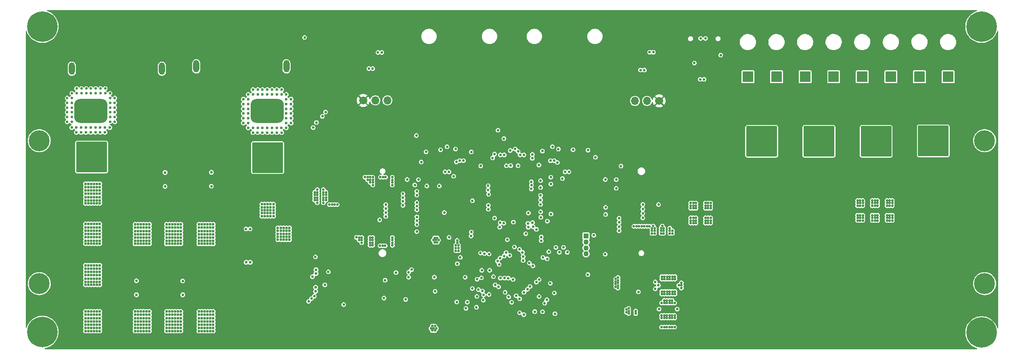
<source format=gbr>
%TF.GenerationSoftware,KiCad,Pcbnew,7.0.7*%
%TF.CreationDate,2024-04-13T02:06:32+02:00*%
%TF.ProjectId,smps_legged_robot,736d7073-5f6c-4656-9767-65645f726f62,1.0*%
%TF.SameCoordinates,PX7026f0PY568bc30*%
%TF.FileFunction,Copper,L2,Inr*%
%TF.FilePolarity,Positive*%
%FSLAX46Y46*%
G04 Gerber Fmt 4.6, Leading zero omitted, Abs format (unit mm)*
G04 Created by KiCad (PCBNEW 7.0.7) date 2024-04-13 02:06:32*
%MOMM*%
%LPD*%
G01*
G04 APERTURE LIST*
G04 Aperture macros list*
%AMRoundRect*
0 Rectangle with rounded corners*
0 $1 Rounding radius*
0 $2 $3 $4 $5 $6 $7 $8 $9 X,Y pos of 4 corners*
0 Add a 4 corners polygon primitive as box body*
4,1,4,$2,$3,$4,$5,$6,$7,$8,$9,$2,$3,0*
0 Add four circle primitives for the rounded corners*
1,1,$1+$1,$2,$3*
1,1,$1+$1,$4,$5*
1,1,$1+$1,$6,$7*
1,1,$1+$1,$8,$9*
0 Add four rect primitives between the rounded corners*
20,1,$1+$1,$2,$3,$4,$5,0*
20,1,$1+$1,$4,$5,$6,$7,0*
20,1,$1+$1,$6,$7,$8,$9,0*
20,1,$1+$1,$8,$9,$2,$3,0*%
G04 Aperture macros list end*
%TA.AperFunction,ComponentPad*%
%ADD10C,0.550000*%
%TD*%
%TA.AperFunction,ComponentPad*%
%ADD11RoundRect,1.250000X2.250000X1.250000X-2.250000X1.250000X-2.250000X-1.250000X2.250000X-1.250000X0*%
%TD*%
%TA.AperFunction,ComponentPad*%
%ADD12O,1.300000X2.600000*%
%TD*%
%TA.AperFunction,ComponentPad*%
%ADD13C,2.000000*%
%TD*%
%TA.AperFunction,ComponentPad*%
%ADD14RoundRect,0.325000X-2.925000X-2.925000X2.925000X-2.925000X2.925000X2.925000X-2.925000X2.925000X0*%
%TD*%
%TA.AperFunction,ComponentPad*%
%ADD15R,2.300000X2.300000*%
%TD*%
%TA.AperFunction,ComponentPad*%
%ADD16C,2.300000*%
%TD*%
%TA.AperFunction,ComponentPad*%
%ADD17C,0.700000*%
%TD*%
%TA.AperFunction,ComponentPad*%
%ADD18C,4.400000*%
%TD*%
%TA.AperFunction,ComponentPad*%
%ADD19C,0.800000*%
%TD*%
%TA.AperFunction,ComponentPad*%
%ADD20C,6.400000*%
%TD*%
%TA.AperFunction,ComponentPad*%
%ADD21C,1.700000*%
%TD*%
%TA.AperFunction,ComponentPad*%
%ADD22O,1.700000X1.700000*%
%TD*%
%TA.AperFunction,ComponentPad*%
%ADD23R,1.100000X1.100000*%
%TD*%
%TA.AperFunction,ComponentPad*%
%ADD24C,1.100000*%
%TD*%
%TA.AperFunction,ComponentPad*%
%ADD25O,1.000000X2.100000*%
%TD*%
%TA.AperFunction,ComponentPad*%
%ADD26O,1.000000X1.800000*%
%TD*%
%TA.AperFunction,ViaPad*%
%ADD27C,0.550000*%
%TD*%
%TA.AperFunction,ViaPad*%
%ADD28C,0.600000*%
%TD*%
G04 APERTURE END LIST*
D10*
%TO.N,GND*%
%TO.C,J502*%
X68710000Y15440000D03*
X68710000Y15940000D03*
X68710000Y16440000D03*
X68710000Y16940000D03*
X68710000Y17440000D03*
X68710000Y17940000D03*
X68310000Y14690000D03*
X68310000Y15190000D03*
X68310000Y15690000D03*
X68310000Y16190000D03*
X68310000Y16690000D03*
X68310000Y17190000D03*
X68310000Y17690000D03*
X68310000Y18190000D03*
X67910000Y14440000D03*
X67910000Y14940000D03*
X67910000Y15440000D03*
X67910000Y15940000D03*
X67910000Y16440000D03*
X67910000Y16940000D03*
X67910000Y17440000D03*
X67910000Y17940000D03*
X67910000Y18440000D03*
X67510000Y14690000D03*
X67510000Y15190000D03*
X67510000Y15690000D03*
X67510000Y17690000D03*
X67510000Y18190000D03*
X67510000Y18690000D03*
X67110000Y14440000D03*
X67110000Y14940000D03*
X67110000Y18440000D03*
X66710000Y14690000D03*
X66710000Y18690000D03*
X66310000Y14440000D03*
X65910000Y18690000D03*
X65510000Y14440000D03*
D11*
X65500000Y16600000D03*
D10*
X65110000Y18690000D03*
X64710000Y14440000D03*
X64310000Y14690000D03*
X64310000Y18690000D03*
X63910000Y14440000D03*
X63910000Y14940000D03*
X63910000Y18440000D03*
X63510000Y14690000D03*
X63510000Y15190000D03*
X63510000Y15690000D03*
X63510000Y17690000D03*
X63510000Y18190000D03*
X63510000Y18690000D03*
X63110000Y14440000D03*
X63110000Y14940000D03*
X63110000Y15440000D03*
X63110000Y15940000D03*
X63110000Y16440000D03*
X63110000Y16940000D03*
X63110000Y17440000D03*
X63110000Y17940000D03*
X63110000Y18440000D03*
X62710000Y14690000D03*
X62710000Y15190000D03*
X62710000Y15690000D03*
X62710000Y16190000D03*
X62710000Y16690000D03*
X62710000Y17190000D03*
X62710000Y17690000D03*
X62710000Y18190000D03*
X62310000Y15440000D03*
X62310000Y15940000D03*
X62310000Y16440000D03*
X62310000Y16940000D03*
X62310000Y17440000D03*
X62310000Y17940000D03*
%TO.N,+VIN*%
X57810000Y15440000D03*
X57810000Y15940000D03*
X57810000Y16440000D03*
X57810000Y16940000D03*
X57810000Y17440000D03*
X57810000Y17940000D03*
X57410000Y14690000D03*
X57410000Y15190000D03*
X57410000Y15690000D03*
X57410000Y16190000D03*
X57410000Y16690000D03*
X57410000Y17190000D03*
X57410000Y17690000D03*
X57410000Y18190000D03*
X57010000Y14440000D03*
X57010000Y14940000D03*
X57010000Y15440000D03*
X57010000Y15940000D03*
X57010000Y16440000D03*
X57010000Y16940000D03*
X57010000Y17440000D03*
X57010000Y17940000D03*
X57010000Y18440000D03*
X56610000Y14690000D03*
X56610000Y15190000D03*
X56610000Y15690000D03*
X56610000Y17690000D03*
X56610000Y18190000D03*
X56610000Y18690000D03*
X56210000Y14440000D03*
X56210000Y14940000D03*
X56210000Y18440000D03*
X55810000Y14690000D03*
X55810000Y18690000D03*
X55410000Y14440000D03*
X55010000Y18690000D03*
X54610000Y14440000D03*
D11*
X54600000Y16600000D03*
D10*
X54210000Y18690000D03*
X53810000Y14440000D03*
X53410000Y14690000D03*
X53410000Y18690000D03*
X53010000Y14440000D03*
X53010000Y14940000D03*
X53010000Y18440000D03*
X52610000Y14690000D03*
X52610000Y15190000D03*
X52610000Y15690000D03*
X52610000Y17690000D03*
X52610000Y18190000D03*
X52610000Y18690000D03*
X52210000Y14440000D03*
X52210000Y14940000D03*
X52210000Y15440000D03*
X52210000Y15940000D03*
X52210000Y16440000D03*
X52210000Y16940000D03*
X52210000Y17440000D03*
X52210000Y17940000D03*
X52210000Y18440000D03*
X51810000Y14690000D03*
X51810000Y15190000D03*
X51810000Y15690000D03*
X51810000Y16190000D03*
X51810000Y16690000D03*
X51810000Y17190000D03*
X51810000Y17690000D03*
X51810000Y18190000D03*
X51410000Y15440000D03*
X51410000Y15940000D03*
X51410000Y16440000D03*
X51410000Y16940000D03*
X51410000Y17440000D03*
X51410000Y17940000D03*
D12*
%TO.N,N/C*%
X50600000Y25500000D03*
X69500000Y25500000D03*
%TD*%
D10*
%TO.N,/Project Architecture/Connectors - Rail Out 1/RAIL4*%
%TO.C,J304*%
X216350000Y13200000D03*
X216350000Y11270000D03*
X216350000Y10760000D03*
X216350000Y10250000D03*
X216350000Y9740000D03*
X216350000Y9230000D03*
X216350000Y7300000D03*
X216800000Y11015000D03*
X216800000Y10505000D03*
X216800000Y9995000D03*
X216800000Y9485000D03*
D13*
X217150000Y12400000D03*
X217150000Y8100000D03*
D10*
X217250000Y11270000D03*
X217250000Y10760000D03*
X217250000Y10250000D03*
X217250000Y9740000D03*
X217250000Y9230000D03*
X218280000Y13200000D03*
X218280000Y12300000D03*
X218280000Y8200000D03*
X218280000Y7300000D03*
X218535000Y12750000D03*
X218535000Y7750000D03*
X218790000Y13200000D03*
X218790000Y12300000D03*
X218790000Y8200000D03*
X218790000Y7300000D03*
X219045000Y12750000D03*
X219045000Y7750000D03*
X219300000Y13200000D03*
X219300000Y12300000D03*
D14*
X219300000Y10250000D03*
D10*
X219300000Y8200000D03*
X219300000Y7300000D03*
X219555000Y12750000D03*
X219555000Y7750000D03*
X219810000Y13200000D03*
X219810000Y12300000D03*
X219810000Y8200000D03*
X219810000Y7300000D03*
X220065000Y12750000D03*
X220065000Y7750000D03*
X220320000Y13200000D03*
X220320000Y12300000D03*
X220320000Y8200000D03*
X220320000Y7300000D03*
X221350000Y11270000D03*
X221350000Y10760000D03*
X221350000Y10250000D03*
X221350000Y9740000D03*
X221350000Y9230000D03*
D13*
X221450000Y12400000D03*
X221450000Y8100000D03*
D10*
X221800000Y11015000D03*
X221800000Y10505000D03*
X221800000Y9995000D03*
X221800000Y9485000D03*
X222250000Y13200000D03*
X222250000Y11270000D03*
X222250000Y10760000D03*
X222250000Y10250000D03*
X222250000Y9740000D03*
X222250000Y9230000D03*
X222250000Y7300000D03*
%TD*%
D15*
%TO.N,/Project Architecture/Connectors - Rail Out 1/RAIL1*%
%TO.C,Molex_602*%
X228400000Y23800000D03*
D16*
%TO.N,GND*%
X228400000Y18300000D03*
%TD*%
D17*
%TO.N,Net-(C2102-Pad1)*%
%TO.C,H2101*%
X240410000Y10390000D03*
X240893274Y11556726D03*
X240893274Y9223274D03*
X242060000Y12040000D03*
D18*
X242060000Y10390000D03*
D17*
X242060000Y8740000D03*
X243226726Y11556726D03*
X243226726Y9223274D03*
X243710000Y10390000D03*
%TD*%
D19*
%TO.N,Net-(C2201-Pad1)*%
%TO.C,H2201*%
X42010000Y34340000D03*
X42712944Y36037056D03*
X42712944Y32642944D03*
X44410000Y36740000D03*
D20*
X44410000Y34340000D03*
D19*
X44410000Y31940000D03*
X46107056Y36037056D03*
X46107056Y32642944D03*
X46810000Y34340000D03*
%TD*%
D17*
%TO.N,Net-(C2105-Pad1)*%
%TO.C,H2103*%
X42110000Y10390000D03*
X42593274Y11556726D03*
X42593274Y9223274D03*
X43760000Y12040000D03*
D18*
X43760000Y10390000D03*
D17*
X43760000Y8740000D03*
X44926726Y11556726D03*
X44926726Y9223274D03*
X45410000Y10390000D03*
%TD*%
%TO.N,Net-(C2103-Pad1)*%
%TO.C,H2104*%
X42110000Y-19610000D03*
X42593274Y-18443274D03*
X42593274Y-20776726D03*
X43760000Y-17960000D03*
D18*
X43760000Y-19610000D03*
D17*
X43760000Y-21260000D03*
X44926726Y-18443274D03*
X44926726Y-20776726D03*
X45410000Y-19610000D03*
%TD*%
D19*
%TO.N,Net-(C2204-Pad1)*%
%TO.C,H2204*%
X239010000Y34340000D03*
X239712944Y36037056D03*
X239712944Y32642944D03*
X241410000Y36740000D03*
D20*
X241410000Y34340000D03*
D19*
X241410000Y31940000D03*
X243107056Y36037056D03*
X243107056Y32642944D03*
X243810000Y34340000D03*
%TD*%
D15*
%TO.N,/Project Architecture/Connectors - Rail Out 1/RAIL2*%
%TO.C,Molex_604*%
X192400000Y23800000D03*
D16*
%TO.N,GND*%
X192400000Y18300000D03*
%TD*%
D10*
%TO.N,GND*%
%TO.C,U1102*%
X163650000Y4290000D03*
X162750000Y4790000D03*
X164550000Y4790000D03*
X163650000Y5290000D03*
%TD*%
%TO.N,GND*%
%TO.C,J501*%
X83910000Y15440000D03*
X83910000Y15940000D03*
X83910000Y16440000D03*
X83910000Y16940000D03*
X83910000Y17440000D03*
X83910000Y17940000D03*
X83510000Y14690000D03*
X83510000Y15190000D03*
X83510000Y15690000D03*
X83510000Y16190000D03*
X83510000Y16690000D03*
X83510000Y17190000D03*
X83510000Y17690000D03*
X83510000Y18190000D03*
X83110000Y14440000D03*
X83110000Y14940000D03*
X83110000Y15440000D03*
X83110000Y15940000D03*
X83110000Y16440000D03*
X83110000Y16940000D03*
X83110000Y17440000D03*
X83110000Y17940000D03*
X83110000Y18440000D03*
X82710000Y14690000D03*
X82710000Y15190000D03*
X82710000Y15690000D03*
X82710000Y17690000D03*
X82710000Y18190000D03*
X82710000Y18690000D03*
X82310000Y14440000D03*
X82310000Y14940000D03*
X82310000Y18440000D03*
X81910000Y14690000D03*
X81910000Y18690000D03*
X81510000Y14440000D03*
X81110000Y18690000D03*
X80710000Y14440000D03*
D11*
X80700000Y16600000D03*
D10*
X80310000Y18690000D03*
X79910000Y14440000D03*
X79510000Y14690000D03*
X79510000Y18690000D03*
X79110000Y14440000D03*
X79110000Y14940000D03*
X79110000Y18440000D03*
X78710000Y14690000D03*
X78710000Y15190000D03*
X78710000Y15690000D03*
X78710000Y17690000D03*
X78710000Y18190000D03*
X78710000Y18690000D03*
X78310000Y14440000D03*
X78310000Y14940000D03*
X78310000Y15440000D03*
X78310000Y15940000D03*
X78310000Y16440000D03*
X78310000Y16940000D03*
X78310000Y17440000D03*
X78310000Y17940000D03*
X78310000Y18440000D03*
X77910000Y14690000D03*
X77910000Y15190000D03*
X77910000Y15690000D03*
X77910000Y16190000D03*
X77910000Y16690000D03*
X77910000Y17190000D03*
X77910000Y17690000D03*
X77910000Y18190000D03*
X77510000Y15440000D03*
X77510000Y15940000D03*
X77510000Y16440000D03*
X77510000Y16940000D03*
X77510000Y17440000D03*
X77510000Y17940000D03*
%TO.N,+VBAT*%
X94810000Y15440000D03*
X94810000Y15940000D03*
X94810000Y16440000D03*
X94810000Y16940000D03*
X94810000Y17440000D03*
X94810000Y17940000D03*
X94410000Y14690000D03*
X94410000Y15190000D03*
X94410000Y15690000D03*
X94410000Y16190000D03*
X94410000Y16690000D03*
X94410000Y17190000D03*
X94410000Y17690000D03*
X94410000Y18190000D03*
X94010000Y14440000D03*
X94010000Y14940000D03*
X94010000Y15440000D03*
X94010000Y15940000D03*
X94010000Y16440000D03*
X94010000Y16940000D03*
X94010000Y17440000D03*
X94010000Y17940000D03*
X94010000Y18440000D03*
X93610000Y14690000D03*
X93610000Y15190000D03*
X93610000Y15690000D03*
X93610000Y17690000D03*
X93610000Y18190000D03*
X93610000Y18690000D03*
X93210000Y14440000D03*
X93210000Y14940000D03*
X93210000Y18440000D03*
X92810000Y14690000D03*
X92810000Y18690000D03*
X92410000Y14440000D03*
X92010000Y18690000D03*
X91610000Y14440000D03*
D11*
X91600000Y16600000D03*
D10*
X91210000Y18690000D03*
X90810000Y14440000D03*
X90410000Y14690000D03*
X90410000Y18690000D03*
X90010000Y14440000D03*
X90010000Y14940000D03*
X90010000Y18440000D03*
X89610000Y14690000D03*
X89610000Y15190000D03*
X89610000Y15690000D03*
X89610000Y17690000D03*
X89610000Y18190000D03*
X89610000Y18690000D03*
X89210000Y14440000D03*
X89210000Y14940000D03*
X89210000Y15440000D03*
X89210000Y15940000D03*
X89210000Y16440000D03*
X89210000Y16940000D03*
X89210000Y17440000D03*
X89210000Y17940000D03*
X89210000Y18440000D03*
X88810000Y14690000D03*
X88810000Y15190000D03*
X88810000Y15690000D03*
X88810000Y16190000D03*
X88810000Y16690000D03*
X88810000Y17190000D03*
X88810000Y17690000D03*
X88810000Y18190000D03*
X88410000Y15440000D03*
X88410000Y15940000D03*
X88410000Y16440000D03*
X88410000Y16940000D03*
X88410000Y17440000D03*
X88410000Y17940000D03*
D12*
%TO.N,N/C*%
X95600000Y26000000D03*
X76700000Y26000000D03*
%TD*%
D17*
%TO.N,Net-(C2104-Pad1)*%
%TO.C,H2102*%
X240410000Y-19610000D03*
X240893274Y-18443274D03*
X240893274Y-20776726D03*
X242060000Y-17960000D03*
D18*
X242060000Y-19610000D03*
D17*
X242060000Y-21260000D03*
X243226726Y-18443274D03*
X243226726Y-20776726D03*
X243710000Y-19610000D03*
%TD*%
D21*
%TO.N,GND*%
%TO.C,J1109*%
X111705000Y18860000D03*
D22*
%TO.N,/Project Architecture/Connectors - Communication/FDCAN2_P*%
X114245000Y18860000D03*
%TO.N,/Project Architecture/Connectors - Communication/FDCAN2_N*%
X116785000Y18860000D03*
%TD*%
D21*
%TO.N,GND*%
%TO.C,J1110*%
X173790000Y18746017D03*
D22*
%TO.N,/Project Architecture/Connectors - Communication/FDCAN1_N*%
X171250000Y18746017D03*
%TO.N,/Project Architecture/Connectors - Communication/FDCAN1_P*%
X168710000Y18746017D03*
%TD*%
D23*
%TO.N,Net-(IC1701-VO+)*%
%TO.C,J1701*%
X158445000Y-9605000D03*
D24*
X158445000Y-10855000D03*
%TO.N,Net-(IC1701-VO-)*%
X158445000Y-12105000D03*
X158445000Y-13355000D03*
%TD*%
D15*
%TO.N,/Project Architecture/Connectors - Rail Out 1/RAIL1*%
%TO.C,Molex_601*%
X234400000Y23800000D03*
D16*
%TO.N,GND*%
X234400000Y18300000D03*
%TD*%
D15*
%TO.N,/Project Architecture/Connectors - Rail Out 1/RAIL4*%
%TO.C,Molex_607*%
X222409250Y23800000D03*
D16*
%TO.N,GND*%
X222409250Y18300000D03*
%TD*%
D15*
%TO.N,/Project Architecture/Connectors - Rail Out 1/RAIL3*%
%TO.C,Molex_605*%
X210400000Y23800000D03*
D16*
%TO.N,GND*%
X210400000Y18300000D03*
%TD*%
D10*
%TO.N,/Project Architecture/Connectors - Rail Out 1/RAIL3*%
%TO.C,J303*%
X204350000Y13200000D03*
X204350000Y11270000D03*
X204350000Y10760000D03*
X204350000Y10250000D03*
X204350000Y9740000D03*
X204350000Y9230000D03*
X204350000Y7300000D03*
X204800000Y11015000D03*
X204800000Y10505000D03*
X204800000Y9995000D03*
X204800000Y9485000D03*
D13*
X205150000Y12400000D03*
X205150000Y8100000D03*
D10*
X205250000Y11270000D03*
X205250000Y10760000D03*
X205250000Y10250000D03*
X205250000Y9740000D03*
X205250000Y9230000D03*
X206280000Y13200000D03*
X206280000Y12300000D03*
X206280000Y8200000D03*
X206280000Y7300000D03*
X206535000Y12750000D03*
X206535000Y7750000D03*
X206790000Y13200000D03*
X206790000Y12300000D03*
X206790000Y8200000D03*
X206790000Y7300000D03*
X207045000Y12750000D03*
X207045000Y7750000D03*
X207300000Y13200000D03*
X207300000Y12300000D03*
D14*
X207300000Y10250000D03*
D10*
X207300000Y8200000D03*
X207300000Y7300000D03*
X207555000Y12750000D03*
X207555000Y7750000D03*
X207810000Y13200000D03*
X207810000Y12300000D03*
X207810000Y8200000D03*
X207810000Y7300000D03*
X208065000Y12750000D03*
X208065000Y7750000D03*
X208320000Y13200000D03*
X208320000Y12300000D03*
X208320000Y8200000D03*
X208320000Y7300000D03*
X209350000Y11270000D03*
X209350000Y10760000D03*
X209350000Y10250000D03*
X209350000Y9740000D03*
X209350000Y9230000D03*
D13*
X209450000Y12400000D03*
X209450000Y8100000D03*
D10*
X209800000Y11015000D03*
X209800000Y10505000D03*
X209800000Y9995000D03*
X209800000Y9485000D03*
X210250000Y13200000D03*
X210250000Y11270000D03*
X210250000Y10760000D03*
X210250000Y10250000D03*
X210250000Y9740000D03*
X210250000Y9230000D03*
X210250000Y7300000D03*
%TD*%
D15*
%TO.N,/Project Architecture/Connectors - Rail Out 1/RAIL2*%
%TO.C,Molex_603*%
X198400000Y23800000D03*
D16*
%TO.N,GND*%
X198400000Y18300000D03*
%TD*%
D10*
%TO.N,/Project Architecture/Connectors - Rail Out 1/RAIL2*%
%TO.C,J302*%
X192350000Y13200000D03*
X192350000Y11270000D03*
X192350000Y10760000D03*
X192350000Y10250000D03*
X192350000Y9740000D03*
X192350000Y9230000D03*
X192350000Y7300000D03*
X192800000Y11015000D03*
X192800000Y10505000D03*
X192800000Y9995000D03*
X192800000Y9485000D03*
D13*
X193150000Y12400000D03*
X193150000Y8100000D03*
D10*
X193250000Y11270000D03*
X193250000Y10760000D03*
X193250000Y10250000D03*
X193250000Y9740000D03*
X193250000Y9230000D03*
X194280000Y13200000D03*
X194280000Y12300000D03*
X194280000Y8200000D03*
X194280000Y7300000D03*
X194535000Y12750000D03*
X194535000Y7750000D03*
X194790000Y13200000D03*
X194790000Y12300000D03*
X194790000Y8200000D03*
X194790000Y7300000D03*
X195045000Y12750000D03*
X195045000Y7750000D03*
X195300000Y13200000D03*
X195300000Y12300000D03*
D14*
X195300000Y10250000D03*
D10*
X195300000Y8200000D03*
X195300000Y7300000D03*
X195555000Y12750000D03*
X195555000Y7750000D03*
X195810000Y13200000D03*
X195810000Y12300000D03*
X195810000Y8200000D03*
X195810000Y7300000D03*
X196065000Y12750000D03*
X196065000Y7750000D03*
X196320000Y13200000D03*
X196320000Y12300000D03*
X196320000Y8200000D03*
X196320000Y7300000D03*
X197350000Y11270000D03*
X197350000Y10760000D03*
X197350000Y10250000D03*
X197350000Y9740000D03*
X197350000Y9230000D03*
D13*
X197450000Y12400000D03*
X197450000Y8100000D03*
D10*
X197800000Y11015000D03*
X197800000Y10505000D03*
X197800000Y9995000D03*
X197800000Y9485000D03*
X198250000Y13200000D03*
X198250000Y11270000D03*
X198250000Y10760000D03*
X198250000Y10250000D03*
X198250000Y9740000D03*
X198250000Y9230000D03*
X198250000Y7300000D03*
%TD*%
D19*
%TO.N,Net-(C2203-Pad1)*%
%TO.C,H2203*%
X239010000Y-29860000D03*
X239712944Y-28162944D03*
X239712944Y-31557056D03*
X241410000Y-27460000D03*
D20*
X241410000Y-29860000D03*
D19*
X241410000Y-32260000D03*
X243107056Y-28162944D03*
X243107056Y-31557056D03*
X243810000Y-29860000D03*
%TD*%
D10*
%TO.N,/Project Architecture/Connectors - Rail Out 1/RAIL1*%
%TO.C,J301*%
X228350000Y13300000D03*
X228350000Y11370000D03*
X228350000Y10860000D03*
X228350000Y10350000D03*
X228350000Y9840000D03*
X228350000Y9330000D03*
X228350000Y7400000D03*
X228800000Y11115000D03*
X228800000Y10605000D03*
X228800000Y10095000D03*
X228800000Y9585000D03*
D13*
X229150000Y12500000D03*
X229150000Y8200000D03*
D10*
X229250000Y11370000D03*
X229250000Y10860000D03*
X229250000Y10350000D03*
X229250000Y9840000D03*
X229250000Y9330000D03*
X230280000Y13300000D03*
X230280000Y12400000D03*
X230280000Y8300000D03*
X230280000Y7400000D03*
X230535000Y12850000D03*
X230535000Y7850000D03*
X230790000Y13300000D03*
X230790000Y12400000D03*
X230790000Y8300000D03*
X230790000Y7400000D03*
X231045000Y12850000D03*
X231045000Y7850000D03*
X231300000Y13300000D03*
X231300000Y12400000D03*
D14*
X231300000Y10350000D03*
D10*
X231300000Y8300000D03*
X231300000Y7400000D03*
X231555000Y12850000D03*
X231555000Y7850000D03*
X231810000Y13300000D03*
X231810000Y12400000D03*
X231810000Y8300000D03*
X231810000Y7400000D03*
X232065000Y12850000D03*
X232065000Y7850000D03*
X232320000Y13300000D03*
X232320000Y12400000D03*
X232320000Y8300000D03*
X232320000Y7400000D03*
X233350000Y11370000D03*
X233350000Y10860000D03*
X233350000Y10350000D03*
X233350000Y9840000D03*
X233350000Y9330000D03*
D13*
X233450000Y12500000D03*
X233450000Y8200000D03*
D10*
X233800000Y11115000D03*
X233800000Y10605000D03*
X233800000Y10095000D03*
X233800000Y9585000D03*
X234250000Y13300000D03*
X234250000Y11370000D03*
X234250000Y10860000D03*
X234250000Y10350000D03*
X234250000Y9840000D03*
X234250000Y9330000D03*
X234250000Y7400000D03*
%TD*%
%TO.N,GND*%
%TO.C,U1101*%
X122120000Y4270000D03*
X121220000Y4770000D03*
X123020000Y4770000D03*
X122120000Y5270000D03*
%TD*%
D15*
%TO.N,/Project Architecture/Connectors - Rail Out 1/RAIL3*%
%TO.C,Molex_606*%
X204400000Y23800000D03*
D16*
%TO.N,GND*%
X204400000Y18300000D03*
%TD*%
D25*
%TO.N,GND*%
%TO.C,J403*%
X187565000Y31300000D03*
D26*
X187565000Y35480000D03*
D25*
X178925000Y31300000D03*
D26*
X178925000Y35480000D03*
%TD*%
D15*
%TO.N,/Project Architecture/Connectors - Rail Out 1/RAIL4*%
%TO.C,Molex_608*%
X216400000Y23800000D03*
D16*
%TO.N,GND*%
X216400000Y18300000D03*
%TD*%
D19*
%TO.N,Net-(C2202-Pad1)*%
%TO.C,H2202*%
X42010000Y-29760000D03*
X42712944Y-28062944D03*
X42712944Y-31457056D03*
X44410000Y-27360000D03*
D20*
X44410000Y-29760000D03*
D19*
X44410000Y-32160000D03*
X46107056Y-28062944D03*
X46107056Y-31457056D03*
X46810000Y-29760000D03*
%TD*%
D10*
%TO.N,+VBAT*%
%TO.C,J306*%
X88700000Y9800000D03*
X88700000Y7870000D03*
X88700000Y7360000D03*
X88700000Y6850000D03*
X88700000Y6340000D03*
X88700000Y5830000D03*
X88700000Y3900000D03*
X89150000Y7615000D03*
X89150000Y7105000D03*
X89150000Y6595000D03*
X89150000Y6085000D03*
D13*
X89500000Y9000000D03*
X89500000Y4700000D03*
D10*
X89600000Y7870000D03*
X89600000Y7360000D03*
X89600000Y6850000D03*
X89600000Y6340000D03*
X89600000Y5830000D03*
X90630000Y9800000D03*
X90630000Y8900000D03*
X90630000Y4800000D03*
X90630000Y3900000D03*
X90885000Y9350000D03*
X90885000Y4350000D03*
X91140000Y9800000D03*
X91140000Y8900000D03*
X91140000Y4800000D03*
X91140000Y3900000D03*
X91395000Y9350000D03*
X91395000Y4350000D03*
X91650000Y9800000D03*
X91650000Y8900000D03*
D14*
X91650000Y6850000D03*
D10*
X91650000Y4800000D03*
X91650000Y3900000D03*
X91905000Y9350000D03*
X91905000Y4350000D03*
X92160000Y9800000D03*
X92160000Y8900000D03*
X92160000Y4800000D03*
X92160000Y3900000D03*
X92415000Y9350000D03*
X92415000Y4350000D03*
X92670000Y9800000D03*
X92670000Y8900000D03*
X92670000Y4800000D03*
X92670000Y3900000D03*
X93700000Y7870000D03*
X93700000Y7360000D03*
X93700000Y6850000D03*
X93700000Y6340000D03*
X93700000Y5830000D03*
D13*
X93800000Y9000000D03*
X93800000Y4700000D03*
D10*
X94150000Y7615000D03*
X94150000Y7105000D03*
X94150000Y6595000D03*
X94150000Y6085000D03*
X94600000Y9800000D03*
X94600000Y7870000D03*
X94600000Y7360000D03*
X94600000Y6850000D03*
X94600000Y6340000D03*
X94600000Y5830000D03*
X94600000Y3900000D03*
%TD*%
%TO.N,+VIN*%
%TO.C,J305*%
X51800000Y9900000D03*
X51800000Y7970000D03*
X51800000Y7460000D03*
X51800000Y6950000D03*
X51800000Y6440000D03*
X51800000Y5930000D03*
X51800000Y4000000D03*
X52250000Y7715000D03*
X52250000Y7205000D03*
X52250000Y6695000D03*
X52250000Y6185000D03*
D13*
X52600000Y9100000D03*
X52600000Y4800000D03*
D10*
X52700000Y7970000D03*
X52700000Y7460000D03*
X52700000Y6950000D03*
X52700000Y6440000D03*
X52700000Y5930000D03*
X53730000Y9900000D03*
X53730000Y9000000D03*
X53730000Y4900000D03*
X53730000Y4000000D03*
X53985000Y9450000D03*
X53985000Y4450000D03*
X54240000Y9900000D03*
X54240000Y9000000D03*
X54240000Y4900000D03*
X54240000Y4000000D03*
X54495000Y9450000D03*
X54495000Y4450000D03*
X54750000Y9900000D03*
X54750000Y9000000D03*
D14*
X54750000Y6950000D03*
D10*
X54750000Y4900000D03*
X54750000Y4000000D03*
X55005000Y9450000D03*
X55005000Y4450000D03*
X55260000Y9900000D03*
X55260000Y9000000D03*
X55260000Y4900000D03*
X55260000Y4000000D03*
X55515000Y9450000D03*
X55515000Y4450000D03*
X55770000Y9900000D03*
X55770000Y9000000D03*
X55770000Y4900000D03*
X55770000Y4000000D03*
X56800000Y7970000D03*
X56800000Y7460000D03*
X56800000Y6950000D03*
X56800000Y6440000D03*
X56800000Y5930000D03*
D13*
X56900000Y9100000D03*
X56900000Y4800000D03*
D10*
X57250000Y7715000D03*
X57250000Y7205000D03*
X57250000Y6695000D03*
X57250000Y6185000D03*
X57700000Y9900000D03*
X57700000Y7970000D03*
X57700000Y7460000D03*
X57700000Y6950000D03*
X57700000Y6440000D03*
X57700000Y5930000D03*
X57700000Y4000000D03*
%TD*%
D27*
%TO.N,GND*%
X157050000Y350000D03*
X164625000Y-23575000D03*
X115564999Y23378199D03*
D28*
X79450000Y11050000D03*
D27*
X112964999Y22660699D03*
X117575000Y-7225000D03*
D28*
X74850000Y22550000D03*
X73050000Y22550000D03*
X80650000Y20150000D03*
D27*
X166700000Y-23025000D03*
D28*
X74850000Y19550000D03*
X74850000Y17150000D03*
D27*
X169940000Y-2000000D03*
X170490000Y-2000000D03*
D28*
X67950000Y12250000D03*
D27*
X119975000Y4825000D03*
X132330000Y5510000D03*
X135600000Y0D03*
X126840000Y-2155500D03*
X127225000Y7375000D03*
D28*
X65550000Y12250000D03*
D27*
X125050000Y1675000D03*
D28*
X72450000Y20750000D03*
X81850000Y11650000D03*
X71250000Y14550000D03*
D27*
X137625000Y1675000D03*
D28*
X73650000Y17150000D03*
X74250000Y22550000D03*
D27*
X127200000Y6050000D03*
D28*
X77650000Y11050000D03*
X67950000Y21950000D03*
X67950000Y12850000D03*
X79450000Y12250000D03*
X68550000Y11050000D03*
X63750000Y21350000D03*
X73650000Y18950000D03*
D27*
X126950000Y-12925000D03*
D28*
X66150000Y12850000D03*
X66750000Y22550000D03*
X79450000Y10450000D03*
D27*
X157640000Y5440000D03*
D28*
X78850000Y11050000D03*
D27*
X153525000Y8150000D03*
X118125000Y-7775000D03*
D28*
X71850000Y17750000D03*
X71850000Y13350000D03*
X65550000Y22550000D03*
X63750000Y21950000D03*
X73050000Y17750000D03*
D27*
X151500000Y-6550000D03*
D28*
X71250000Y20150000D03*
D27*
X146921287Y-10578007D03*
D28*
X66750000Y12250000D03*
D27*
X170730000Y-23960000D03*
D28*
X78250000Y12850000D03*
X78250000Y22550000D03*
D27*
X126985000Y-25845000D03*
D28*
X80050000Y10450000D03*
D27*
X145740000Y-710000D03*
D28*
X71850000Y18950000D03*
D27*
X135070000Y-22910000D03*
D28*
X73050000Y20150000D03*
D27*
X145110000Y-1815000D03*
D28*
X71250000Y22550000D03*
D27*
X143180000Y405000D03*
X163034139Y-4494034D03*
X162900000Y-7300000D03*
X168840000Y-2000000D03*
D28*
X65550000Y11650000D03*
D27*
X117025000Y-7225000D03*
D28*
X71250000Y18950000D03*
D27*
X126820000Y-440000D03*
D28*
X77050000Y11650000D03*
X67350000Y11650000D03*
X81850000Y20150000D03*
D27*
X119350000Y-22450000D03*
X164625000Y-23025000D03*
D28*
X67350000Y10450000D03*
X66150000Y12250000D03*
X77050000Y21950000D03*
X73650000Y15150000D03*
D27*
X158020000Y8585000D03*
D28*
X73050000Y12750000D03*
D27*
X140533733Y-9026267D03*
D28*
X79450000Y20750000D03*
D27*
X125500000Y3850000D03*
X175250000Y-2220000D03*
X149300000Y-9050000D03*
X169940000Y16662183D03*
D28*
X66750000Y11650000D03*
X74250000Y14550000D03*
X74250000Y17750000D03*
X81250000Y11650000D03*
D27*
X155631323Y3921827D03*
D28*
X81250000Y12250000D03*
X77650000Y12850000D03*
X64950000Y10450000D03*
X72450000Y22550000D03*
D27*
X150067833Y6047833D03*
D28*
X77050000Y21350000D03*
X73050000Y18350000D03*
X68550000Y12850000D03*
X64950000Y11650000D03*
X73650000Y13950000D03*
D27*
X141215000Y-2900000D03*
X126385000Y-25845000D03*
D28*
X71250000Y21950000D03*
X80650000Y12250000D03*
X69150000Y12250000D03*
X71250000Y13350000D03*
X64950000Y11050000D03*
D27*
X171040000Y-1450000D03*
X167250000Y-23575000D03*
D28*
X78850000Y12850000D03*
X73650000Y20750000D03*
X74850000Y18950000D03*
D27*
X169915000Y22445000D03*
X151400000Y2000000D03*
X126725000Y1675000D03*
D28*
X72450000Y15150000D03*
X74850000Y13350000D03*
X68550000Y21350000D03*
D27*
X138560000Y8010000D03*
D28*
X72450000Y13950000D03*
X69150000Y10450000D03*
D27*
X143180000Y-1795000D03*
X137550500Y-11925000D03*
X161450000Y4975000D03*
X162861317Y-1625500D03*
X127675000Y1675000D03*
X117260000Y-18860000D03*
D28*
X80650000Y20750000D03*
D27*
X168015000Y-975000D03*
X102510000Y29210000D03*
D28*
X64350000Y22550000D03*
X66750000Y10450000D03*
D27*
X157050000Y-3450000D03*
D28*
X71850000Y22550000D03*
X74850000Y20150000D03*
X73650000Y17750000D03*
X71250000Y17750000D03*
D27*
X145740000Y-1810000D03*
X115925000Y-7225000D03*
X115520000Y16912533D03*
X128730000Y-9000000D03*
D28*
X69150000Y12850000D03*
D27*
X167250000Y-23025000D03*
D28*
X72450000Y17750000D03*
X68550000Y11650000D03*
D27*
X136320000Y-14580000D03*
D28*
X78250000Y10450000D03*
D27*
X143770000Y-25940000D03*
X163250000Y1650000D03*
X172500000Y23393173D03*
D28*
X82450000Y20150000D03*
X71850000Y17150000D03*
X73050000Y21350000D03*
X64350000Y11050000D03*
X81850000Y21350000D03*
X65550000Y11050000D03*
X77050000Y11050000D03*
D27*
X138630000Y-23550000D03*
X126700000Y-4810000D03*
D28*
X73050000Y17150000D03*
X77650000Y20750000D03*
D27*
X153570000Y-22720000D03*
D28*
X64350000Y11650000D03*
X67350000Y20750000D03*
D27*
X126950000Y-14650000D03*
X142064623Y6666021D03*
D28*
X73050000Y13950000D03*
X63750000Y20750000D03*
D27*
X148310000Y4470000D03*
X149100000Y-23080000D03*
D28*
X80050000Y21350000D03*
D27*
X163025000Y-12075000D03*
D28*
X71850000Y12750000D03*
X71250000Y20750000D03*
X64350000Y21950000D03*
X80050000Y20750000D03*
X64350000Y12250000D03*
D27*
X145110000Y-2915000D03*
D28*
X72450000Y21950000D03*
D27*
X145110000Y385000D03*
D28*
X73650000Y20150000D03*
D27*
X156950000Y-13450000D03*
D28*
X74250000Y18350000D03*
X68550000Y20750000D03*
D27*
X143350000Y7140000D03*
D28*
X64350000Y21350000D03*
X73050000Y21950000D03*
X82450000Y21950000D03*
D27*
X141835000Y-1790000D03*
X126740000Y4830000D03*
X181507500Y27507500D03*
D28*
X81850000Y21950000D03*
D27*
X148710000Y-7570000D03*
X163380000Y-19960000D03*
X126950000Y-13500000D03*
D28*
X72450000Y15750000D03*
X74250000Y12750000D03*
D27*
X140455000Y-25915000D03*
X135226267Y2253733D03*
X156520000Y5910000D03*
X158450000Y-15350000D03*
D28*
X71850000Y20150000D03*
D27*
X126963983Y-22568483D03*
D28*
X79450000Y20150000D03*
X71850000Y13950000D03*
D27*
X153570000Y-23370000D03*
D28*
X64950000Y12850000D03*
D27*
X104475000Y-21300500D03*
D28*
X71250000Y18350000D03*
X72450000Y17150000D03*
X72450000Y18950000D03*
X77050000Y22550000D03*
D27*
X118400000Y-8800000D03*
D28*
X67950000Y21350000D03*
X66150000Y20750000D03*
D27*
X157050000Y-2200000D03*
D28*
X67350000Y21350000D03*
D27*
X114825000Y-7225000D03*
D28*
X81250000Y20750000D03*
X77650000Y22550000D03*
X72450000Y14550000D03*
X74250000Y18950000D03*
X74250000Y13950000D03*
D27*
X169940000Y-1450000D03*
X143795000Y-1800000D03*
D28*
X82450000Y20750000D03*
X71850000Y21350000D03*
D27*
X150900000Y-23650000D03*
D28*
X79450000Y21350000D03*
X72450000Y20150000D03*
D27*
X149943733Y-7161267D03*
D28*
X64950000Y22550000D03*
X69150000Y22550000D03*
X73650000Y21950000D03*
X77050000Y12250000D03*
X72450000Y18350000D03*
X71250000Y15750000D03*
X74850000Y18350000D03*
X64950000Y20750000D03*
X66150000Y10450000D03*
X67950000Y11650000D03*
D27*
X130325000Y8125000D03*
D28*
X82450000Y22550000D03*
X67950000Y10450000D03*
X73050000Y15750000D03*
X74850000Y20750000D03*
X74850000Y17750000D03*
D27*
X126100000Y5500000D03*
D28*
X81250000Y21950000D03*
X74250000Y17150000D03*
X64950000Y12250000D03*
X74250000Y21950000D03*
X81850000Y10450000D03*
X65550000Y21950000D03*
D27*
X138075000Y3450000D03*
D28*
X80650000Y10450000D03*
X80050000Y11650000D03*
X67950000Y22550000D03*
X73650000Y22550000D03*
X77650000Y21950000D03*
X81850000Y12250000D03*
X78250000Y11050000D03*
D27*
X165250000Y-14250000D03*
X116475000Y-7775000D03*
X170490000Y-1450000D03*
D28*
X78850000Y22550000D03*
X73050000Y19550000D03*
D27*
X135600000Y-950000D03*
D28*
X81250000Y22550000D03*
D27*
X156990000Y4780000D03*
D28*
X69150000Y21350000D03*
X68550000Y21950000D03*
X67350000Y12850000D03*
D27*
X118400000Y-8250000D03*
X124050000Y7500000D03*
D28*
X66750000Y12850000D03*
X64350000Y12850000D03*
X77050000Y20150000D03*
D27*
X153290000Y1510000D03*
D28*
X69150000Y20150000D03*
D27*
X127970000Y3840000D03*
D28*
X80650000Y22550000D03*
X74850000Y21950000D03*
X78850000Y11650000D03*
X71250000Y21350000D03*
X80050000Y22550000D03*
X80650000Y11050000D03*
D27*
X141835000Y410000D03*
X133650000Y6150000D03*
D28*
X68550000Y10450000D03*
X73050000Y20750000D03*
D27*
X169390000Y-1450000D03*
D28*
X78250000Y12250000D03*
X66150000Y21950000D03*
X79450000Y11650000D03*
D27*
X141835000Y-690000D03*
D28*
X65550000Y21350000D03*
X78250000Y21350000D03*
X79450000Y21950000D03*
X77650000Y10450000D03*
D27*
X158150000Y-19700000D03*
D28*
X63750000Y22550000D03*
D27*
X114275000Y-7225000D03*
D28*
X71850000Y18350000D03*
D27*
X115375000Y-7225000D03*
X167740000Y-1450000D03*
X148920000Y-3750000D03*
X185735000Y27445000D03*
X116475000Y-7225000D03*
D28*
X74850000Y15150000D03*
X78250000Y20150000D03*
X73650000Y12750000D03*
X69150000Y11650000D03*
X71850000Y15750000D03*
X79450000Y22550000D03*
D27*
X143174647Y-8950353D03*
D28*
X81250000Y20150000D03*
D27*
X163380000Y-17470000D03*
X122975000Y-4850000D03*
D28*
X65550000Y10450000D03*
X71250000Y12750000D03*
D27*
X157350000Y2470000D03*
X136986931Y-4722965D03*
D28*
X74850000Y13950000D03*
X77650000Y12250000D03*
X66150000Y22550000D03*
X64950000Y21950000D03*
D27*
X171590000Y-1450000D03*
D28*
X80650000Y21950000D03*
X74250000Y15150000D03*
X68550000Y22550000D03*
D27*
X151400000Y-4230000D03*
X163550000Y-14975000D03*
X125781497Y-25845000D03*
X114825000Y-7775000D03*
D28*
X79450000Y12850000D03*
X74850000Y14550000D03*
X73650000Y14550000D03*
X65550000Y20150000D03*
D27*
X125100000Y-20590000D03*
X135600000Y-1900000D03*
D28*
X78850000Y20150000D03*
X80650000Y21350000D03*
D27*
X151400000Y-3550000D03*
X127100000Y-6680000D03*
D28*
X74250000Y20150000D03*
X74250000Y21350000D03*
D27*
X156510000Y7250000D03*
D28*
X67350000Y21950000D03*
X73050000Y18950000D03*
X81250000Y12850000D03*
X71850000Y20750000D03*
D27*
X145110000Y-715000D03*
X172510000Y24543173D03*
D28*
X66150000Y20150000D03*
X67350000Y22550000D03*
X77050000Y12850000D03*
X73050000Y14550000D03*
X78250000Y11650000D03*
X67350000Y20150000D03*
X77650000Y20150000D03*
X80050000Y12250000D03*
D27*
X146730000Y8170000D03*
X113540000Y-19680000D03*
D28*
X66150000Y21350000D03*
X74250000Y20750000D03*
D27*
X115925000Y-7775000D03*
D28*
X81850000Y12850000D03*
D27*
X161125000Y-12075000D03*
D28*
X77050000Y20750000D03*
D27*
X167465000Y-975000D03*
D28*
X81250000Y10450000D03*
X71850000Y21950000D03*
D27*
X141680000Y8360000D03*
D28*
X74250000Y15750000D03*
D27*
X143795000Y-2900000D03*
X171040000Y-2000000D03*
D28*
X65550000Y12850000D03*
X73050000Y13350000D03*
D27*
X168840000Y-1450000D03*
X171280000Y-23970000D03*
D28*
X78850000Y21950000D03*
X71850000Y15150000D03*
X69150000Y21950000D03*
D27*
X126820000Y-1000000D03*
D28*
X71250000Y19550000D03*
X74850000Y12750000D03*
D27*
X153170000Y3870000D03*
D28*
X69150000Y20750000D03*
X66150000Y11650000D03*
X71250000Y17150000D03*
D27*
X126750000Y3850000D03*
X151500000Y-7250000D03*
D28*
X66750000Y20150000D03*
X64350000Y20150000D03*
X67350000Y12250000D03*
X80650000Y11650000D03*
D27*
X131800000Y3850000D03*
D28*
X74250000Y13350000D03*
D27*
X112959999Y21285699D03*
X117575000Y-7775000D03*
X115375000Y-7775000D03*
D28*
X73650000Y18350000D03*
X64950000Y21350000D03*
D27*
X132400000Y-23490000D03*
X122948940Y-7949460D03*
X158410000Y3810000D03*
D28*
X71850000Y14550000D03*
X78850000Y21350000D03*
D27*
X125750000Y-12350000D03*
X157050000Y-900000D03*
D28*
X78850000Y12250000D03*
D27*
X166700000Y-23575000D03*
D28*
X63750000Y20150000D03*
X67950000Y20150000D03*
X67350000Y11050000D03*
D27*
X143795000Y-700000D03*
D28*
X73650000Y13350000D03*
D27*
X135600000Y950000D03*
X154840000Y-15920000D03*
D28*
X65550000Y20750000D03*
X68550000Y20150000D03*
X66750000Y11050000D03*
D27*
X144101233Y-9851233D03*
X132220000Y-15620000D03*
X169390000Y-2000000D03*
D28*
X64350000Y20750000D03*
D27*
X167465000Y-425000D03*
D28*
X81250000Y21350000D03*
D27*
X168290000Y-1450000D03*
X150945000Y-21334500D03*
D28*
X71250000Y15150000D03*
X73650000Y19550000D03*
X73650000Y21350000D03*
D27*
X171590000Y-2000000D03*
D28*
X71850000Y19550000D03*
D27*
X134670000Y-22410000D03*
D28*
X74850000Y15750000D03*
X81850000Y22550000D03*
X81850000Y11050000D03*
X80050000Y20150000D03*
X73650000Y15750000D03*
D27*
X117850000Y-8800000D03*
X168015000Y-425000D03*
X113740000Y-22449500D03*
X115554999Y24760699D03*
X165780000Y3040000D03*
D28*
X78850000Y20750000D03*
X78250000Y21950000D03*
X74250000Y19550000D03*
D27*
X184885000Y27460000D03*
D28*
X72450000Y21350000D03*
D27*
X143180000Y-2895000D03*
X126950000Y-14075000D03*
D28*
X66750000Y20750000D03*
D27*
X145740000Y400000D03*
X126975000Y-23125000D03*
D28*
X66750000Y21950000D03*
D27*
X145740000Y-2910000D03*
D28*
X68550000Y12250000D03*
X72450000Y12750000D03*
X77050000Y10450000D03*
X78250000Y20750000D03*
D27*
X141835000Y-2890000D03*
D28*
X81250000Y11050000D03*
X73050000Y15150000D03*
D27*
X141215000Y-700000D03*
D28*
X81850000Y20750000D03*
X66150000Y11050000D03*
D27*
X128730000Y-8450000D03*
X148271233Y-11174500D03*
D28*
X72450000Y19550000D03*
D27*
X141215000Y400000D03*
D28*
X64350000Y10450000D03*
X69150000Y11050000D03*
X80050000Y11050000D03*
X80050000Y12850000D03*
X67950000Y20750000D03*
D27*
X143180000Y-695000D03*
D28*
X71250000Y13950000D03*
D27*
X117850000Y-8250000D03*
X169925000Y21255000D03*
X143795000Y400000D03*
D28*
X80650000Y12850000D03*
D27*
X122940000Y-1800000D03*
D28*
X66750000Y21350000D03*
D27*
X114275000Y-7775000D03*
X130580000Y3860000D03*
D28*
X77650000Y11650000D03*
D27*
X125600000Y8400000D03*
X157095000Y3955000D03*
D28*
X72450000Y13350000D03*
X80050000Y21950000D03*
D27*
X126530000Y-6680000D03*
X168290000Y-2000000D03*
D28*
X74850000Y21350000D03*
X64950000Y20150000D03*
X78850000Y10450000D03*
D27*
X155000000Y-24675000D03*
X117025000Y-7775000D03*
D28*
X82450000Y21350000D03*
X77650000Y21350000D03*
X67950000Y11050000D03*
D27*
X141215000Y-1800000D03*
%TO.N,+3V3*%
X164680000Y-19150000D03*
X135560000Y-22290000D03*
X165150000Y-19980000D03*
X138020000Y-865000D03*
X148910000Y584500D03*
X148564667Y5289667D03*
X150960000Y-19540000D03*
X148910000Y-2990000D03*
X148910000Y-1080000D03*
X137960000Y-3990000D03*
X136357500Y5092500D03*
X141210000Y-6910000D03*
X165150000Y-20530000D03*
X165775000Y5070000D03*
X150630000Y-12900000D03*
X136590000Y-16800500D03*
X107625000Y-24000000D03*
X123885000Y5925000D03*
X181172500Y26702500D03*
X136905000Y-23085000D03*
X141948414Y-10380880D03*
X151100000Y-5000000D03*
X147230000Y-6790000D03*
X165160000Y-18880000D03*
X162474500Y-13430000D03*
X164680000Y-19700000D03*
X148910000Y2010000D03*
X134605000Y-2205000D03*
X142850000Y-23520000D03*
X165160000Y-18330000D03*
X146335000Y-7785000D03*
X158825000Y-17700000D03*
X99405000Y32067850D03*
X147690000Y-25490000D03*
X164680000Y-20250000D03*
X137910000Y960000D03*
X145810000Y-9130000D03*
X165160000Y-19430000D03*
X164680000Y-18600000D03*
X142555000Y8353000D03*
%TO.N,VBUS*%
X132080000Y-14075000D03*
X186702500Y28357500D03*
X139985000Y12595000D03*
X129727300Y-9900000D03*
%TO.N,+5V*%
X164775000Y400000D03*
X131130000Y-12140000D03*
X166925000Y-25600000D03*
X131690000Y-12700000D03*
X168875000Y-25350000D03*
X131410000Y-11080000D03*
X122525000Y1100000D03*
X167400000Y-25325000D03*
X167400000Y-25875000D03*
X135450000Y-24560000D03*
X116310000Y-18880000D03*
X167400000Y-24775000D03*
X131130000Y-11580000D03*
X131410000Y-10520000D03*
X131690000Y-12140000D03*
X131690000Y-11580000D03*
X131130000Y-12700000D03*
X168875000Y-25900000D03*
X166925000Y-25050000D03*
%TO.N,Net-(C1111-Pad1)*%
X148925000Y-4530000D03*
X137903394Y10000D03*
X143210000Y-6700000D03*
X148910000Y-2040000D03*
%TO.N,Net-(J1107-RCT)*%
X158865000Y8400000D03*
X151410000Y9130000D03*
D28*
%TO.N,+VBAT*%
X91070000Y-5430000D03*
X92580000Y13110000D03*
X87590000Y20105000D03*
X89580000Y12110000D03*
X87590000Y19105000D03*
X94420000Y-10390000D03*
X86590000Y16105000D03*
X96590000Y15105000D03*
X91580000Y12110000D03*
X91680000Y-4190000D03*
X89590000Y21105000D03*
X96250000Y-9150000D03*
X88590000Y13110000D03*
X91590000Y21105000D03*
X96590000Y19105000D03*
X91070000Y-4810000D03*
X92580000Y12110000D03*
X87590000Y13110000D03*
X91060000Y-2950000D03*
X92290000Y-4190000D03*
X90460000Y-5430000D03*
X90580000Y12110000D03*
X93590000Y20105000D03*
X95570000Y13110000D03*
X92900000Y-4190000D03*
X92900000Y-3570000D03*
X95030000Y-8530000D03*
X91590000Y20105000D03*
X87590000Y17105000D03*
X91070000Y-3570000D03*
X94420000Y-9150000D03*
X95030000Y-9150000D03*
X96590000Y18105000D03*
X95030000Y-9770000D03*
X86590000Y18105000D03*
X93800000Y-7910000D03*
X92290000Y-5430000D03*
X95640000Y-10390000D03*
X93575000Y13110000D03*
X95030000Y-10390000D03*
X86590000Y15105000D03*
X91670000Y-2950000D03*
X87590000Y15105000D03*
X93580000Y12110000D03*
X87590000Y14105000D03*
X96590000Y16105000D03*
X96590000Y17105000D03*
X93810000Y-9770000D03*
X95590000Y15105000D03*
X94420000Y-8530000D03*
X95590000Y20105000D03*
X95630000Y-7910000D03*
X96250000Y-10390000D03*
X86590000Y17105000D03*
X92290000Y-4810000D03*
X87590000Y16105000D03*
X92590000Y20105000D03*
X92890000Y-2950000D03*
X93810000Y-10390000D03*
X90460000Y-3570000D03*
X91680000Y-5430000D03*
X94580000Y12110000D03*
X90590000Y21105000D03*
X95020000Y-7910000D03*
X93590000Y21105000D03*
X88590000Y20105000D03*
X89590000Y13110000D03*
X91580000Y13110000D03*
X95590000Y14105000D03*
X88580000Y12110000D03*
X89590000Y20105000D03*
X90585000Y13110000D03*
X92590000Y21105000D03*
X95590000Y18105000D03*
X95590000Y19105000D03*
X92900000Y-5430000D03*
X95640000Y-8530000D03*
X96590000Y14105000D03*
X95640000Y-9150000D03*
X86590000Y19105000D03*
X96250000Y-8530000D03*
X88590000Y21105000D03*
X90460000Y-4190000D03*
X94590000Y21105000D03*
X94420000Y-9770000D03*
X96250000Y-9770000D03*
X93810000Y-8530000D03*
X94570000Y13110000D03*
X92290000Y-3570000D03*
X95590000Y16105000D03*
X91680000Y-3570000D03*
X94590000Y20105000D03*
X96240000Y-7910000D03*
X93810000Y-9150000D03*
X90450000Y-2950000D03*
X92900000Y-4810000D03*
X90460000Y-4810000D03*
X87590000Y18105000D03*
X90590000Y20105000D03*
X95640000Y-9770000D03*
X94410000Y-7910000D03*
X92280000Y-2950000D03*
X91680000Y-4810000D03*
X86590000Y14105000D03*
X95590000Y17105000D03*
X91070000Y-4190000D03*
D27*
%TO.N,+12V*%
X115170000Y-6210000D03*
X133250000Y-24790000D03*
X121858000Y-16670000D03*
X133096531Y-18254408D03*
X121233000Y-17205000D03*
X173660000Y-3010000D03*
X151795000Y-21570500D03*
X121233000Y-18255000D03*
%TO.N,/Project Architecture/MCU - Unit/JTMS-SWDIO*%
X101215000Y13145000D03*
X143143767Y-18733767D03*
%TO.N,/Project Architecture/MCU - Unit/JTCK-SWCLK*%
X101890000Y14205000D03*
X142131233Y-18466233D03*
%TO.N,/Project Architecture/MCU - Unit/JTMS-SWO*%
X141340000Y-18445000D03*
X103130000Y15500000D03*
%TO.N,Net-(U801-MODE)*%
X125050000Y900000D03*
X127675000Y900000D03*
X128725000Y-4700000D03*
%TO.N,/Project Architecture/MCU - Unit/~{ALERT}_B*%
X138230000Y-16800500D03*
X122950000Y-6425000D03*
%TO.N,/Project Architecture/MCU - Unit/~{FAULT0}_B*%
X122956925Y-7200000D03*
X139400000Y-19890000D03*
%TO.N,/Project Architecture/MCU - Unit/MB_SHDN_VB*%
X122950210Y-8698962D03*
X136510000Y-18400000D03*
%TO.N,/Project Architecture/MCU - Unit/~{FAULT1}_A*%
X142215000Y-22400000D03*
X170370000Y-3930000D03*
X165390000Y-6740000D03*
X152850000Y-13020000D03*
%TO.N,/Project Architecture/MCU - Unit/MA_SHDN_VA*%
X170360000Y-2980000D03*
X152130000Y-12000000D03*
X165383767Y-5886233D03*
X141470000Y-21440000D03*
%TO.N,/Project Architecture/MCU - Unit/MB_SHDN_VA*%
X122958814Y-3319451D03*
X136300000Y-13190000D03*
X116450000Y-5500000D03*
X120056233Y-3193767D03*
%TO.N,/Project Architecture/MCU - Unit/~{FAULT1}_B*%
X122950000Y-2570000D03*
X137150000Y-13300000D03*
X120060000Y-2340000D03*
X116450000Y-4725000D03*
%TO.N,/Project Architecture/Connectors - Communication/SYNC1*%
X138113702Y-13401983D03*
X140346260Y-7748740D03*
%TO.N,/Project Architecture/Connectors - Communication/SYNC0*%
X139877338Y-14889982D03*
X146360000Y-4780000D03*
%TO.N,/Project Architecture/Connectors - Communication/IRQ*%
X146256032Y-6962500D03*
X146984502Y259502D03*
X140390000Y-14260000D03*
%TO.N,/Project Architecture/Connectors - Communication/LED_ON2*%
X151080000Y1290000D03*
X130690000Y2935000D03*
X122855000Y11470000D03*
%TO.N,/Project Architecture/Connectors - Communication/LED_ON1*%
X151070000Y2740000D03*
X144200000Y8150000D03*
%TO.N,/Project Architecture/Connectors - Communication/SPI3_MISO*%
X137960000Y-3160000D03*
X149395000Y-14120000D03*
%TO.N,/Project Architecture/Connectors - Communication/SPI3_MOSI*%
X139260000Y-5855000D03*
X146546403Y-15283597D03*
%TO.N,/Project Architecture/Connectors - Communication/SPI3_SCK*%
X140445011Y-6807455D03*
X147305000Y-15895000D03*
%TO.N,/Project Architecture/Connectors - Communication/SPI3_NSS*%
X146984502Y1780000D03*
X150300000Y-14400000D03*
%TO.N,/Project Architecture/Interface - Display/SPI2_NSS*%
X144521458Y-22787422D03*
X149310000Y-25505500D03*
%TO.N,/Project Architecture/Interface - Display/NRST*%
X103820000Y16410000D03*
X149760000Y-23730000D03*
X140470000Y-18450000D03*
X141270000Y-13810000D03*
%TO.N,/Project Architecture/Connectors - Communication/LED_CAT1*%
X148030000Y-8215000D03*
X160420000Y6920000D03*
X143420000Y-11905000D03*
%TO.N,/Project Architecture/Interface - Display/APWM*%
X160080000Y-9460000D03*
X145410000Y-26120000D03*
%TO.N,/Project Architecture/Interface - Display/nSHDN*%
X151931233Y-25921233D03*
X144520000Y-25720000D03*
%TO.N,/Project Architecture/Connectors - Communication/LED_CAT2*%
X142453767Y-13686233D03*
X150340000Y-6490000D03*
X147355000Y-7660000D03*
X141220000Y10840000D03*
%TO.N,/Project Architecture/MCU - Unit/RUN0_A*%
X170370000Y-4850000D03*
X165390000Y-7670000D03*
X153730000Y-11990000D03*
X143800000Y-22160000D03*
%TO.N,/Project Architecture/MCU - Unit/RUN1_A*%
X165390000Y-8500000D03*
X145430000Y-21445000D03*
X170370000Y-5820000D03*
X154530000Y-13030000D03*
%TO.N,/Project Architecture/MCU - Unit/SPI1_NSS*%
X101450000Y-22250000D03*
X134590000Y-20635500D03*
%TO.N,/Project Architecture/MCU - Unit/SPI1_SCK*%
X116060000Y-22635000D03*
X126795000Y-21215000D03*
X135890000Y-20860000D03*
%TO.N,/Project Architecture/MCU - Unit/SPI1_MISO*%
X100250000Y-23350000D03*
X136707843Y-21162157D03*
%TO.N,/Project Architecture/MCU - Unit/SPI1_MOSI*%
X136967477Y-21967477D03*
X120610000Y-22930000D03*
X100850000Y-22750000D03*
%TO.N,/Project Architecture/MCU - Unit/RUN0_B*%
X120060000Y-1590497D03*
X116450000Y-3850000D03*
X122950000Y-1025000D03*
X140230000Y-15590000D03*
%TO.N,/Project Architecture/MCU - Unit/RUN1_B*%
X120056204Y-755361D03*
X141680000Y-13095000D03*
X116450000Y-3020000D03*
X122950000Y-225000D03*
%TO.N,/Project Architecture/MCU - Unit/I2C3_SCL*%
X146145000Y-20795000D03*
X122971593Y-4093974D03*
X134390000Y-8780000D03*
%TO.N,/Project Architecture/MCU - Unit/I2C3_SDA*%
X134333734Y-9596266D03*
X122966851Y-5599458D03*
X146700000Y-20215000D03*
%TO.N,/Project Architecture/MCU - Unit/I2C2_SDA*%
X148600000Y-22310500D03*
X162570000Y-3600000D03*
%TO.N,/Project Architecture/MCU - Unit/I2C2_SCL*%
X162560000Y-5100000D03*
X150240000Y-22990000D03*
%TO.N,/Project Architecture/Interface - FAN /FAN*%
X139045000Y-18145000D03*
X135605000Y-18685000D03*
X118590000Y-17290000D03*
%TO.N,/Project Architecture/Connectors - Communication/TXA_P*%
X150975000Y6197500D03*
X147183692Y7493471D03*
%TO.N,/Project Architecture/Connectors - Communication/TXB_P*%
X128885000Y3860000D03*
X139255000Y7580000D03*
%TO.N,/Project Architecture/Connectors - Communication/TXA_N*%
X151775000Y6187500D03*
X147183692Y6693471D03*
%TO.N,/Project Architecture/Connectors - Communication/TXB_N*%
X129685000Y3860000D03*
X138854964Y6773358D03*
%TO.N,/Project Architecture/Connectors - Communication/RXA_P*%
X144619500Y7410000D03*
X154065000Y3865000D03*
%TO.N,/Project Architecture/Connectors - Communication/RXB_P*%
X141283000Y7403508D03*
X131945000Y6210000D03*
%TO.N,/Project Architecture/Connectors - Communication/RXA_N*%
X154865000Y3865000D03*
X145419500Y7410000D03*
%TO.N,/Project Architecture/Connectors - Communication/RXB_N*%
X140483000Y7403508D03*
X132745000Y6200000D03*
%TO.N,+3V3_A*%
X155735000Y8500000D03*
X152640000Y8630000D03*
X152445000Y5820000D03*
X149295000Y8220000D03*
%TO.N,Net-(J1108-RCT)*%
X129300000Y9125000D03*
X124900000Y8050000D03*
%TO.N,+3V3_B*%
X131245000Y5940000D03*
X127945000Y8480000D03*
X131068411Y8643411D03*
X134375000Y8040500D03*
%TO.N,/Project Architecture/MCU - Unit/USB+*%
X183195000Y23269999D03*
X148030000Y-19285000D03*
%TO.N,/Project Architecture/MCU - Unit/USB-*%
X182395000Y23269999D03*
X148595000Y-18745000D03*
%TO.N,Net-(C1302-Pad1)*%
X172970000Y-19250000D03*
X176545000Y-21800000D03*
X171225000Y-7575000D03*
X174175000Y-9075000D03*
X176020000Y-7960000D03*
X177095000Y-21800000D03*
X178445000Y-19425000D03*
X169025000Y-7575000D03*
X173620000Y-19975000D03*
X169575000Y-7575000D03*
X175445000Y-21250000D03*
X175995000Y-18675000D03*
X176545000Y-18675000D03*
X174895000Y-21800000D03*
X171775000Y-7575000D03*
X172275000Y-7975000D03*
X177895000Y-19975000D03*
X175445000Y-21800000D03*
X175995000Y-21250000D03*
X174725000Y-7975000D03*
X174175000Y-8525000D03*
X176020000Y-8510000D03*
X174345000Y-18125000D03*
X176570000Y-9060000D03*
X174895000Y-21250000D03*
X178445000Y-19975000D03*
X175445000Y-18125000D03*
X176545000Y-18125000D03*
X170675000Y-7575000D03*
X168475000Y-7575000D03*
X176020000Y-9060000D03*
X178445000Y-20525000D03*
X172825000Y-7975000D03*
X174450000Y-7500000D03*
X174895000Y-18125000D03*
X177095000Y-21250000D03*
X172825000Y-8525000D03*
X172275000Y-9075000D03*
X174725000Y-8525000D03*
X174345000Y-21800000D03*
X170125000Y-7575000D03*
X174895000Y-18675000D03*
X177095000Y-18675000D03*
X172550000Y-7500000D03*
X172825000Y-9075000D03*
X175445000Y-18675000D03*
X176545000Y-21250000D03*
X176570000Y-8510000D03*
X172970000Y-20700000D03*
X174345000Y-18675000D03*
X174175000Y-7975000D03*
X175995000Y-21800000D03*
X177095000Y-18125000D03*
X174725000Y-9075000D03*
X172275000Y-8525000D03*
X175995000Y-18125000D03*
X174345000Y-21250000D03*
%TO.N,/Project Architecture/MCU - Unit/USB_C-*%
X182490000Y31870000D03*
X183505000Y31870000D03*
%TO.N,/Project Architecture/Connectors - Communication/FDCAN1_P*%
X171775000Y28971454D03*
X170670000Y25215000D03*
%TO.N,/Project Architecture/Connectors - Communication/FDCAN1_N*%
X172575000Y28971454D03*
X169870000Y25215000D03*
%TO.N,/Project Architecture/Connectors - Communication/FDCAN2_P*%
X114804999Y28917326D03*
X113704999Y25532138D03*
%TO.N,/Project Architecture/Connectors - Communication/FDCAN2_N*%
X115604999Y28917326D03*
X112904999Y25532138D03*
%TO.N,/Project Architecture/Connectors - Communication/FDCAN2_TX*%
X145254554Y-13922320D03*
X120930000Y2240000D03*
%TO.N,/Project Architecture/Connectors - Communication/FDCAN2_RX*%
X123280000Y2230000D03*
X145259670Y-14729670D03*
%TO.N,/Project Architecture/Connectors - Communication/FDCAN1_TX*%
X149060000Y-9820000D03*
X144486927Y-12404192D03*
X162500000Y2240000D03*
%TO.N,/Project Architecture/Connectors - Communication/FDCAN1_RX*%
X149050000Y-10580000D03*
X145114263Y-13038285D03*
X164800000Y2230000D03*
D28*
%TO.N,Net-(Q1201-Pad1)*%
X70150000Y3712451D03*
%TO.N,Net-(Q1202-Pad1)*%
X79858601Y3758601D03*
%TO.N,Net-(Q1203-Pad1)*%
X73850000Y-21950000D03*
%TO.N,Net-(Q1204-Pad1)*%
X64150000Y-21950000D03*
D27*
%TO.N,/Project Architecture/Power - Precharge/PRE_G*%
X70150000Y800000D03*
X73850000Y-19050000D03*
X104390000Y-17130000D03*
X79850000Y850000D03*
X64150000Y-19000000D03*
D28*
%TO.N,/Project Architecture/Power - Precharge/PRE_D*%
X72250000Y-7150000D03*
X72250000Y-8550000D03*
X70450000Y-10650000D03*
X63850000Y-7150000D03*
X71050000Y-10650000D03*
X77250000Y-11250000D03*
X72850000Y-10650000D03*
X70450000Y-9250000D03*
X63850000Y-11250000D03*
X78450000Y-9250000D03*
X63850000Y-7850000D03*
X66250000Y-7150000D03*
X72850000Y-7150000D03*
X79650000Y-9950000D03*
X77250000Y-9250000D03*
X77250000Y-9950000D03*
X64450000Y-7850000D03*
X64450000Y-9250000D03*
X65650000Y-9950000D03*
X64450000Y-8550000D03*
X80250000Y-7150000D03*
X65050000Y-7150000D03*
X79050000Y-8550000D03*
X72250000Y-9950000D03*
X77850000Y-7850000D03*
X71650000Y-11250000D03*
X78450000Y-8550000D03*
X77850000Y-7150000D03*
X66250000Y-9950000D03*
X79050000Y-9950000D03*
X79050000Y-9250000D03*
X65050000Y-10650000D03*
X71650000Y-7850000D03*
X77850000Y-9250000D03*
X73450000Y-8550000D03*
X79650000Y-11250000D03*
X80250000Y-11250000D03*
X71650000Y-8550000D03*
X66850000Y-7850000D03*
X71050000Y-11250000D03*
X66250000Y-9250000D03*
X64450000Y-9950000D03*
X66250000Y-11250000D03*
X71050000Y-9950000D03*
X72250000Y-9250000D03*
X78450000Y-10650000D03*
X79650000Y-10650000D03*
X73450000Y-10650000D03*
X79650000Y-7150000D03*
X70450000Y-8550000D03*
X80250000Y-9250000D03*
X71050000Y-7850000D03*
X77250000Y-7150000D03*
X65650000Y-7850000D03*
X77850000Y-8550000D03*
X65650000Y-10650000D03*
X79050000Y-7850000D03*
X66850000Y-9950000D03*
X65050000Y-7850000D03*
X80250000Y-10650000D03*
X63850000Y-10650000D03*
X70450000Y-9950000D03*
X66850000Y-9250000D03*
X72850000Y-9250000D03*
X66850000Y-7150000D03*
X66850000Y-10650000D03*
X66250000Y-8550000D03*
X65650000Y-9250000D03*
X80250000Y-7850000D03*
X65650000Y-7150000D03*
X63850000Y-9950000D03*
X72250000Y-10650000D03*
X79650000Y-9250000D03*
X65050000Y-9250000D03*
X64450000Y-7150000D03*
X71050000Y-7150000D03*
X77850000Y-9950000D03*
X65050000Y-9950000D03*
X77850000Y-10650000D03*
X63850000Y-8550000D03*
X73450000Y-7150000D03*
X71650000Y-9950000D03*
X79650000Y-8550000D03*
X71650000Y-10650000D03*
X78450000Y-7850000D03*
X72250000Y-11250000D03*
X79050000Y-11250000D03*
X70450000Y-7850000D03*
X71050000Y-8550000D03*
X66250000Y-7850000D03*
X79050000Y-7150000D03*
X77250000Y-10650000D03*
X64450000Y-11250000D03*
X71650000Y-9250000D03*
X71650000Y-7150000D03*
X63850000Y-9250000D03*
X65050000Y-8550000D03*
X72250000Y-7850000D03*
X80250000Y-9950000D03*
X66250000Y-10650000D03*
X73450000Y-7850000D03*
X73450000Y-9250000D03*
X64450000Y-10650000D03*
X79050000Y-10650000D03*
X72850000Y-9950000D03*
X72850000Y-11250000D03*
X77250000Y-8550000D03*
X78450000Y-7150000D03*
X77250000Y-7850000D03*
X65050000Y-11250000D03*
X65650000Y-11250000D03*
X78450000Y-11250000D03*
X77850000Y-11250000D03*
X73450000Y-11250000D03*
X72850000Y-8550000D03*
X70450000Y-11250000D03*
X65650000Y-8550000D03*
X78450000Y-9950000D03*
X80250000Y-8550000D03*
X66850000Y-11250000D03*
X79650000Y-7850000D03*
X73450000Y-9950000D03*
X72850000Y-7850000D03*
X71050000Y-9250000D03*
X66850000Y-8550000D03*
X70450000Y-7150000D03*
%TO.N,+VIN*%
X54050000Y-25450000D03*
X55250000Y-27550000D03*
X56450000Y1350000D03*
X55250000Y650000D03*
X56450000Y-7800000D03*
D27*
X50600000Y14350000D03*
X103350000Y-975000D03*
D28*
X54650000Y-26150000D03*
D27*
X52600000Y20350000D03*
X126695000Y-10945000D03*
D28*
X54650000Y-26850000D03*
X53450000Y-7100000D03*
X80250000Y-25450000D03*
X56450000Y-17850000D03*
X77850000Y-26850000D03*
D27*
X58600000Y16350000D03*
D28*
X56450000Y-50000D03*
X71050000Y-28950000D03*
X54650000Y-17850000D03*
X56450000Y-1450000D03*
X55250000Y-16450000D03*
X55850000Y-50000D03*
X72250000Y-25450000D03*
D27*
X106275000Y-3025000D03*
D28*
X71050000Y-27550000D03*
X57540000Y13150000D03*
D27*
X49600000Y17350000D03*
D28*
X54050000Y650000D03*
X54050000Y-8500000D03*
X80250000Y-29550000D03*
X66250000Y-25450000D03*
X70450000Y-28950000D03*
D27*
X51600000Y21350000D03*
D28*
X71650000Y-28950000D03*
X71650000Y-25450000D03*
X54050000Y-9900000D03*
X55850000Y-17150000D03*
X53450000Y-10600000D03*
X54050000Y-2750000D03*
D27*
X51600000Y20350000D03*
D28*
X72850000Y-29550000D03*
X70450000Y-29550000D03*
D27*
X50600000Y17350000D03*
D28*
X65650000Y-26850000D03*
X72850000Y-26150000D03*
D27*
X53600000Y21350000D03*
X53600000Y20350000D03*
X177045000Y-23675000D03*
D28*
X79650000Y-26850000D03*
X55850000Y650000D03*
X56450000Y-16450000D03*
X55850000Y-19250000D03*
D27*
X176495000Y-23675000D03*
X126420000Y-10470000D03*
X176495000Y-23125000D03*
D28*
X55250000Y-7100000D03*
D27*
X102075000Y-975000D03*
X175395000Y-23675000D03*
D28*
X55250000Y-19850000D03*
X63850000Y-26850000D03*
X64450000Y-29550000D03*
X72250000Y-29550000D03*
X79050000Y-28250000D03*
X77850000Y-28250000D03*
D27*
X102075000Y-2625000D03*
D28*
X71050000Y-26850000D03*
X56450000Y650000D03*
D27*
X175395000Y-26825000D03*
D28*
X56450000Y-9200000D03*
X54050000Y-7800000D03*
D27*
X55600000Y21350000D03*
D28*
X79050000Y-28950000D03*
X79050000Y-26850000D03*
D27*
X126483000Y-28980000D03*
D28*
X64450000Y-26150000D03*
X56450000Y-8500000D03*
X66850000Y-28250000D03*
D27*
X174295000Y-26275000D03*
D28*
X55250000Y-50000D03*
X53450000Y-8500000D03*
X73450000Y-25450000D03*
D27*
X105725000Y-3025000D03*
D28*
X56450000Y-28950000D03*
X55850000Y-15750000D03*
D27*
X175395000Y-26275000D03*
D28*
X55850000Y-10600000D03*
X55850000Y-25450000D03*
X64450000Y-28950000D03*
X53450000Y-1450000D03*
X80250000Y-27550000D03*
X53450000Y-27550000D03*
D27*
X127520000Y-10470000D03*
D28*
X55250000Y-7800000D03*
D27*
X174845000Y-26825000D03*
D28*
X79050000Y-29550000D03*
X79050000Y-25450000D03*
X80250000Y-28250000D03*
X71050000Y-29550000D03*
X53450000Y-17850000D03*
X77250000Y-27550000D03*
X56450000Y-29550000D03*
X56450000Y-27550000D03*
X66250000Y-28950000D03*
D27*
X102075000Y-1525000D03*
D28*
X65050000Y-25450000D03*
X80250000Y-26150000D03*
X70450000Y-26850000D03*
X54050000Y-16450000D03*
X72850000Y-28950000D03*
X54650000Y-7100000D03*
D27*
X176495000Y-26275000D03*
D28*
X72850000Y-28250000D03*
X78450000Y-29550000D03*
X79650000Y-29550000D03*
D27*
X50600000Y16350000D03*
X49600000Y19350000D03*
D28*
X66250000Y-26850000D03*
X79650000Y-27550000D03*
X65650000Y-26150000D03*
X53450000Y-28950000D03*
X77850000Y-29550000D03*
X54050000Y-15750000D03*
D27*
X174845000Y-28725000D03*
X174295000Y-26825000D03*
D28*
X78450000Y-25450000D03*
X55250000Y-28950000D03*
X54550000Y12150000D03*
X77250000Y-26150000D03*
X54650000Y-25450000D03*
X73450000Y-26850000D03*
X54550000Y13150000D03*
D27*
X50600000Y19350000D03*
D28*
X56450000Y-11200000D03*
X71650000Y-26850000D03*
X55250000Y-9200000D03*
D27*
X50600000Y18350000D03*
D28*
X53450000Y-2750000D03*
X70450000Y-28250000D03*
X54650000Y-11200000D03*
X56450000Y-18550000D03*
X53550000Y12150000D03*
X53450000Y-750000D03*
X57550000Y12150000D03*
D27*
X58600000Y15350000D03*
D28*
X55250000Y-18550000D03*
X54650000Y-50000D03*
X55850000Y-7100000D03*
X54650000Y-7800000D03*
X53450000Y1350000D03*
X77850000Y-25450000D03*
X70450000Y-25450000D03*
X55850000Y-9900000D03*
X63850000Y-26150000D03*
X64450000Y-26850000D03*
X55250000Y-17150000D03*
X66850000Y-26150000D03*
D27*
X103900000Y-2075000D03*
D28*
X77250000Y-26850000D03*
D27*
X103350000Y125000D03*
D28*
X53450000Y-19850000D03*
X56450000Y-2750000D03*
X54650000Y-2150000D03*
X55250000Y-11200000D03*
D27*
X52600000Y21350000D03*
X49600000Y14350000D03*
D28*
X65050000Y-28950000D03*
X56450000Y-15750000D03*
D27*
X126208000Y-28505000D03*
D28*
X54050000Y-50000D03*
D27*
X127033000Y-28980000D03*
D28*
X55250000Y-19250000D03*
X79650000Y-26150000D03*
X54050000Y-26150000D03*
X63850000Y-27550000D03*
X79650000Y-28250000D03*
D27*
X176495000Y-26825000D03*
X103350000Y-2075000D03*
X176495000Y-28725000D03*
X101050000Y-18150000D03*
D28*
X53450000Y-15750000D03*
X72850000Y-25450000D03*
X55850000Y-11200000D03*
D27*
X59600000Y18350000D03*
X59600000Y14350000D03*
D28*
X66850000Y-25450000D03*
X53450000Y-25450000D03*
X55850000Y-28950000D03*
X52560000Y13150000D03*
X55250000Y-10600000D03*
D27*
X126758000Y-28505000D03*
D28*
X55850000Y-18550000D03*
D27*
X58600000Y20350000D03*
D28*
X52550000Y12150000D03*
X54050000Y-19250000D03*
X55550000Y13150000D03*
D27*
X57600000Y20350000D03*
X174845000Y-23125000D03*
D28*
X55250000Y-26150000D03*
X55250000Y-17850000D03*
X73450000Y-27550000D03*
X65050000Y-27550000D03*
X64450000Y-25450000D03*
X54050000Y-2150000D03*
X65650000Y-28250000D03*
D27*
X175395000Y-28725000D03*
X125933000Y-28980000D03*
X49600000Y15350000D03*
D28*
X71050000Y-28250000D03*
D27*
X104625000Y-3025000D03*
D28*
X77850000Y-26150000D03*
D27*
X55600000Y20350000D03*
X101525000Y-975000D03*
D28*
X54650000Y-8500000D03*
X77250000Y-29550000D03*
X71050000Y-26150000D03*
X55250000Y-29550000D03*
X72250000Y-28250000D03*
X73450000Y-28950000D03*
D27*
X103900000Y-1525000D03*
D28*
X72250000Y-28950000D03*
D27*
X177570000Y-24950000D03*
D28*
X78450000Y-26850000D03*
X80250000Y-28950000D03*
X54650000Y-2750000D03*
X71050000Y-25450000D03*
D27*
X49600000Y18350000D03*
D28*
X56450000Y-10600000D03*
X54650000Y-750000D03*
X53450000Y-26150000D03*
D27*
X177045000Y-26275000D03*
D28*
X55250000Y-28250000D03*
D27*
X175395000Y-23125000D03*
D28*
X79650000Y-25450000D03*
X55250000Y-2150000D03*
D27*
X177045000Y-26825000D03*
D28*
X53450000Y650000D03*
D27*
X177045000Y-28725000D03*
D28*
X72850000Y-27550000D03*
X65050000Y-26850000D03*
X53555000Y13150000D03*
X54050000Y-27550000D03*
X55850000Y-2150000D03*
X56545000Y13150000D03*
X64450000Y-28250000D03*
X72250000Y-26850000D03*
X65050000Y-29550000D03*
X53450000Y-19250000D03*
X54050000Y1350000D03*
X71650000Y-27550000D03*
X54650000Y-29550000D03*
X63850000Y-25450000D03*
D27*
X103900000Y-425000D03*
D28*
X54650000Y-15750000D03*
X54650000Y-28250000D03*
X55850000Y-7800000D03*
X53450000Y-11200000D03*
X54050000Y-18550000D03*
X56450000Y-17150000D03*
X56450000Y-9900000D03*
X55250000Y-25450000D03*
X54650000Y-19250000D03*
D27*
X174295000Y-28725000D03*
X56600000Y21350000D03*
D28*
X53450000Y-26850000D03*
X72850000Y-26850000D03*
X79050000Y-27550000D03*
D27*
X54600000Y21350000D03*
X103350000Y-425000D03*
D28*
X79050000Y-26150000D03*
D27*
X58600000Y17350000D03*
D28*
X71650000Y-29550000D03*
X56450000Y-28250000D03*
X65650000Y-28950000D03*
D27*
X58600000Y14350000D03*
D28*
X55550000Y12150000D03*
X55850000Y-8500000D03*
X54050000Y-10600000D03*
D27*
X174845000Y-23675000D03*
D28*
X70450000Y-27550000D03*
D27*
X59600000Y16350000D03*
D28*
X54050000Y-26850000D03*
X54650000Y-9200000D03*
X54050000Y-1450000D03*
X65650000Y-25450000D03*
X78450000Y-26150000D03*
D27*
X175945000Y-23675000D03*
D28*
X58540000Y13150000D03*
D27*
X102075000Y-2075000D03*
D28*
X77250000Y-28950000D03*
D27*
X126208000Y-29455000D03*
D28*
X65050000Y-26150000D03*
X55850000Y-9200000D03*
X55850000Y-26850000D03*
X54050000Y-28950000D03*
D27*
X49600000Y16350000D03*
D28*
X55850000Y1350000D03*
X73450000Y-29550000D03*
D27*
X175945000Y-26275000D03*
D28*
X77850000Y-27550000D03*
X55850000Y-16450000D03*
X50560000Y13150000D03*
X53450000Y-9200000D03*
X63850000Y-29550000D03*
X54650000Y-27550000D03*
D27*
X57600000Y21350000D03*
D28*
X54650000Y-10600000D03*
X54050000Y-17150000D03*
X53450000Y-28250000D03*
D27*
X175945000Y-28725000D03*
D28*
X55250000Y-9900000D03*
D27*
X126970000Y-10470000D03*
D28*
X55850000Y-28250000D03*
X64450000Y-27550000D03*
D27*
X174845000Y-26275000D03*
D28*
X56450000Y-26150000D03*
X54050000Y-29550000D03*
X66850000Y-26850000D03*
X53450000Y-50000D03*
X55250000Y1350000D03*
X56450000Y-25450000D03*
X54650000Y-17150000D03*
X55250000Y-8500000D03*
X65050000Y-28250000D03*
X63850000Y-28250000D03*
X73450000Y-26150000D03*
X55850000Y-26150000D03*
X55850000Y-1450000D03*
D27*
X126695000Y-9995000D03*
X126758000Y-29455000D03*
D28*
X72250000Y-27550000D03*
D27*
X102075000Y-425000D03*
D28*
X53450000Y-7800000D03*
X55250000Y-1450000D03*
X77250000Y-28250000D03*
X56450000Y-26850000D03*
D27*
X102075000Y125000D03*
D28*
X55850000Y-27550000D03*
X55850000Y-17850000D03*
X53450000Y-17150000D03*
D27*
X127245000Y-9995000D03*
X127245000Y-10945000D03*
D28*
X56550000Y12150000D03*
X53450000Y-16450000D03*
X55250000Y-750000D03*
X77250000Y-25450000D03*
X63850000Y-28950000D03*
D27*
X59600000Y19350000D03*
D28*
X55250000Y-26850000D03*
D27*
X101525000Y-1525000D03*
D28*
X77850000Y-28950000D03*
D27*
X103900000Y-975000D03*
D28*
X54050000Y-7100000D03*
X79650000Y-28950000D03*
X54050000Y-9200000D03*
X54050000Y-11200000D03*
X54650000Y650000D03*
X72250000Y-26150000D03*
D27*
X174295000Y-23675000D03*
D28*
X53450000Y-29550000D03*
D27*
X103350000Y-2625000D03*
D28*
X56450000Y-19250000D03*
X71650000Y-26150000D03*
X54650000Y-19850000D03*
X54650000Y-1450000D03*
X66250000Y-26150000D03*
X80250000Y-26850000D03*
X54650000Y-16450000D03*
X51560000Y13150000D03*
X54650000Y-9900000D03*
X70450000Y-26150000D03*
X65650000Y-29550000D03*
X55250000Y-2750000D03*
X66250000Y-28250000D03*
X66850000Y-28950000D03*
X54050000Y-28250000D03*
X51550000Y12150000D03*
X55850000Y-2750000D03*
X78450000Y-27550000D03*
X66850000Y-29550000D03*
X55250000Y-15750000D03*
D27*
X173770000Y-24950000D03*
D28*
X71650000Y-28250000D03*
D27*
X105175000Y-3025000D03*
D28*
X56450000Y-750000D03*
X56450000Y-19850000D03*
X54650000Y-18550000D03*
X54650000Y1350000D03*
X54050000Y-17850000D03*
X66250000Y-29550000D03*
X54050000Y-750000D03*
D27*
X50600000Y20350000D03*
X50600000Y15350000D03*
D28*
X55850000Y-19850000D03*
D27*
X56600000Y20350000D03*
D28*
X53450000Y-18550000D03*
X54650000Y-28950000D03*
X56450000Y-2150000D03*
X55850000Y-750000D03*
X53450000Y-2150000D03*
X65650000Y-27550000D03*
X73450000Y-28250000D03*
D27*
X175945000Y-26825000D03*
X59600000Y17350000D03*
X101525000Y-2075000D03*
X58600000Y19350000D03*
D28*
X55850000Y-29550000D03*
D27*
X175945000Y-23125000D03*
D28*
X54050000Y-19850000D03*
X78450000Y-28250000D03*
D27*
X101525000Y-425000D03*
D28*
X53450000Y-9900000D03*
D27*
X103350000Y-1525000D03*
X58600000Y18350000D03*
X59600000Y15350000D03*
D28*
X66250000Y-27550000D03*
X56450000Y-7100000D03*
X78450000Y-28950000D03*
D27*
X54600000Y20350000D03*
D28*
X66850000Y-27550000D03*
D27*
%TO.N,/Project Architecture/Connectors - Rail Out 1/RAIL3*%
X181500000Y-6900000D03*
X183500000Y-2700000D03*
X180400000Y-6350000D03*
X180950000Y-6350000D03*
X184600000Y-3250000D03*
X181500000Y-3250000D03*
X183500000Y-5800000D03*
X117820000Y2740000D03*
X181500000Y-5800000D03*
X184600000Y-6350000D03*
X180400000Y-6900000D03*
X181500000Y-3800000D03*
X184600000Y-5800000D03*
X181500000Y-2700000D03*
X113170000Y2190000D03*
X184050000Y-6900000D03*
X113720000Y1640000D03*
X180400000Y-2700000D03*
X183500000Y-6900000D03*
X113720000Y2740000D03*
X183500000Y-3250000D03*
X180950000Y-6900000D03*
X180950000Y-3800000D03*
X112070000Y2740000D03*
X113730000Y1090000D03*
X180400000Y-3250000D03*
X117810000Y1090000D03*
X180950000Y-2700000D03*
X180400000Y-3800000D03*
X184050000Y-5800000D03*
X184600000Y-2700000D03*
X180400000Y-5800000D03*
X181500000Y-6350000D03*
X116410000Y2740000D03*
X183500000Y-6350000D03*
X113170000Y1640000D03*
X117820000Y2190000D03*
X117810000Y1640000D03*
X113720000Y2190000D03*
X183500000Y-3800000D03*
X184600000Y-3800000D03*
X180950000Y-3250000D03*
X184050000Y-3250000D03*
X112620000Y2190000D03*
X113170000Y2740000D03*
X112620000Y2740000D03*
X184050000Y-2700000D03*
X184600000Y-6900000D03*
X184050000Y-6350000D03*
X115310000Y2750000D03*
X184050000Y-3800000D03*
X115860000Y2740000D03*
X180950000Y-5800000D03*
%TO.N,/Project Architecture/Connectors - Rail Out 1/RAIL4*%
X218500000Y-5250000D03*
X113150000Y-11025000D03*
X117825000Y-9925000D03*
X219050000Y-6350000D03*
X216500000Y-2700000D03*
X219600000Y-2700000D03*
X218500000Y-3250000D03*
X222700000Y-5250000D03*
X113700000Y-10475000D03*
X219600000Y-5250000D03*
X216500000Y-5800000D03*
X115225000Y-11650000D03*
X218500000Y-5800000D03*
X117825000Y-11025000D03*
X216500000Y-6350000D03*
X219050000Y-5250000D03*
X113700000Y-11575000D03*
X222150000Y-3250000D03*
X221600000Y-6350000D03*
X215950000Y-3250000D03*
X215400000Y-2150000D03*
X215400000Y-5800000D03*
X215400000Y-6350000D03*
X221600000Y-2700000D03*
X216500000Y-3250000D03*
X218500000Y-6350000D03*
X116325000Y-11650000D03*
X215400000Y-5250000D03*
X111400000Y-9925000D03*
X113150000Y-9925000D03*
X219600000Y-3250000D03*
X113150000Y-11575000D03*
X222700000Y-6350000D03*
X215400000Y-2700000D03*
X219600000Y-2150000D03*
X215950000Y-5250000D03*
X221600000Y-5800000D03*
X219600000Y-5800000D03*
X222150000Y-5250000D03*
X221600000Y-5250000D03*
X111400000Y-10475000D03*
X222150000Y-2150000D03*
X216500000Y-5250000D03*
X221600000Y-3250000D03*
X216500000Y-2150000D03*
X218500000Y-2700000D03*
X219050000Y-2700000D03*
X222150000Y-5800000D03*
X222700000Y-5800000D03*
X215400000Y-3250000D03*
X215950000Y-2150000D03*
X218500000Y-2150000D03*
X215950000Y-5800000D03*
X113150000Y-10475000D03*
X111400000Y-11025000D03*
X222700000Y-2150000D03*
X215950000Y-6350000D03*
X219050000Y-2150000D03*
X110850000Y-10475000D03*
X222150000Y-2700000D03*
X117825000Y-11575000D03*
X113700000Y-9925000D03*
X222150000Y-6350000D03*
X219050000Y-5800000D03*
X115775000Y-11650000D03*
X221600000Y-2150000D03*
X113700000Y-11025000D03*
X110300000Y-9900000D03*
X117825000Y-10475000D03*
X219050000Y-3250000D03*
X110850000Y-9925000D03*
X222700000Y-3250000D03*
X219600000Y-6350000D03*
X215950000Y-2700000D03*
X222700000Y-2700000D03*
%TO.N,Net-(IC1201-LX)*%
X126630000Y-18240000D03*
X131325000Y-23450000D03*
%TO.N,/Project Architecture/Power - Precharge/shunt-*%
X87125000Y-8133839D03*
D28*
X101800000Y-17500000D03*
%TO.N,/Project Architecture/Power - Precharge/shunt+*%
X101800000Y-16700000D03*
D27*
X87975000Y-8133839D03*
D28*
%TO.N,/Project Architecture/Sensor - Battery/shunt-*%
X87150000Y-15125000D03*
X101727397Y-21225000D03*
%TO.N,/Project Architecture/Sensor - Battery/shunt+*%
X101727397Y-20375000D03*
X88000000Y-15125000D03*
D27*
%TO.N,/Project Architecture/Power - Local Generation/3V3_GD*%
X169440000Y-21335000D03*
X131460000Y-15420000D03*
X133550000Y-23490000D03*
%TO.N,/Project Architecture/MCU - Unit/PRE_FLT*%
X103670000Y-19870000D03*
X138105000Y-21885000D03*
%TO.N,/Project Architecture/MCU - Unit/PRE_EN*%
X140120000Y-20280000D03*
X101675000Y-13995000D03*
%TO.N,Net-(IC1101A-VDD12TX1)*%
X141741833Y5141833D03*
X144196267Y5146267D03*
X148975000Y-5680000D03*
%TO.N,Net-(IC1101A-VDD33BIAS)*%
X143595000Y8660000D03*
X142638463Y5174500D03*
%TO.N,Net-(IC1101A-RUNLED{slash}~{E2PSIZE})*%
X146986396Y1027926D03*
X153501822Y2455000D03*
%TD*%
%TA.AperFunction,Conductor*%
%TO.N,GND*%
G36*
X240457010Y37819815D02*
G01*
X240502765Y37767011D01*
X240512709Y37697853D01*
X240483684Y37634297D01*
X240429564Y37597991D01*
X240149497Y37503625D01*
X240149494Y37503624D01*
X240149486Y37503621D01*
X239814846Y37348800D01*
X239814842Y37348798D01*
X239650187Y37249728D01*
X239498881Y37158690D01*
X239398410Y37082315D01*
X239205330Y36935539D01*
X239205330Y36935538D01*
X238937626Y36681956D01*
X238698909Y36400917D01*
X238491979Y36095718D01*
X238491973Y36095709D01*
X238319261Y35769939D01*
X238319255Y35769927D01*
X238182770Y35427372D01*
X238182768Y35427366D01*
X238084128Y35072095D01*
X238084122Y35072069D01*
X238024470Y34708214D01*
X238024469Y34708197D01*
X238004506Y34340003D01*
X238004506Y34339998D01*
X238024469Y33971804D01*
X238024470Y33971787D01*
X238084122Y33607932D01*
X238084128Y33607906D01*
X238182768Y33252635D01*
X238182770Y33252629D01*
X238182772Y33252623D01*
X238182773Y33252621D01*
X238225865Y33144467D01*
X238319255Y32910074D01*
X238319261Y32910062D01*
X238491973Y32584292D01*
X238491976Y32584287D01*
X238491978Y32584284D01*
X238595443Y32431684D01*
X238698909Y32279084D01*
X238931425Y32005346D01*
X238937627Y31998044D01*
X239205330Y31744462D01*
X239498881Y31521310D01*
X239814838Y31331205D01*
X239814840Y31331204D01*
X239814842Y31331203D01*
X239814846Y31331201D01*
X240149486Y31176380D01*
X240149497Y31176375D01*
X240498934Y31058636D01*
X240859052Y30979368D01*
X241225630Y30939500D01*
X241225636Y30939500D01*
X241594364Y30939500D01*
X241594370Y30939500D01*
X241960948Y30979368D01*
X242321066Y31058636D01*
X242670503Y31176375D01*
X243005162Y31331205D01*
X243321119Y31521310D01*
X243614670Y31744462D01*
X243882373Y31998044D01*
X244121090Y32279083D01*
X244328022Y32584284D01*
X244500743Y32910070D01*
X244637227Y33252621D01*
X244657318Y33324981D01*
X244666020Y33356322D01*
X244702922Y33415652D01*
X244766042Y33445613D01*
X244835339Y33436692D01*
X244888814Y33391722D01*
X244909486Y33324981D01*
X244909500Y33323149D01*
X244909500Y-28843148D01*
X244889815Y-28910187D01*
X244837011Y-28955942D01*
X244767853Y-28965886D01*
X244704297Y-28936861D01*
X244666523Y-28878083D01*
X244666020Y-28876322D01*
X244637230Y-28772630D01*
X244637229Y-28772628D01*
X244637228Y-28772627D01*
X244637227Y-28772621D01*
X244500743Y-28430070D01*
X244402776Y-28245285D01*
X244328026Y-28104291D01*
X244328024Y-28104288D01*
X244328022Y-28104284D01*
X244121090Y-27799083D01*
X243882373Y-27518044D01*
X243614670Y-27264462D01*
X243611402Y-27261978D01*
X243514158Y-27188055D01*
X243321119Y-27041310D01*
X243005162Y-26851205D01*
X243005161Y-26851204D01*
X243005157Y-26851202D01*
X243005153Y-26851200D01*
X242670513Y-26696379D01*
X242670508Y-26696377D01*
X242670503Y-26696375D01*
X242500172Y-26638983D01*
X242321065Y-26578635D01*
X241960946Y-26499367D01*
X241594371Y-26459500D01*
X241594370Y-26459500D01*
X241225630Y-26459500D01*
X241225628Y-26459500D01*
X240859053Y-26499367D01*
X240498934Y-26578635D01*
X240228812Y-26669650D01*
X240149497Y-26696375D01*
X240149494Y-26696376D01*
X240149486Y-26696379D01*
X239814846Y-26851200D01*
X239814842Y-26851202D01*
X239665084Y-26941309D01*
X239498881Y-27041310D01*
X239441784Y-27084714D01*
X239205330Y-27264461D01*
X239205330Y-27264462D01*
X238937626Y-27518044D01*
X238698909Y-27799083D01*
X238491979Y-28104282D01*
X238491973Y-28104291D01*
X238319261Y-28430061D01*
X238319255Y-28430073D01*
X238182770Y-28772628D01*
X238182768Y-28772634D01*
X238084128Y-29127905D01*
X238084122Y-29127931D01*
X238024470Y-29491786D01*
X238024469Y-29491799D01*
X238024469Y-29491801D01*
X238004506Y-29860000D01*
X238023103Y-30203011D01*
X238024469Y-30228196D01*
X238024470Y-30228213D01*
X238084122Y-30592068D01*
X238084128Y-30592094D01*
X238182768Y-30947365D01*
X238182770Y-30947371D01*
X238319255Y-31289926D01*
X238319261Y-31289938D01*
X238491973Y-31615708D01*
X238491979Y-31615717D01*
X238698909Y-31920916D01*
X238834087Y-32080059D01*
X238937627Y-32201956D01*
X239205330Y-32455538D01*
X239498881Y-32678690D01*
X239814838Y-32868795D01*
X239814840Y-32868796D01*
X239814842Y-32868797D01*
X239814846Y-32868799D01*
X239982325Y-32946283D01*
X240149497Y-33023625D01*
X240403855Y-33109328D01*
X240429565Y-33117991D01*
X240486809Y-33158051D01*
X240513309Y-33222701D01*
X240500649Y-33291414D01*
X240452850Y-33342375D01*
X240389971Y-33359500D01*
X45015921Y-33359500D01*
X44948882Y-33339815D01*
X44903127Y-33287011D01*
X44893183Y-33217853D01*
X44922208Y-33154297D01*
X44980986Y-33116523D01*
X44989265Y-33114399D01*
X45085954Y-33093116D01*
X45321066Y-33041364D01*
X45670503Y-32923625D01*
X46005162Y-32768795D01*
X46321119Y-32578690D01*
X46614670Y-32355538D01*
X46882373Y-32101956D01*
X47121090Y-31820917D01*
X47328022Y-31515716D01*
X47500743Y-31189930D01*
X47637227Y-30847379D01*
X47735875Y-30492081D01*
X47754237Y-30380077D01*
X47795529Y-30128213D01*
X47795529Y-30128210D01*
X47795531Y-30128199D01*
X47815494Y-29760000D01*
X47804108Y-29549999D01*
X52944353Y-29549999D01*
X52964834Y-29692456D01*
X52995680Y-29759997D01*
X53024623Y-29823373D01*
X53118872Y-29932143D01*
X53239947Y-30009953D01*
X53239950Y-30009954D01*
X53239949Y-30009954D01*
X53378036Y-30050499D01*
X53378038Y-30050500D01*
X53378039Y-30050500D01*
X53521962Y-30050500D01*
X53521962Y-30050499D01*
X53660053Y-30009953D01*
X53682958Y-29995232D01*
X53749995Y-29975546D01*
X53817035Y-29995229D01*
X53817039Y-29995231D01*
X53839947Y-30009953D01*
X53839948Y-30009953D01*
X53839949Y-30009954D01*
X53978036Y-30050499D01*
X53978038Y-30050500D01*
X53978039Y-30050500D01*
X54121962Y-30050500D01*
X54121962Y-30050499D01*
X54260053Y-30009953D01*
X54282958Y-29995232D01*
X54349995Y-29975546D01*
X54417035Y-29995229D01*
X54417039Y-29995231D01*
X54439947Y-30009953D01*
X54439948Y-30009953D01*
X54439949Y-30009954D01*
X54578036Y-30050499D01*
X54578038Y-30050500D01*
X54578039Y-30050500D01*
X54721962Y-30050500D01*
X54721962Y-30050499D01*
X54860053Y-30009953D01*
X54882959Y-29995231D01*
X54949998Y-29975546D01*
X55017037Y-29995229D01*
X55039947Y-30009953D01*
X55039949Y-30009954D01*
X55178036Y-30050499D01*
X55178038Y-30050500D01*
X55178039Y-30050500D01*
X55321962Y-30050500D01*
X55321962Y-30050499D01*
X55460053Y-30009953D01*
X55482959Y-29995231D01*
X55549998Y-29975546D01*
X55617037Y-29995229D01*
X55639947Y-30009953D01*
X55639949Y-30009954D01*
X55778036Y-30050499D01*
X55778038Y-30050500D01*
X55778039Y-30050500D01*
X55921962Y-30050500D01*
X55921962Y-30050499D01*
X56060053Y-30009953D01*
X56082958Y-29995232D01*
X56149995Y-29975546D01*
X56217035Y-29995229D01*
X56217039Y-29995231D01*
X56239947Y-30009953D01*
X56239948Y-30009953D01*
X56239949Y-30009954D01*
X56378036Y-30050499D01*
X56378038Y-30050500D01*
X56378039Y-30050500D01*
X56521962Y-30050500D01*
X56521962Y-30050499D01*
X56660053Y-30009953D01*
X56781128Y-29932143D01*
X56875377Y-29823373D01*
X56935165Y-29692457D01*
X56955647Y-29550000D01*
X56955647Y-29549999D01*
X63344353Y-29549999D01*
X63364834Y-29692456D01*
X63395680Y-29759997D01*
X63424623Y-29823373D01*
X63518872Y-29932143D01*
X63639947Y-30009953D01*
X63639950Y-30009954D01*
X63639949Y-30009954D01*
X63778036Y-30050499D01*
X63778038Y-30050500D01*
X63778039Y-30050500D01*
X63921962Y-30050500D01*
X63921962Y-30050499D01*
X64060053Y-30009953D01*
X64082959Y-29995231D01*
X64149998Y-29975546D01*
X64217037Y-29995229D01*
X64239947Y-30009953D01*
X64239949Y-30009954D01*
X64378036Y-30050499D01*
X64378038Y-30050500D01*
X64378039Y-30050500D01*
X64521962Y-30050500D01*
X64521962Y-30050499D01*
X64660053Y-30009953D01*
X64682958Y-29995232D01*
X64749995Y-29975546D01*
X64817035Y-29995229D01*
X64817039Y-29995231D01*
X64839947Y-30009953D01*
X64839948Y-30009953D01*
X64839949Y-30009954D01*
X64978036Y-30050499D01*
X64978038Y-30050500D01*
X64978039Y-30050500D01*
X65121962Y-30050500D01*
X65121962Y-30050499D01*
X65260053Y-30009953D01*
X65282959Y-29995231D01*
X65349998Y-29975546D01*
X65417037Y-29995229D01*
X65439947Y-30009953D01*
X65439949Y-30009954D01*
X65578036Y-30050499D01*
X65578038Y-30050500D01*
X65578039Y-30050500D01*
X65721962Y-30050500D01*
X65721962Y-30050499D01*
X65860053Y-30009953D01*
X65882959Y-29995231D01*
X65949998Y-29975546D01*
X66017037Y-29995229D01*
X66039947Y-30009953D01*
X66039949Y-30009954D01*
X66178036Y-30050499D01*
X66178038Y-30050500D01*
X66178039Y-30050500D01*
X66321962Y-30050500D01*
X66321962Y-30050499D01*
X66460053Y-30009953D01*
X66482959Y-29995231D01*
X66549998Y-29975546D01*
X66617037Y-29995229D01*
X66639947Y-30009953D01*
X66639949Y-30009954D01*
X66778036Y-30050499D01*
X66778038Y-30050500D01*
X66778039Y-30050500D01*
X66921962Y-30050500D01*
X66921962Y-30050499D01*
X67060053Y-30009953D01*
X67181128Y-29932143D01*
X67275377Y-29823373D01*
X67335165Y-29692457D01*
X67355647Y-29550000D01*
X67355647Y-29549999D01*
X69944353Y-29549999D01*
X69964834Y-29692456D01*
X69995680Y-29759997D01*
X70024623Y-29823373D01*
X70118872Y-29932143D01*
X70239947Y-30009953D01*
X70239950Y-30009954D01*
X70239949Y-30009954D01*
X70378036Y-30050499D01*
X70378038Y-30050500D01*
X70378039Y-30050500D01*
X70521962Y-30050500D01*
X70521962Y-30050499D01*
X70660053Y-30009953D01*
X70682959Y-29995231D01*
X70749998Y-29975546D01*
X70817037Y-29995229D01*
X70839947Y-30009953D01*
X70839949Y-30009954D01*
X70978036Y-30050499D01*
X70978038Y-30050500D01*
X70978039Y-30050500D01*
X71121962Y-30050500D01*
X71121962Y-30050499D01*
X71260053Y-30009953D01*
X71282959Y-29995231D01*
X71349998Y-29975546D01*
X71417037Y-29995229D01*
X71439947Y-30009953D01*
X71439949Y-30009954D01*
X71578036Y-30050499D01*
X71578038Y-30050500D01*
X71578039Y-30050500D01*
X71721962Y-30050500D01*
X71721962Y-30050499D01*
X71860053Y-30009953D01*
X71882958Y-29995232D01*
X71949995Y-29975546D01*
X72017035Y-29995229D01*
X72017039Y-29995231D01*
X72039947Y-30009953D01*
X72039948Y-30009953D01*
X72039949Y-30009954D01*
X72178036Y-30050499D01*
X72178038Y-30050500D01*
X72178039Y-30050500D01*
X72321962Y-30050500D01*
X72321962Y-30050499D01*
X72460053Y-30009953D01*
X72482959Y-29995231D01*
X72549998Y-29975546D01*
X72617037Y-29995229D01*
X72639947Y-30009953D01*
X72639949Y-30009954D01*
X72778036Y-30050499D01*
X72778038Y-30050500D01*
X72778039Y-30050500D01*
X72921962Y-30050500D01*
X72921962Y-30050499D01*
X73060053Y-30009953D01*
X73082959Y-29995231D01*
X73149998Y-29975546D01*
X73217037Y-29995229D01*
X73239947Y-30009953D01*
X73239949Y-30009954D01*
X73378036Y-30050499D01*
X73378038Y-30050500D01*
X73378039Y-30050500D01*
X73521962Y-30050500D01*
X73521962Y-30050499D01*
X73660053Y-30009953D01*
X73781128Y-29932143D01*
X73875377Y-29823373D01*
X73935165Y-29692457D01*
X73955647Y-29550000D01*
X76744353Y-29550000D01*
X76764834Y-29692456D01*
X76795680Y-29759997D01*
X76824623Y-29823373D01*
X76918872Y-29932143D01*
X77039947Y-30009953D01*
X77039950Y-30009954D01*
X77039949Y-30009954D01*
X77178036Y-30050499D01*
X77178038Y-30050500D01*
X77178039Y-30050500D01*
X77321962Y-30050500D01*
X77321962Y-30050499D01*
X77460053Y-30009953D01*
X77482958Y-29995232D01*
X77549995Y-29975546D01*
X77617035Y-29995229D01*
X77617039Y-29995231D01*
X77639947Y-30009953D01*
X77639948Y-30009953D01*
X77639949Y-30009954D01*
X77778036Y-30050499D01*
X77778038Y-30050500D01*
X77778039Y-30050500D01*
X77921962Y-30050500D01*
X77921962Y-30050499D01*
X78060053Y-30009953D01*
X78082959Y-29995231D01*
X78149998Y-29975546D01*
X78217037Y-29995229D01*
X78239947Y-30009953D01*
X78239949Y-30009954D01*
X78378036Y-30050499D01*
X78378038Y-30050500D01*
X78378039Y-30050500D01*
X78521962Y-30050500D01*
X78521962Y-30050499D01*
X78660053Y-30009953D01*
X78682959Y-29995231D01*
X78749998Y-29975546D01*
X78817037Y-29995229D01*
X78839947Y-30009953D01*
X78839949Y-30009954D01*
X78978036Y-30050499D01*
X78978038Y-30050500D01*
X78978039Y-30050500D01*
X79121962Y-30050500D01*
X79121962Y-30050499D01*
X79260053Y-30009953D01*
X79282959Y-29995231D01*
X79349998Y-29975546D01*
X79417037Y-29995229D01*
X79439947Y-30009953D01*
X79439949Y-30009954D01*
X79578036Y-30050499D01*
X79578038Y-30050500D01*
X79578039Y-30050500D01*
X79721962Y-30050500D01*
X79721962Y-30050499D01*
X79860053Y-30009953D01*
X79882958Y-29995232D01*
X79949995Y-29975546D01*
X80017035Y-29995229D01*
X80017039Y-29995231D01*
X80039947Y-30009953D01*
X80039948Y-30009953D01*
X80039949Y-30009954D01*
X80178036Y-30050499D01*
X80178038Y-30050500D01*
X80178039Y-30050500D01*
X80321962Y-30050500D01*
X80321962Y-30050499D01*
X80460053Y-30009953D01*
X80581128Y-29932143D01*
X80675377Y-29823373D01*
X80735165Y-29692457D01*
X80755647Y-29550000D01*
X80735165Y-29407543D01*
X80686740Y-29301509D01*
X80676797Y-29232354D01*
X80686739Y-29198492D01*
X80735165Y-29092457D01*
X80751334Y-28979999D01*
X125452610Y-28979999D01*
X125472068Y-29115337D01*
X125472070Y-29115345D01*
X125528867Y-29239714D01*
X125528872Y-29239721D01*
X125618409Y-29343053D01*
X125618413Y-29343057D01*
X125673352Y-29378363D01*
X125719108Y-29431166D01*
X125729052Y-29465032D01*
X125747068Y-29590337D01*
X125747070Y-29590345D01*
X125803867Y-29714714D01*
X125803872Y-29714721D01*
X125893409Y-29818053D01*
X125893413Y-29818057D01*
X125953979Y-29856979D01*
X126008439Y-29891978D01*
X126074036Y-29911239D01*
X126139632Y-29930500D01*
X126139633Y-29930500D01*
X126276367Y-29930500D01*
X126407561Y-29891978D01*
X126415958Y-29886581D01*
X126482998Y-29866895D01*
X126550035Y-29886577D01*
X126550040Y-29886580D01*
X126550041Y-29886581D01*
X126558439Y-29891978D01*
X126689632Y-29930500D01*
X126689633Y-29930500D01*
X126826367Y-29930500D01*
X126957561Y-29891978D01*
X127072589Y-29818055D01*
X127162130Y-29714718D01*
X127218931Y-29590342D01*
X127236947Y-29465029D01*
X127265971Y-29401476D01*
X127292642Y-29378366D01*
X127347589Y-29343055D01*
X127437130Y-29239718D01*
X127493931Y-29115342D01*
X127513390Y-28980000D01*
X127493931Y-28844658D01*
X127461033Y-28772621D01*
X127439285Y-28725000D01*
X173814610Y-28725000D01*
X173834068Y-28860337D01*
X173834070Y-28860345D01*
X173890867Y-28984714D01*
X173890872Y-28984721D01*
X173980409Y-29088053D01*
X173980413Y-29088057D01*
X174040979Y-29126979D01*
X174095439Y-29161978D01*
X174161035Y-29181238D01*
X174226632Y-29200500D01*
X174226633Y-29200500D01*
X174363367Y-29200500D01*
X174494561Y-29161978D01*
X174502958Y-29156581D01*
X174569998Y-29136895D01*
X174637035Y-29156577D01*
X174637040Y-29156580D01*
X174637041Y-29156581D01*
X174645439Y-29161978D01*
X174776632Y-29200500D01*
X174776633Y-29200500D01*
X174913367Y-29200500D01*
X175044561Y-29161978D01*
X175052958Y-29156581D01*
X175119998Y-29136895D01*
X175187035Y-29156577D01*
X175187040Y-29156580D01*
X175187041Y-29156581D01*
X175195439Y-29161978D01*
X175326632Y-29200500D01*
X175326633Y-29200500D01*
X175463367Y-29200500D01*
X175594561Y-29161978D01*
X175602958Y-29156581D01*
X175669998Y-29136895D01*
X175737035Y-29156577D01*
X175737040Y-29156580D01*
X175737041Y-29156581D01*
X175745439Y-29161978D01*
X175876632Y-29200500D01*
X175876633Y-29200500D01*
X176013367Y-29200500D01*
X176144561Y-29161978D01*
X176152958Y-29156581D01*
X176219998Y-29136895D01*
X176287035Y-29156577D01*
X176287040Y-29156580D01*
X176287041Y-29156581D01*
X176295439Y-29161978D01*
X176426632Y-29200500D01*
X176426633Y-29200500D01*
X176563367Y-29200500D01*
X176694561Y-29161978D01*
X176702958Y-29156581D01*
X176769998Y-29136895D01*
X176837035Y-29156577D01*
X176837040Y-29156580D01*
X176837041Y-29156581D01*
X176845439Y-29161978D01*
X176976632Y-29200500D01*
X176976633Y-29200500D01*
X177113367Y-29200500D01*
X177244561Y-29161978D01*
X177359589Y-29088055D01*
X177449130Y-28984718D01*
X177505931Y-28860342D01*
X177525390Y-28725000D01*
X177505931Y-28589658D01*
X177479067Y-28530834D01*
X177449132Y-28465285D01*
X177449127Y-28465278D01*
X177359590Y-28361946D01*
X177359586Y-28361942D01*
X177252965Y-28293423D01*
X177244561Y-28288022D01*
X177244560Y-28288021D01*
X177244559Y-28288021D01*
X177113368Y-28249500D01*
X177113367Y-28249500D01*
X176976633Y-28249500D01*
X176976632Y-28249500D01*
X176845440Y-28288021D01*
X176837034Y-28293423D01*
X176769993Y-28313104D01*
X176702966Y-28293423D01*
X176694559Y-28288021D01*
X176563368Y-28249500D01*
X176563367Y-28249500D01*
X176426633Y-28249500D01*
X176426632Y-28249500D01*
X176295440Y-28288021D01*
X176287034Y-28293423D01*
X176219993Y-28313104D01*
X176152966Y-28293423D01*
X176144559Y-28288021D01*
X176013368Y-28249500D01*
X176013367Y-28249500D01*
X175876633Y-28249500D01*
X175876632Y-28249500D01*
X175745441Y-28288020D01*
X175745433Y-28288024D01*
X175737034Y-28293422D01*
X175669994Y-28313104D01*
X175602959Y-28293419D01*
X175594559Y-28288021D01*
X175463368Y-28249500D01*
X175463367Y-28249500D01*
X175326633Y-28249500D01*
X175326632Y-28249500D01*
X175195440Y-28288021D01*
X175187034Y-28293423D01*
X175119993Y-28313104D01*
X175052966Y-28293423D01*
X175044559Y-28288021D01*
X174913368Y-28249500D01*
X174913367Y-28249500D01*
X174776633Y-28249500D01*
X174776632Y-28249500D01*
X174645440Y-28288021D01*
X174637034Y-28293423D01*
X174569993Y-28313104D01*
X174502966Y-28293423D01*
X174494559Y-28288021D01*
X174363368Y-28249500D01*
X174363367Y-28249500D01*
X174226633Y-28249500D01*
X174226632Y-28249500D01*
X174095440Y-28288021D01*
X173980413Y-28361942D01*
X173980409Y-28361946D01*
X173890872Y-28465278D01*
X173890867Y-28465285D01*
X173834070Y-28589654D01*
X173834068Y-28589662D01*
X173814610Y-28725000D01*
X127439285Y-28725000D01*
X127437132Y-28720285D01*
X127437127Y-28720278D01*
X127347590Y-28616946D01*
X127347589Y-28616945D01*
X127292646Y-28581636D01*
X127246891Y-28528832D01*
X127236947Y-28494966D01*
X127218931Y-28369658D01*
X127200848Y-28330061D01*
X127162132Y-28245285D01*
X127162127Y-28245278D01*
X127072590Y-28141946D01*
X127072586Y-28141942D01*
X126957559Y-28068021D01*
X126826368Y-28029500D01*
X126826367Y-28029500D01*
X126689633Y-28029500D01*
X126689632Y-28029500D01*
X126558440Y-28068021D01*
X126558439Y-28068021D01*
X126550030Y-28073425D01*
X126482989Y-28093104D01*
X126415962Y-28073421D01*
X126407558Y-28068020D01*
X126276368Y-28029500D01*
X126276367Y-28029500D01*
X126139633Y-28029500D01*
X126139632Y-28029500D01*
X126008440Y-28068021D01*
X125893413Y-28141942D01*
X125893409Y-28141946D01*
X125803872Y-28245278D01*
X125803867Y-28245285D01*
X125747070Y-28369654D01*
X125747068Y-28369662D01*
X125729052Y-28494966D01*
X125700027Y-28558522D01*
X125673355Y-28581634D01*
X125618410Y-28616945D01*
X125528870Y-28720282D01*
X125528867Y-28720285D01*
X125472070Y-28844654D01*
X125472068Y-28844662D01*
X125452610Y-28979999D01*
X80751334Y-28979999D01*
X80755647Y-28950000D01*
X80735165Y-28807543D01*
X80675377Y-28676627D01*
X80675370Y-28676619D01*
X80670582Y-28669167D01*
X80673104Y-28667545D01*
X80650316Y-28617644D01*
X80660260Y-28548486D01*
X80671310Y-28531300D01*
X80670582Y-28530833D01*
X80675368Y-28523382D01*
X80675377Y-28523373D01*
X80735165Y-28392457D01*
X80755647Y-28250000D01*
X80735165Y-28107543D01*
X80675377Y-27976627D01*
X80675370Y-27976619D01*
X80670582Y-27969167D01*
X80673104Y-27967545D01*
X80650316Y-27917644D01*
X80660260Y-27848486D01*
X80671310Y-27831300D01*
X80670582Y-27830833D01*
X80675368Y-27823382D01*
X80675377Y-27823373D01*
X80735165Y-27692457D01*
X80755647Y-27550000D01*
X80735165Y-27407543D01*
X80675377Y-27276627D01*
X80675374Y-27276624D01*
X80670582Y-27269166D01*
X80673104Y-27267544D01*
X80650317Y-27217649D01*
X80660259Y-27148490D01*
X80671310Y-27131301D01*
X80670582Y-27130833D01*
X80675368Y-27123382D01*
X80675377Y-27123373D01*
X80735165Y-26992457D01*
X80755647Y-26850000D01*
X80752053Y-26825000D01*
X173814610Y-26825000D01*
X173834068Y-26960337D01*
X173834070Y-26960345D01*
X173890867Y-27084714D01*
X173890872Y-27084721D01*
X173980409Y-27188053D01*
X173980413Y-27188057D01*
X174026461Y-27217649D01*
X174095439Y-27261978D01*
X174161035Y-27281238D01*
X174226632Y-27300500D01*
X174226633Y-27300500D01*
X174363367Y-27300500D01*
X174494561Y-27261978D01*
X174502958Y-27256581D01*
X174569998Y-27236895D01*
X174637035Y-27256577D01*
X174637040Y-27256580D01*
X174637041Y-27256581D01*
X174645439Y-27261978D01*
X174776632Y-27300500D01*
X174776633Y-27300500D01*
X174913367Y-27300500D01*
X175044561Y-27261978D01*
X175052958Y-27256581D01*
X175119998Y-27236895D01*
X175187035Y-27256577D01*
X175187040Y-27256580D01*
X175187041Y-27256581D01*
X175195439Y-27261978D01*
X175326632Y-27300500D01*
X175326633Y-27300500D01*
X175463367Y-27300500D01*
X175594561Y-27261978D01*
X175602958Y-27256581D01*
X175669998Y-27236895D01*
X175737035Y-27256577D01*
X175737040Y-27256580D01*
X175737041Y-27256581D01*
X175745439Y-27261978D01*
X175876632Y-27300500D01*
X175876633Y-27300500D01*
X176013367Y-27300500D01*
X176144561Y-27261978D01*
X176152958Y-27256581D01*
X176219998Y-27236895D01*
X176287035Y-27256577D01*
X176287040Y-27256580D01*
X176287041Y-27256581D01*
X176295439Y-27261978D01*
X176426632Y-27300500D01*
X176426633Y-27300500D01*
X176563367Y-27300500D01*
X176694561Y-27261978D01*
X176702958Y-27256581D01*
X176769998Y-27236895D01*
X176837035Y-27256577D01*
X176837040Y-27256580D01*
X176837041Y-27256581D01*
X176845439Y-27261978D01*
X176976632Y-27300500D01*
X176976633Y-27300500D01*
X177113367Y-27300500D01*
X177244561Y-27261978D01*
X177359589Y-27188055D01*
X177449130Y-27084718D01*
X177505931Y-26960342D01*
X177525390Y-26825000D01*
X177505931Y-26689658D01*
X177465674Y-26601509D01*
X177455731Y-26532354D01*
X177465673Y-26498492D01*
X177505931Y-26410342D01*
X177525390Y-26275000D01*
X177505931Y-26139658D01*
X177476631Y-26075500D01*
X177449132Y-26015285D01*
X177449127Y-26015278D01*
X177359590Y-25911946D01*
X177359586Y-25911942D01*
X177244559Y-25838021D01*
X177113368Y-25799500D01*
X177113367Y-25799500D01*
X176976633Y-25799500D01*
X176976632Y-25799500D01*
X176845440Y-25838021D01*
X176837034Y-25843423D01*
X176769993Y-25863104D01*
X176702966Y-25843423D01*
X176694559Y-25838021D01*
X176563368Y-25799500D01*
X176563367Y-25799500D01*
X176426633Y-25799500D01*
X176426632Y-25799500D01*
X176295440Y-25838021D01*
X176287034Y-25843423D01*
X176219993Y-25863104D01*
X176152966Y-25843423D01*
X176144559Y-25838021D01*
X176013368Y-25799500D01*
X176013367Y-25799500D01*
X175876633Y-25799500D01*
X175876632Y-25799500D01*
X175745440Y-25838021D01*
X175737034Y-25843423D01*
X175669993Y-25863104D01*
X175602966Y-25843423D01*
X175594559Y-25838021D01*
X175463368Y-25799500D01*
X175463367Y-25799500D01*
X175326633Y-25799500D01*
X175326632Y-25799500D01*
X175195440Y-25838021D01*
X175187034Y-25843423D01*
X175119993Y-25863104D01*
X175052966Y-25843423D01*
X175044559Y-25838021D01*
X174913368Y-25799500D01*
X174913367Y-25799500D01*
X174776633Y-25799500D01*
X174776632Y-25799500D01*
X174645440Y-25838021D01*
X174637034Y-25843423D01*
X174569993Y-25863104D01*
X174502966Y-25843423D01*
X174494559Y-25838021D01*
X174363368Y-25799500D01*
X174363367Y-25799500D01*
X174226633Y-25799500D01*
X174226632Y-25799500D01*
X174095440Y-25838021D01*
X173980413Y-25911942D01*
X173980409Y-25911946D01*
X173890872Y-26015278D01*
X173890867Y-26015285D01*
X173834070Y-26139654D01*
X173834068Y-26139662D01*
X173817437Y-26255337D01*
X173814610Y-26275000D01*
X173815946Y-26284290D01*
X173834068Y-26410337D01*
X173834069Y-26410342D01*
X173874324Y-26498490D01*
X173884267Y-26567649D01*
X173874324Y-26601510D01*
X173834069Y-26689657D01*
X173834068Y-26689662D01*
X173814610Y-26825000D01*
X80752053Y-26825000D01*
X80735165Y-26707543D01*
X80675377Y-26576627D01*
X80675374Y-26576624D01*
X80670582Y-26569166D01*
X80673104Y-26567544D01*
X80650317Y-26517649D01*
X80660259Y-26448490D01*
X80671310Y-26431301D01*
X80670582Y-26430833D01*
X80675368Y-26423382D01*
X80675377Y-26423373D01*
X80735165Y-26292457D01*
X80755647Y-26150000D01*
X80735165Y-26007543D01*
X80675377Y-25876627D01*
X80675370Y-25876619D01*
X80670582Y-25869167D01*
X80673108Y-25867543D01*
X80650320Y-25817674D01*
X80660248Y-25748513D01*
X80671310Y-25731300D01*
X80670582Y-25730833D01*
X80675368Y-25723382D01*
X80675377Y-25723373D01*
X80676917Y-25720000D01*
X144039610Y-25720000D01*
X144043882Y-25749714D01*
X144059068Y-25855337D01*
X144059070Y-25855345D01*
X144115867Y-25979714D01*
X144115872Y-25979721D01*
X144205409Y-26083053D01*
X144205413Y-26083057D01*
X144254977Y-26114909D01*
X144320439Y-26156978D01*
X144386035Y-26176238D01*
X144451632Y-26195500D01*
X144451633Y-26195500D01*
X144588367Y-26195500D01*
X144719561Y-26156978D01*
X144754394Y-26134592D01*
X144821432Y-26114909D01*
X144888471Y-26134594D01*
X144934226Y-26187398D01*
X144944169Y-26221262D01*
X144949068Y-26255337D01*
X144949070Y-26255345D01*
X145005867Y-26379714D01*
X145005872Y-26379721D01*
X145095409Y-26483053D01*
X145095413Y-26483057D01*
X145121778Y-26500000D01*
X145210439Y-26556978D01*
X145250361Y-26568700D01*
X145341632Y-26595500D01*
X145341633Y-26595500D01*
X145478367Y-26595500D01*
X145609561Y-26556978D01*
X145724589Y-26483055D01*
X145814130Y-26379718D01*
X145870931Y-26255342D01*
X145890390Y-26120000D01*
X145870931Y-25984658D01*
X145841965Y-25921232D01*
X145814132Y-25860285D01*
X145814127Y-25860278D01*
X145724590Y-25756946D01*
X145724586Y-25756942D01*
X145609559Y-25683021D01*
X145478368Y-25644500D01*
X145478367Y-25644500D01*
X145341633Y-25644500D01*
X145341632Y-25644500D01*
X145210442Y-25683020D01*
X145175604Y-25705408D01*
X145108564Y-25725090D01*
X145041525Y-25705403D01*
X144995772Y-25652598D01*
X144985830Y-25618734D01*
X144980932Y-25584664D01*
X144980931Y-25584663D01*
X144980931Y-25584658D01*
X144937702Y-25490000D01*
X147209610Y-25490000D01*
X147229068Y-25625337D01*
X147229070Y-25625345D01*
X147285867Y-25749714D01*
X147285872Y-25749721D01*
X147375409Y-25853053D01*
X147375413Y-25853057D01*
X147412096Y-25876631D01*
X147490439Y-25926978D01*
X147543227Y-25942478D01*
X147621632Y-25965500D01*
X147621633Y-25965500D01*
X147758367Y-25965500D01*
X147889561Y-25926978D01*
X148004589Y-25853055D01*
X148094130Y-25749718D01*
X148098723Y-25739662D01*
X148124589Y-25683022D01*
X148150931Y-25625342D01*
X148168161Y-25505500D01*
X148829610Y-25505500D01*
X148849068Y-25640837D01*
X148849070Y-25640845D01*
X148905867Y-25765214D01*
X148905872Y-25765221D01*
X148995409Y-25868553D01*
X148995413Y-25868557D01*
X149044339Y-25899999D01*
X149110439Y-25942478D01*
X149176035Y-25961739D01*
X149241632Y-25981000D01*
X149241633Y-25981000D01*
X149378367Y-25981000D01*
X149509561Y-25942478D01*
X149542619Y-25921233D01*
X151450843Y-25921233D01*
X151470301Y-26056570D01*
X151470303Y-26056578D01*
X151527100Y-26180947D01*
X151527105Y-26180954D01*
X151616642Y-26284286D01*
X151616646Y-26284290D01*
X151629355Y-26292457D01*
X151731672Y-26358211D01*
X151790553Y-26375500D01*
X151862865Y-26396733D01*
X151862866Y-26396733D01*
X151999600Y-26396733D01*
X152130794Y-26358211D01*
X152245822Y-26284288D01*
X152335363Y-26180951D01*
X152345059Y-26159721D01*
X152359237Y-26128675D01*
X152392164Y-26056575D01*
X152411623Y-25921233D01*
X152392164Y-25785891D01*
X152371050Y-25739658D01*
X152335365Y-25661518D01*
X152335360Y-25661511D01*
X152282061Y-25600000D01*
X166444610Y-25600000D01*
X166464068Y-25735337D01*
X166464070Y-25735345D01*
X166520867Y-25859714D01*
X166520872Y-25859721D01*
X166610409Y-25963053D01*
X166610413Y-25963057D01*
X166670979Y-26001979D01*
X166725439Y-26036978D01*
X166791036Y-26056239D01*
X166856632Y-26075500D01*
X166856633Y-26075500D01*
X166890104Y-26075500D01*
X166957143Y-26095185D01*
X166990014Y-26128056D01*
X166990062Y-26128016D01*
X166990633Y-26128675D01*
X166994421Y-26132463D01*
X166995872Y-26134721D01*
X167085409Y-26238053D01*
X167085413Y-26238057D01*
X167112310Y-26255342D01*
X167200439Y-26311978D01*
X167266036Y-26331239D01*
X167331632Y-26350500D01*
X167331633Y-26350500D01*
X167468367Y-26350500D01*
X167599561Y-26311978D01*
X167714589Y-26238055D01*
X167804130Y-26134718D01*
X167807173Y-26128056D01*
X167831174Y-26075500D01*
X167860931Y-26010342D01*
X167876796Y-25900000D01*
X168394610Y-25900000D01*
X168414068Y-26035337D01*
X168414070Y-26035345D01*
X168470867Y-26159714D01*
X168470872Y-26159721D01*
X168560409Y-26263053D01*
X168560413Y-26263057D01*
X168606160Y-26292456D01*
X168675439Y-26336978D01*
X168721491Y-26350500D01*
X168806632Y-26375500D01*
X168806633Y-26375500D01*
X168943367Y-26375500D01*
X169074561Y-26336978D01*
X169189589Y-26263055D01*
X169279130Y-26159718D01*
X169335931Y-26035342D01*
X169355390Y-25900000D01*
X169335931Y-25764658D01*
X169295674Y-25676509D01*
X169285731Y-25607354D01*
X169295675Y-25573489D01*
X169335931Y-25485342D01*
X169355390Y-25350000D01*
X169335931Y-25214658D01*
X169295874Y-25126945D01*
X169279132Y-25090285D01*
X169279127Y-25090278D01*
X169189590Y-24986946D01*
X169189586Y-24986942D01*
X169132101Y-24950000D01*
X173289610Y-24950000D01*
X173309068Y-25085337D01*
X173309070Y-25085345D01*
X173365867Y-25209714D01*
X173365872Y-25209721D01*
X173455409Y-25313053D01*
X173455413Y-25313057D01*
X173501461Y-25342649D01*
X173570439Y-25386978D01*
X173636035Y-25406238D01*
X173701632Y-25425500D01*
X173701633Y-25425500D01*
X173838367Y-25425500D01*
X173969561Y-25386978D01*
X174084589Y-25313055D01*
X174174130Y-25209718D01*
X174230931Y-25085342D01*
X174250390Y-24950000D01*
X177089610Y-24950000D01*
X177109068Y-25085337D01*
X177109070Y-25085345D01*
X177165867Y-25209714D01*
X177165872Y-25209721D01*
X177255409Y-25313053D01*
X177255413Y-25313057D01*
X177301461Y-25342649D01*
X177370439Y-25386978D01*
X177436035Y-25406238D01*
X177501632Y-25425500D01*
X177501633Y-25425500D01*
X177638367Y-25425500D01*
X177769561Y-25386978D01*
X177884589Y-25313055D01*
X177974130Y-25209718D01*
X178030931Y-25085342D01*
X178050390Y-24950000D01*
X178030931Y-24814658D01*
X178012820Y-24775000D01*
X177974132Y-24690285D01*
X177974127Y-24690278D01*
X177884590Y-24586946D01*
X177884586Y-24586942D01*
X177779322Y-24519295D01*
X177769561Y-24513022D01*
X177769560Y-24513021D01*
X177769559Y-24513021D01*
X177638368Y-24474500D01*
X177638367Y-24474500D01*
X177501633Y-24474500D01*
X177501632Y-24474500D01*
X177370440Y-24513021D01*
X177255413Y-24586942D01*
X177255409Y-24586946D01*
X177165872Y-24690278D01*
X177165867Y-24690285D01*
X177109070Y-24814654D01*
X177109068Y-24814662D01*
X177089610Y-24950000D01*
X174250390Y-24950000D01*
X174230931Y-24814658D01*
X174212820Y-24775000D01*
X174174132Y-24690285D01*
X174174127Y-24690278D01*
X174084590Y-24586946D01*
X174084586Y-24586942D01*
X173979322Y-24519295D01*
X173969561Y-24513022D01*
X173969560Y-24513021D01*
X173969559Y-24513021D01*
X173838368Y-24474500D01*
X173838367Y-24474500D01*
X173701633Y-24474500D01*
X173701632Y-24474500D01*
X173570440Y-24513021D01*
X173455413Y-24586942D01*
X173455409Y-24586946D01*
X173365872Y-24690278D01*
X173365867Y-24690285D01*
X173309070Y-24814654D01*
X173309068Y-24814662D01*
X173289610Y-24950000D01*
X169132101Y-24950000D01*
X169093736Y-24925345D01*
X169074561Y-24913022D01*
X169074560Y-24913021D01*
X169074559Y-24913021D01*
X168943368Y-24874500D01*
X168943367Y-24874500D01*
X168806633Y-24874500D01*
X168806632Y-24874500D01*
X168675440Y-24913021D01*
X168560413Y-24986942D01*
X168560409Y-24986946D01*
X168470872Y-25090278D01*
X168470867Y-25090285D01*
X168414070Y-25214654D01*
X168414068Y-25214662D01*
X168394610Y-25349999D01*
X168414068Y-25485337D01*
X168414069Y-25485342D01*
X168454324Y-25573489D01*
X168464267Y-25642647D01*
X168454324Y-25676509D01*
X168414069Y-25764657D01*
X168414068Y-25764662D01*
X168394610Y-25900000D01*
X167876796Y-25900000D01*
X167880390Y-25875000D01*
X167860931Y-25739658D01*
X167820674Y-25651509D01*
X167810731Y-25582354D01*
X167820673Y-25548492D01*
X167860931Y-25460342D01*
X167880390Y-25325000D01*
X167860931Y-25189658D01*
X167820674Y-25101509D01*
X167810731Y-25032354D01*
X167820673Y-24998492D01*
X167860931Y-24910342D01*
X167880390Y-24775000D01*
X167860931Y-24639658D01*
X167826056Y-24563293D01*
X167804132Y-24515285D01*
X167804127Y-24515278D01*
X167714590Y-24411946D01*
X167714586Y-24411942D01*
X167599559Y-24338021D01*
X167468368Y-24299500D01*
X167468367Y-24299500D01*
X167331633Y-24299500D01*
X167331632Y-24299500D01*
X167200440Y-24338021D01*
X167085413Y-24411942D01*
X167085409Y-24411946D01*
X166995872Y-24515278D01*
X166994421Y-24517537D01*
X166992391Y-24519295D01*
X166990062Y-24521984D01*
X166989675Y-24521649D01*
X166941619Y-24563293D01*
X166890104Y-24574500D01*
X166856632Y-24574500D01*
X166725440Y-24613021D01*
X166610413Y-24686942D01*
X166610409Y-24686946D01*
X166520872Y-24790278D01*
X166520867Y-24790285D01*
X166464070Y-24914654D01*
X166464068Y-24914662D01*
X166444610Y-25050000D01*
X166464068Y-25185337D01*
X166464069Y-25185342D01*
X166504324Y-25273490D01*
X166514267Y-25342649D01*
X166504324Y-25376510D01*
X166464069Y-25464657D01*
X166464068Y-25464662D01*
X166444610Y-25600000D01*
X152282061Y-25600000D01*
X152245823Y-25558179D01*
X152245819Y-25558175D01*
X152154969Y-25499791D01*
X152130794Y-25484255D01*
X152130793Y-25484254D01*
X152130792Y-25484254D01*
X151999601Y-25445733D01*
X151999600Y-25445733D01*
X151862866Y-25445733D01*
X151862865Y-25445733D01*
X151731673Y-25484254D01*
X151616646Y-25558175D01*
X151616642Y-25558179D01*
X151527105Y-25661511D01*
X151527100Y-25661518D01*
X151470303Y-25785887D01*
X151470301Y-25785895D01*
X151450843Y-25921233D01*
X149542619Y-25921233D01*
X149624589Y-25868555D01*
X149714130Y-25765218D01*
X149721211Y-25749714D01*
X149733242Y-25723368D01*
X149770931Y-25640842D01*
X149790390Y-25505500D01*
X149770931Y-25370158D01*
X149743329Y-25309718D01*
X149714132Y-25245785D01*
X149714127Y-25245778D01*
X149624590Y-25142446D01*
X149624586Y-25142442D01*
X149509559Y-25068521D01*
X149378368Y-25030000D01*
X149378367Y-25030000D01*
X149241633Y-25030000D01*
X149241632Y-25030000D01*
X149110440Y-25068521D01*
X148995413Y-25142442D01*
X148995409Y-25142446D01*
X148905872Y-25245778D01*
X148905867Y-25245785D01*
X148849070Y-25370154D01*
X148849068Y-25370162D01*
X148829610Y-25505500D01*
X148168161Y-25505500D01*
X148170390Y-25490000D01*
X148150931Y-25354658D01*
X148131932Y-25313057D01*
X148094132Y-25230285D01*
X148094127Y-25230278D01*
X148004590Y-25126946D01*
X148004586Y-25126942D01*
X147889559Y-25053021D01*
X147758368Y-25014500D01*
X147758367Y-25014500D01*
X147621633Y-25014500D01*
X147621632Y-25014500D01*
X147490440Y-25053021D01*
X147375413Y-25126942D01*
X147375409Y-25126946D01*
X147285872Y-25230278D01*
X147285867Y-25230285D01*
X147229070Y-25354654D01*
X147229068Y-25354662D01*
X147209610Y-25490000D01*
X144937702Y-25490000D01*
X144935575Y-25485342D01*
X144924132Y-25460285D01*
X144924127Y-25460278D01*
X144834590Y-25356946D01*
X144834586Y-25356942D01*
X144719559Y-25283021D01*
X144588368Y-25244500D01*
X144588367Y-25244500D01*
X144451633Y-25244500D01*
X144451632Y-25244500D01*
X144320440Y-25283021D01*
X144205413Y-25356942D01*
X144205409Y-25356946D01*
X144115872Y-25460278D01*
X144115867Y-25460285D01*
X144059070Y-25584654D01*
X144059068Y-25584662D01*
X144041709Y-25705403D01*
X144039610Y-25720000D01*
X80676917Y-25720000D01*
X80735165Y-25592457D01*
X80755647Y-25450000D01*
X80735165Y-25307543D01*
X80675377Y-25176627D01*
X80581128Y-25067857D01*
X80460053Y-24990047D01*
X80460051Y-24990046D01*
X80460049Y-24990045D01*
X80460050Y-24990045D01*
X80321963Y-24949500D01*
X80321961Y-24949500D01*
X80178039Y-24949500D01*
X80178036Y-24949500D01*
X80039950Y-24990045D01*
X80017037Y-25004770D01*
X79949997Y-25024453D01*
X79882963Y-25004770D01*
X79875900Y-25000231D01*
X79860053Y-24990047D01*
X79860051Y-24990046D01*
X79860049Y-24990045D01*
X79721963Y-24949500D01*
X79721961Y-24949500D01*
X79578039Y-24949500D01*
X79578036Y-24949500D01*
X79439950Y-24990045D01*
X79417037Y-25004770D01*
X79349997Y-25024453D01*
X79282963Y-25004770D01*
X79275900Y-25000231D01*
X79260053Y-24990047D01*
X79260051Y-24990046D01*
X79260049Y-24990045D01*
X79121963Y-24949500D01*
X79121961Y-24949500D01*
X78978039Y-24949500D01*
X78978036Y-24949500D01*
X78839951Y-24990044D01*
X78839942Y-24990049D01*
X78817037Y-25004769D01*
X78749997Y-25024453D01*
X78682959Y-25004768D01*
X78660051Y-24990045D01*
X78521963Y-24949500D01*
X78521961Y-24949500D01*
X78378039Y-24949500D01*
X78378036Y-24949500D01*
X78239950Y-24990045D01*
X78217037Y-25004770D01*
X78149997Y-25024453D01*
X78082963Y-25004770D01*
X78075900Y-25000231D01*
X78060053Y-24990047D01*
X78060051Y-24990046D01*
X78060049Y-24990045D01*
X77921963Y-24949500D01*
X77921961Y-24949500D01*
X77778039Y-24949500D01*
X77778036Y-24949500D01*
X77639950Y-24990045D01*
X77617037Y-25004770D01*
X77549997Y-25024453D01*
X77482963Y-25004770D01*
X77475900Y-25000231D01*
X77460053Y-24990047D01*
X77460051Y-24990046D01*
X77460049Y-24990045D01*
X77321963Y-24949500D01*
X77321961Y-24949500D01*
X77178039Y-24949500D01*
X77178036Y-24949500D01*
X77039949Y-24990045D01*
X76918873Y-25067856D01*
X76824623Y-25176626D01*
X76824622Y-25176628D01*
X76764834Y-25307543D01*
X76744353Y-25450000D01*
X76764834Y-25592456D01*
X76824622Y-25723371D01*
X76829418Y-25730834D01*
X76826895Y-25732455D01*
X76849683Y-25782355D01*
X76839739Y-25851513D01*
X76828693Y-25868700D01*
X76829418Y-25869166D01*
X76824622Y-25876628D01*
X76764834Y-26007543D01*
X76744353Y-26150000D01*
X76764834Y-26292456D01*
X76824622Y-26423371D01*
X76829418Y-26430834D01*
X76826895Y-26432455D01*
X76849683Y-26482355D01*
X76839739Y-26551513D01*
X76828693Y-26568700D01*
X76829418Y-26569166D01*
X76824622Y-26576628D01*
X76764834Y-26707543D01*
X76744353Y-26850000D01*
X76764834Y-26992456D01*
X76824622Y-27123371D01*
X76829418Y-27130834D01*
X76826895Y-27132455D01*
X76849683Y-27182355D01*
X76839739Y-27251513D01*
X76828693Y-27268700D01*
X76829418Y-27269166D01*
X76824622Y-27276628D01*
X76764834Y-27407543D01*
X76744353Y-27549999D01*
X76764834Y-27692456D01*
X76824622Y-27823371D01*
X76829418Y-27830834D01*
X76826891Y-27832457D01*
X76849679Y-27882325D01*
X76839751Y-27951486D01*
X76828693Y-27968700D01*
X76829418Y-27969166D01*
X76824622Y-27976628D01*
X76764834Y-28107543D01*
X76744353Y-28250000D01*
X76764834Y-28392456D01*
X76824622Y-28523371D01*
X76829418Y-28530834D01*
X76826891Y-28532457D01*
X76849679Y-28582325D01*
X76839751Y-28651486D01*
X76828693Y-28668700D01*
X76829418Y-28669166D01*
X76824622Y-28676628D01*
X76764834Y-28807543D01*
X76744353Y-28949999D01*
X76764834Y-29092456D01*
X76813258Y-29198488D01*
X76823202Y-29267647D01*
X76813258Y-29301512D01*
X76764834Y-29407543D01*
X76744353Y-29550000D01*
X73955647Y-29550000D01*
X73935165Y-29407543D01*
X73886740Y-29301509D01*
X73876797Y-29232354D01*
X73886739Y-29198492D01*
X73935165Y-29092457D01*
X73955647Y-28950000D01*
X73935165Y-28807543D01*
X73875377Y-28676627D01*
X73875370Y-28676619D01*
X73870582Y-28669167D01*
X73873108Y-28667543D01*
X73850320Y-28617674D01*
X73860248Y-28548513D01*
X73871310Y-28531300D01*
X73870582Y-28530833D01*
X73875368Y-28523382D01*
X73875377Y-28523373D01*
X73935165Y-28392457D01*
X73955647Y-28250000D01*
X73935165Y-28107543D01*
X73875377Y-27976627D01*
X73875370Y-27976619D01*
X73870582Y-27969167D01*
X73873108Y-27967543D01*
X73850320Y-27917674D01*
X73860248Y-27848513D01*
X73871310Y-27831300D01*
X73870582Y-27830833D01*
X73875368Y-27823382D01*
X73875377Y-27823373D01*
X73935165Y-27692457D01*
X73955647Y-27550000D01*
X73935165Y-27407543D01*
X73875377Y-27276627D01*
X73875374Y-27276624D01*
X73870582Y-27269166D01*
X73873104Y-27267544D01*
X73850317Y-27217649D01*
X73860259Y-27148490D01*
X73871310Y-27131301D01*
X73870582Y-27130833D01*
X73875368Y-27123382D01*
X73875377Y-27123373D01*
X73935165Y-26992457D01*
X73955647Y-26850000D01*
X73935165Y-26707543D01*
X73875377Y-26576627D01*
X73875374Y-26576624D01*
X73870582Y-26569166D01*
X73873104Y-26567544D01*
X73850317Y-26517649D01*
X73860259Y-26448490D01*
X73871310Y-26431301D01*
X73870582Y-26430833D01*
X73875368Y-26423382D01*
X73875377Y-26423373D01*
X73935165Y-26292457D01*
X73955647Y-26150000D01*
X73935165Y-26007543D01*
X73875377Y-25876627D01*
X73875370Y-25876619D01*
X73870582Y-25869167D01*
X73873104Y-25867545D01*
X73850316Y-25817644D01*
X73860260Y-25748486D01*
X73871310Y-25731300D01*
X73870582Y-25730833D01*
X73875368Y-25723382D01*
X73875377Y-25723373D01*
X73935165Y-25592457D01*
X73955647Y-25450000D01*
X73935165Y-25307543D01*
X73875377Y-25176627D01*
X73781128Y-25067857D01*
X73660053Y-24990047D01*
X73660051Y-24990046D01*
X73660049Y-24990045D01*
X73660050Y-24990045D01*
X73521963Y-24949500D01*
X73521961Y-24949500D01*
X73378039Y-24949500D01*
X73378036Y-24949500D01*
X73239951Y-24990044D01*
X73239942Y-24990049D01*
X73217037Y-25004769D01*
X73149997Y-25024453D01*
X73082959Y-25004768D01*
X73060051Y-24990045D01*
X72921963Y-24949500D01*
X72921961Y-24949500D01*
X72778039Y-24949500D01*
X72778036Y-24949500D01*
X72639950Y-24990045D01*
X72617037Y-25004770D01*
X72549997Y-25024453D01*
X72482963Y-25004770D01*
X72475900Y-25000231D01*
X72460053Y-24990047D01*
X72460051Y-24990046D01*
X72460049Y-24990045D01*
X72321963Y-24949500D01*
X72321961Y-24949500D01*
X72178039Y-24949500D01*
X72178036Y-24949500D01*
X72039950Y-24990045D01*
X72017037Y-25004770D01*
X71949997Y-25024453D01*
X71882963Y-25004770D01*
X71875900Y-25000231D01*
X71860053Y-24990047D01*
X71860051Y-24990046D01*
X71860049Y-24990045D01*
X71721963Y-24949500D01*
X71721961Y-24949500D01*
X71578039Y-24949500D01*
X71578036Y-24949500D01*
X71439950Y-24990045D01*
X71417037Y-25004770D01*
X71349997Y-25024453D01*
X71282963Y-25004770D01*
X71275900Y-25000231D01*
X71260053Y-24990047D01*
X71260051Y-24990046D01*
X71260049Y-24990045D01*
X71121963Y-24949500D01*
X71121961Y-24949500D01*
X70978039Y-24949500D01*
X70978036Y-24949500D01*
X70839951Y-24990044D01*
X70839942Y-24990049D01*
X70817037Y-25004769D01*
X70749997Y-25024453D01*
X70682959Y-25004768D01*
X70660051Y-24990045D01*
X70521963Y-24949500D01*
X70521961Y-24949500D01*
X70378039Y-24949500D01*
X70378036Y-24949500D01*
X70239949Y-24990045D01*
X70118873Y-25067856D01*
X70024623Y-25176626D01*
X70024622Y-25176628D01*
X69964834Y-25307543D01*
X69944966Y-25445733D01*
X69944353Y-25450000D01*
X69946461Y-25464662D01*
X69964834Y-25592456D01*
X70024622Y-25723371D01*
X70029418Y-25730834D01*
X70026891Y-25732457D01*
X70049679Y-25782325D01*
X70039751Y-25851486D01*
X70028693Y-25868700D01*
X70029418Y-25869166D01*
X70024622Y-25876628D01*
X69964834Y-26007543D01*
X69944353Y-26150000D01*
X69964834Y-26292456D01*
X70024622Y-26423371D01*
X70029418Y-26430834D01*
X70026895Y-26432455D01*
X70049683Y-26482355D01*
X70039739Y-26551513D01*
X70028693Y-26568700D01*
X70029418Y-26569166D01*
X70024622Y-26576628D01*
X69964834Y-26707543D01*
X69944353Y-26850000D01*
X69964834Y-26992456D01*
X70024622Y-27123371D01*
X70029418Y-27130834D01*
X70026895Y-27132455D01*
X70049683Y-27182355D01*
X70039739Y-27251513D01*
X70028693Y-27268700D01*
X70029418Y-27269166D01*
X70024622Y-27276628D01*
X69964834Y-27407543D01*
X69944353Y-27550000D01*
X69964834Y-27692456D01*
X70024622Y-27823371D01*
X70029418Y-27830834D01*
X70026895Y-27832455D01*
X70049683Y-27882355D01*
X70039739Y-27951513D01*
X70028693Y-27968700D01*
X70029418Y-27969166D01*
X70024622Y-27976628D01*
X69964834Y-28107543D01*
X69944353Y-28250000D01*
X69964834Y-28392456D01*
X70024622Y-28523371D01*
X70029418Y-28530834D01*
X70026895Y-28532455D01*
X70049683Y-28582355D01*
X70039739Y-28651513D01*
X70028693Y-28668700D01*
X70029418Y-28669166D01*
X70024622Y-28676628D01*
X69964834Y-28807543D01*
X69944353Y-28949999D01*
X69964834Y-29092456D01*
X70013258Y-29198488D01*
X70023202Y-29267647D01*
X70013258Y-29301512D01*
X69964834Y-29407543D01*
X69944353Y-29549999D01*
X67355647Y-29549999D01*
X67335165Y-29407543D01*
X67286740Y-29301509D01*
X67276797Y-29232354D01*
X67286739Y-29198492D01*
X67335165Y-29092457D01*
X67355647Y-28950000D01*
X67335165Y-28807543D01*
X67275377Y-28676627D01*
X67275370Y-28676619D01*
X67270582Y-28669167D01*
X67273104Y-28667545D01*
X67250316Y-28617644D01*
X67260260Y-28548486D01*
X67271310Y-28531300D01*
X67270582Y-28530833D01*
X67275368Y-28523382D01*
X67275377Y-28523373D01*
X67335165Y-28392457D01*
X67355647Y-28250000D01*
X67335165Y-28107543D01*
X67275377Y-27976627D01*
X67275370Y-27976619D01*
X67270582Y-27969167D01*
X67273104Y-27967545D01*
X67250316Y-27917644D01*
X67260260Y-27848486D01*
X67271310Y-27831300D01*
X67270582Y-27830833D01*
X67275368Y-27823382D01*
X67275377Y-27823373D01*
X67335165Y-27692457D01*
X67355647Y-27550000D01*
X67335165Y-27407543D01*
X67275377Y-27276627D01*
X67275374Y-27276624D01*
X67270582Y-27269166D01*
X67273104Y-27267544D01*
X67250317Y-27217649D01*
X67260259Y-27148490D01*
X67271310Y-27131301D01*
X67270582Y-27130833D01*
X67275368Y-27123382D01*
X67275377Y-27123373D01*
X67335165Y-26992457D01*
X67355647Y-26850000D01*
X67335165Y-26707543D01*
X67275377Y-26576627D01*
X67275374Y-26576624D01*
X67270582Y-26569166D01*
X67273104Y-26567544D01*
X67250317Y-26517649D01*
X67260259Y-26448490D01*
X67271310Y-26431301D01*
X67270582Y-26430833D01*
X67275368Y-26423382D01*
X67275377Y-26423373D01*
X67335165Y-26292457D01*
X67355647Y-26150000D01*
X67335165Y-26007543D01*
X67275377Y-25876627D01*
X67275370Y-25876619D01*
X67270582Y-25869167D01*
X67273108Y-25867543D01*
X67250320Y-25817674D01*
X67260248Y-25748513D01*
X67271310Y-25731300D01*
X67270582Y-25730833D01*
X67275368Y-25723382D01*
X67275377Y-25723373D01*
X67335165Y-25592457D01*
X67355647Y-25450000D01*
X67335165Y-25307543D01*
X67275377Y-25176627D01*
X67181128Y-25067857D01*
X67060053Y-24990047D01*
X67060051Y-24990046D01*
X67060049Y-24990045D01*
X67060050Y-24990045D01*
X66921963Y-24949500D01*
X66921961Y-24949500D01*
X66778039Y-24949500D01*
X66778036Y-24949500D01*
X66639950Y-24990045D01*
X66617037Y-25004770D01*
X66549997Y-25024453D01*
X66482963Y-25004770D01*
X66475900Y-25000231D01*
X66460053Y-24990047D01*
X66460051Y-24990046D01*
X66460049Y-24990045D01*
X66321963Y-24949500D01*
X66321961Y-24949500D01*
X66178039Y-24949500D01*
X66178036Y-24949500D01*
X66039951Y-24990044D01*
X66039942Y-24990049D01*
X66017037Y-25004769D01*
X65949997Y-25024453D01*
X65882959Y-25004768D01*
X65860051Y-24990045D01*
X65721963Y-24949500D01*
X65721961Y-24949500D01*
X65578039Y-24949500D01*
X65578036Y-24949500D01*
X65439950Y-24990045D01*
X65417037Y-25004770D01*
X65349997Y-25024453D01*
X65282963Y-25004770D01*
X65275900Y-25000231D01*
X65260053Y-24990047D01*
X65260051Y-24990046D01*
X65260049Y-24990045D01*
X65121963Y-24949500D01*
X65121961Y-24949500D01*
X64978039Y-24949500D01*
X64978036Y-24949500D01*
X64839950Y-24990045D01*
X64817037Y-25004770D01*
X64749997Y-25024453D01*
X64682963Y-25004770D01*
X64675900Y-25000231D01*
X64660053Y-24990047D01*
X64660051Y-24990046D01*
X64660049Y-24990045D01*
X64521963Y-24949500D01*
X64521961Y-24949500D01*
X64378039Y-24949500D01*
X64378036Y-24949500D01*
X64239950Y-24990045D01*
X64217037Y-25004770D01*
X64149997Y-25024453D01*
X64082963Y-25004770D01*
X64075900Y-25000231D01*
X64060053Y-24990047D01*
X64060051Y-24990046D01*
X64060049Y-24990045D01*
X63921963Y-24949500D01*
X63921961Y-24949500D01*
X63778039Y-24949500D01*
X63778036Y-24949500D01*
X63639949Y-24990045D01*
X63518873Y-25067856D01*
X63424623Y-25176626D01*
X63424622Y-25176628D01*
X63364834Y-25307543D01*
X63344353Y-25450000D01*
X63364834Y-25592456D01*
X63424622Y-25723371D01*
X63429418Y-25730834D01*
X63426895Y-25732455D01*
X63449683Y-25782355D01*
X63439739Y-25851513D01*
X63428693Y-25868700D01*
X63429418Y-25869166D01*
X63424622Y-25876628D01*
X63364834Y-26007543D01*
X63344353Y-26150000D01*
X63364834Y-26292456D01*
X63424622Y-26423371D01*
X63429418Y-26430834D01*
X63426895Y-26432455D01*
X63449683Y-26482355D01*
X63439739Y-26551513D01*
X63428693Y-26568700D01*
X63429418Y-26569166D01*
X63424622Y-26576628D01*
X63364834Y-26707543D01*
X63344353Y-26850000D01*
X63364834Y-26992456D01*
X63424622Y-27123371D01*
X63429418Y-27130834D01*
X63426895Y-27132455D01*
X63449683Y-27182355D01*
X63439739Y-27251513D01*
X63428693Y-27268700D01*
X63429418Y-27269166D01*
X63424622Y-27276628D01*
X63364834Y-27407543D01*
X63344353Y-27549999D01*
X63364834Y-27692456D01*
X63424622Y-27823371D01*
X63429418Y-27830834D01*
X63426891Y-27832457D01*
X63449679Y-27882325D01*
X63439751Y-27951486D01*
X63428693Y-27968700D01*
X63429418Y-27969166D01*
X63424622Y-27976628D01*
X63364834Y-28107543D01*
X63344353Y-28250000D01*
X63364834Y-28392456D01*
X63424622Y-28523371D01*
X63429418Y-28530834D01*
X63426891Y-28532457D01*
X63449679Y-28582325D01*
X63439751Y-28651486D01*
X63428693Y-28668700D01*
X63429418Y-28669166D01*
X63424622Y-28676628D01*
X63364834Y-28807543D01*
X63344353Y-28950000D01*
X63364834Y-29092456D01*
X63413258Y-29198488D01*
X63423202Y-29267647D01*
X63413258Y-29301512D01*
X63364834Y-29407543D01*
X63344353Y-29549999D01*
X56955647Y-29549999D01*
X56935165Y-29407543D01*
X56886740Y-29301509D01*
X56876797Y-29232354D01*
X56886739Y-29198492D01*
X56935165Y-29092457D01*
X56955647Y-28950000D01*
X56935165Y-28807543D01*
X56875377Y-28676627D01*
X56875370Y-28676619D01*
X56870582Y-28669167D01*
X56873104Y-28667545D01*
X56850316Y-28617644D01*
X56860260Y-28548486D01*
X56871310Y-28531300D01*
X56870582Y-28530833D01*
X56875368Y-28523382D01*
X56875377Y-28523373D01*
X56935165Y-28392457D01*
X56955647Y-28250000D01*
X56935165Y-28107543D01*
X56875377Y-27976627D01*
X56875370Y-27976619D01*
X56870582Y-27969167D01*
X56873104Y-27967545D01*
X56850316Y-27917644D01*
X56860260Y-27848486D01*
X56871310Y-27831300D01*
X56870582Y-27830833D01*
X56875368Y-27823382D01*
X56875377Y-27823373D01*
X56935165Y-27692457D01*
X56955647Y-27550000D01*
X56935165Y-27407543D01*
X56875377Y-27276627D01*
X56875374Y-27276624D01*
X56870582Y-27269166D01*
X56873104Y-27267544D01*
X56850317Y-27217649D01*
X56860259Y-27148490D01*
X56871310Y-27131301D01*
X56870582Y-27130833D01*
X56875368Y-27123382D01*
X56875377Y-27123373D01*
X56935165Y-26992457D01*
X56955647Y-26850000D01*
X56935165Y-26707543D01*
X56875377Y-26576627D01*
X56875374Y-26576624D01*
X56870582Y-26569166D01*
X56873104Y-26567544D01*
X56850317Y-26517649D01*
X56860259Y-26448490D01*
X56871310Y-26431301D01*
X56870582Y-26430833D01*
X56875368Y-26423382D01*
X56875377Y-26423373D01*
X56935165Y-26292457D01*
X56955647Y-26150000D01*
X56935165Y-26007543D01*
X56875377Y-25876627D01*
X56875370Y-25876619D01*
X56870582Y-25869167D01*
X56873108Y-25867543D01*
X56850320Y-25817674D01*
X56860248Y-25748513D01*
X56871310Y-25731300D01*
X56870582Y-25730833D01*
X56875368Y-25723382D01*
X56875377Y-25723373D01*
X56935165Y-25592457D01*
X56955647Y-25450000D01*
X56935165Y-25307543D01*
X56875377Y-25176627D01*
X56781128Y-25067857D01*
X56660053Y-24990047D01*
X56660051Y-24990046D01*
X56660049Y-24990045D01*
X56660050Y-24990045D01*
X56521963Y-24949500D01*
X56521961Y-24949500D01*
X56378039Y-24949500D01*
X56378036Y-24949500D01*
X56239951Y-24990044D01*
X56239942Y-24990049D01*
X56217037Y-25004769D01*
X56149997Y-25024453D01*
X56082959Y-25004768D01*
X56060051Y-24990045D01*
X55921963Y-24949500D01*
X55921961Y-24949500D01*
X55778039Y-24949500D01*
X55778036Y-24949500D01*
X55639950Y-24990045D01*
X55617037Y-25004770D01*
X55549997Y-25024453D01*
X55482963Y-25004770D01*
X55475900Y-25000231D01*
X55460053Y-24990047D01*
X55460051Y-24990046D01*
X55460049Y-24990045D01*
X55321963Y-24949500D01*
X55321961Y-24949500D01*
X55178039Y-24949500D01*
X55178036Y-24949500D01*
X55039951Y-24990044D01*
X55039942Y-24990049D01*
X55017037Y-25004769D01*
X54949997Y-25024453D01*
X54882959Y-25004768D01*
X54860051Y-24990045D01*
X54721963Y-24949500D01*
X54721961Y-24949500D01*
X54578039Y-24949500D01*
X54578036Y-24949500D01*
X54439950Y-24990045D01*
X54417037Y-25004770D01*
X54349997Y-25024453D01*
X54282963Y-25004770D01*
X54275900Y-25000231D01*
X54260053Y-24990047D01*
X54260051Y-24990046D01*
X54260049Y-24990045D01*
X54121963Y-24949500D01*
X54121961Y-24949500D01*
X53978039Y-24949500D01*
X53978036Y-24949500D01*
X53839951Y-24990044D01*
X53839942Y-24990049D01*
X53817037Y-25004769D01*
X53749997Y-25024453D01*
X53682959Y-25004768D01*
X53660051Y-24990045D01*
X53521963Y-24949500D01*
X53521961Y-24949500D01*
X53378039Y-24949500D01*
X53378036Y-24949500D01*
X53239949Y-24990045D01*
X53118873Y-25067856D01*
X53024623Y-25176626D01*
X53024622Y-25176628D01*
X52964834Y-25307543D01*
X52944353Y-25450000D01*
X52964834Y-25592456D01*
X53024622Y-25723371D01*
X53029418Y-25730834D01*
X53026895Y-25732455D01*
X53049683Y-25782355D01*
X53039739Y-25851513D01*
X53028693Y-25868700D01*
X53029418Y-25869166D01*
X53024622Y-25876628D01*
X52964834Y-26007543D01*
X52944353Y-26150000D01*
X52964834Y-26292456D01*
X53024622Y-26423371D01*
X53029418Y-26430834D01*
X53026895Y-26432455D01*
X53049683Y-26482355D01*
X53039739Y-26551513D01*
X53028693Y-26568700D01*
X53029418Y-26569166D01*
X53024622Y-26576628D01*
X52964834Y-26707543D01*
X52944353Y-26850000D01*
X52964834Y-26992456D01*
X53024622Y-27123371D01*
X53029418Y-27130834D01*
X53026895Y-27132455D01*
X53049683Y-27182355D01*
X53039739Y-27251513D01*
X53028693Y-27268700D01*
X53029418Y-27269166D01*
X53024622Y-27276628D01*
X52964834Y-27407543D01*
X52944353Y-27549999D01*
X52964834Y-27692456D01*
X53024622Y-27823371D01*
X53029418Y-27830834D01*
X53026895Y-27832455D01*
X53049683Y-27882355D01*
X53039739Y-27951513D01*
X53028693Y-27968700D01*
X53029418Y-27969166D01*
X53024622Y-27976628D01*
X52964834Y-28107543D01*
X52944353Y-28250000D01*
X52964834Y-28392456D01*
X53024622Y-28523371D01*
X53029418Y-28530834D01*
X53026891Y-28532457D01*
X53049679Y-28582325D01*
X53039751Y-28651486D01*
X53028693Y-28668700D01*
X53029418Y-28669166D01*
X53024622Y-28676628D01*
X52964834Y-28807543D01*
X52944353Y-28950000D01*
X52964834Y-29092456D01*
X53013258Y-29198488D01*
X53023202Y-29267647D01*
X53013258Y-29301512D01*
X52964834Y-29407543D01*
X52944353Y-29549999D01*
X47804108Y-29549999D01*
X47795531Y-29391801D01*
X47787539Y-29343055D01*
X47735877Y-29027931D01*
X47735876Y-29027930D01*
X47735875Y-29027919D01*
X47689348Y-28860345D01*
X47637231Y-28672634D01*
X47637229Y-28672628D01*
X47637228Y-28672627D01*
X47637227Y-28672621D01*
X47500743Y-28330070D01*
X47382767Y-28107543D01*
X47328026Y-28004291D01*
X47328024Y-28004288D01*
X47328022Y-28004284D01*
X47121090Y-27699083D01*
X46882373Y-27418044D01*
X46614670Y-27164462D01*
X46321119Y-26941310D01*
X46005162Y-26751205D01*
X46005161Y-26751204D01*
X46005157Y-26751202D01*
X46005153Y-26751200D01*
X45670513Y-26596379D01*
X45670508Y-26596377D01*
X45670503Y-26596375D01*
X45500172Y-26538983D01*
X45321065Y-26478635D01*
X44960946Y-26399367D01*
X44594371Y-26359500D01*
X44594370Y-26359500D01*
X44225630Y-26359500D01*
X44225628Y-26359500D01*
X43859053Y-26399367D01*
X43498934Y-26478635D01*
X43266423Y-26556978D01*
X43149497Y-26596375D01*
X43149494Y-26596376D01*
X43149486Y-26596379D01*
X42814846Y-26751200D01*
X42814842Y-26751202D01*
X42579538Y-26892779D01*
X42498881Y-26941310D01*
X42398410Y-27017685D01*
X42205330Y-27164461D01*
X42205330Y-27164462D01*
X41937626Y-27418044D01*
X41698909Y-27699083D01*
X41491979Y-28004282D01*
X41491973Y-28004291D01*
X41319261Y-28330061D01*
X41319255Y-28330073D01*
X41182770Y-28672628D01*
X41182769Y-28672630D01*
X41153980Y-28776322D01*
X41117078Y-28835651D01*
X41053958Y-28865612D01*
X40984660Y-28856691D01*
X40931186Y-28811721D01*
X40910514Y-28744980D01*
X40910500Y-28743148D01*
X40910500Y-24790000D01*
X132769610Y-24790000D01*
X132789068Y-24925337D01*
X132789070Y-24925345D01*
X132845867Y-25049714D01*
X132845872Y-25049721D01*
X132935409Y-25153053D01*
X132935413Y-25153057D01*
X132985643Y-25185337D01*
X133050439Y-25226978D01*
X133061702Y-25230285D01*
X133181632Y-25265500D01*
X133181633Y-25265500D01*
X133318367Y-25265500D01*
X133449561Y-25226978D01*
X133564589Y-25153055D01*
X133654130Y-25049718D01*
X133710931Y-24925342D01*
X133730390Y-24790000D01*
X133710931Y-24654658D01*
X133680008Y-24586946D01*
X133667702Y-24560000D01*
X134969610Y-24560000D01*
X134989068Y-24695337D01*
X134989070Y-24695345D01*
X135045867Y-24819714D01*
X135045872Y-24819721D01*
X135135409Y-24923053D01*
X135135413Y-24923057D01*
X135195979Y-24961979D01*
X135250439Y-24996978D01*
X135310114Y-25014500D01*
X135381632Y-25035500D01*
X135381633Y-25035500D01*
X135518367Y-25035500D01*
X135649561Y-24996978D01*
X135764589Y-24923055D01*
X135854130Y-24819718D01*
X135910931Y-24695342D01*
X135930390Y-24560000D01*
X135910931Y-24424658D01*
X135878216Y-24353022D01*
X135854132Y-24300285D01*
X135854127Y-24300278D01*
X135764590Y-24196946D01*
X135764586Y-24196942D01*
X135668736Y-24135345D01*
X135649561Y-24123022D01*
X135649560Y-24123021D01*
X135649559Y-24123021D01*
X135518368Y-24084500D01*
X135518367Y-24084500D01*
X135381633Y-24084500D01*
X135381632Y-24084500D01*
X135250440Y-24123021D01*
X135135413Y-24196942D01*
X135135409Y-24196946D01*
X135045872Y-24300278D01*
X135045867Y-24300285D01*
X134989070Y-24424654D01*
X134989068Y-24424662D01*
X134969610Y-24560000D01*
X133667702Y-24560000D01*
X133654132Y-24530285D01*
X133654127Y-24530278D01*
X133564590Y-24426946D01*
X133564586Y-24426942D01*
X133449559Y-24353021D01*
X133318368Y-24314500D01*
X133318367Y-24314500D01*
X133181633Y-24314500D01*
X133181632Y-24314500D01*
X133050440Y-24353021D01*
X132935413Y-24426942D01*
X132935409Y-24426946D01*
X132845872Y-24530278D01*
X132845867Y-24530285D01*
X132789070Y-24654654D01*
X132789068Y-24654662D01*
X132769610Y-24790000D01*
X40910500Y-24790000D01*
X40910500Y-23999999D01*
X107144610Y-23999999D01*
X107164068Y-24135337D01*
X107164070Y-24135345D01*
X107220867Y-24259714D01*
X107220872Y-24259721D01*
X107310409Y-24363053D01*
X107310413Y-24363057D01*
X107370979Y-24401979D01*
X107425439Y-24436978D01*
X107491036Y-24456239D01*
X107556632Y-24475500D01*
X107556633Y-24475500D01*
X107693367Y-24475500D01*
X107824561Y-24436978D01*
X107939589Y-24363055D01*
X108029130Y-24259718D01*
X108085931Y-24135342D01*
X108105390Y-24000000D01*
X108085931Y-23864658D01*
X108068048Y-23825500D01*
X108029132Y-23740285D01*
X108029127Y-23740278D01*
X107939590Y-23636946D01*
X107939586Y-23636942D01*
X107824559Y-23563021D01*
X107693368Y-23524500D01*
X107693367Y-23524500D01*
X107556633Y-23524500D01*
X107556632Y-23524500D01*
X107425440Y-23563021D01*
X107310413Y-23636942D01*
X107310409Y-23636946D01*
X107220872Y-23740278D01*
X107220867Y-23740285D01*
X107164070Y-23864654D01*
X107164068Y-23864662D01*
X107144610Y-23999999D01*
X40910500Y-23999999D01*
X40910500Y-23350000D01*
X99769610Y-23350000D01*
X99772051Y-23366978D01*
X99789068Y-23485337D01*
X99789070Y-23485345D01*
X99845867Y-23609714D01*
X99845872Y-23609721D01*
X99935409Y-23713053D01*
X99935413Y-23713057D01*
X99992465Y-23749721D01*
X100050439Y-23786978D01*
X100116036Y-23806238D01*
X100181632Y-23825500D01*
X100181633Y-23825500D01*
X100318367Y-23825500D01*
X100449561Y-23786978D01*
X100564589Y-23713055D01*
X100654130Y-23609718D01*
X100710931Y-23485342D01*
X100716012Y-23450000D01*
X130844610Y-23450000D01*
X130864068Y-23585337D01*
X130864070Y-23585345D01*
X130920867Y-23709714D01*
X130920872Y-23709721D01*
X131010409Y-23813053D01*
X131010413Y-23813057D01*
X131070979Y-23851979D01*
X131125439Y-23886978D01*
X131191036Y-23906239D01*
X131256632Y-23925500D01*
X131256633Y-23925500D01*
X131393367Y-23925500D01*
X131524561Y-23886978D01*
X131639589Y-23813055D01*
X131729130Y-23709718D01*
X131785931Y-23585342D01*
X131799639Y-23490000D01*
X133069610Y-23490000D01*
X133089068Y-23625337D01*
X133089070Y-23625345D01*
X133145867Y-23749714D01*
X133145872Y-23749721D01*
X133235409Y-23853053D01*
X133235413Y-23853057D01*
X133288197Y-23886978D01*
X133350439Y-23926978D01*
X133416035Y-23946238D01*
X133481632Y-23965500D01*
X133481633Y-23965500D01*
X133618367Y-23965500D01*
X133749561Y-23926978D01*
X133864589Y-23853055D01*
X133954130Y-23749718D01*
X134010931Y-23625342D01*
X134030390Y-23490000D01*
X134010931Y-23354658D01*
X133992665Y-23314662D01*
X133954132Y-23230285D01*
X133954127Y-23230278D01*
X133864590Y-23126946D01*
X133864586Y-23126942D01*
X133768736Y-23065345D01*
X133749561Y-23053022D01*
X133749560Y-23053021D01*
X133749559Y-23053021D01*
X133618368Y-23014500D01*
X133618367Y-23014500D01*
X133481633Y-23014500D01*
X133481632Y-23014500D01*
X133350440Y-23053021D01*
X133235413Y-23126942D01*
X133235409Y-23126946D01*
X133145872Y-23230278D01*
X133145867Y-23230285D01*
X133089070Y-23354654D01*
X133089068Y-23354662D01*
X133069610Y-23490000D01*
X131799639Y-23490000D01*
X131805390Y-23450000D01*
X131785931Y-23314658D01*
X131751947Y-23240244D01*
X131729132Y-23190285D01*
X131729127Y-23190278D01*
X131639590Y-23086946D01*
X131639586Y-23086942D01*
X131548736Y-23028558D01*
X131524561Y-23013022D01*
X131524560Y-23013021D01*
X131524559Y-23013021D01*
X131393368Y-22974500D01*
X131393367Y-22974500D01*
X131256633Y-22974500D01*
X131256632Y-22974500D01*
X131125440Y-23013021D01*
X131010413Y-23086942D01*
X131010409Y-23086946D01*
X130920872Y-23190278D01*
X130920867Y-23190285D01*
X130864070Y-23314654D01*
X130864068Y-23314662D01*
X130844610Y-23450000D01*
X100716012Y-23450000D01*
X100730390Y-23350000D01*
X100730389Y-23349993D01*
X100730390Y-23349500D01*
X100730530Y-23349020D01*
X100731652Y-23341222D01*
X100732773Y-23341383D01*
X100750075Y-23282461D01*
X100802879Y-23236706D01*
X100854390Y-23225500D01*
X100918367Y-23225500D01*
X101049561Y-23186978D01*
X101164589Y-23113055D01*
X101254130Y-23009718D01*
X101259456Y-22998057D01*
X101281557Y-22949662D01*
X101310931Y-22885342D01*
X101318621Y-22831852D01*
X101347645Y-22768298D01*
X101406423Y-22730523D01*
X101441359Y-22725500D01*
X101518367Y-22725500D01*
X101649561Y-22686978D01*
X101730441Y-22635000D01*
X115579610Y-22635000D01*
X115599068Y-22770337D01*
X115599070Y-22770345D01*
X115655867Y-22894714D01*
X115655872Y-22894721D01*
X115745409Y-22998053D01*
X115745413Y-22998057D01*
X115768700Y-23013022D01*
X115860439Y-23071978D01*
X115922763Y-23090278D01*
X115991632Y-23110500D01*
X115991633Y-23110500D01*
X116128367Y-23110500D01*
X116259561Y-23071978D01*
X116374589Y-22998055D01*
X116433558Y-22930000D01*
X120129610Y-22930000D01*
X120149068Y-23065337D01*
X120149070Y-23065345D01*
X120205867Y-23189714D01*
X120205872Y-23189721D01*
X120295409Y-23293053D01*
X120295413Y-23293057D01*
X120355979Y-23331979D01*
X120410439Y-23366978D01*
X120470638Y-23384654D01*
X120541632Y-23405500D01*
X120541633Y-23405500D01*
X120678367Y-23405500D01*
X120809561Y-23366978D01*
X120924589Y-23293055D01*
X121014130Y-23189718D01*
X121070931Y-23065342D01*
X121090390Y-22930000D01*
X121070931Y-22794658D01*
X121050536Y-22750000D01*
X121014132Y-22670285D01*
X121014127Y-22670278D01*
X120924590Y-22566946D01*
X120924586Y-22566942D01*
X120819887Y-22499658D01*
X120809561Y-22493022D01*
X120809560Y-22493021D01*
X120809559Y-22493021D01*
X120678368Y-22454500D01*
X120678367Y-22454500D01*
X120541633Y-22454500D01*
X120541632Y-22454500D01*
X120410440Y-22493021D01*
X120295413Y-22566942D01*
X120295409Y-22566946D01*
X120205872Y-22670278D01*
X120205867Y-22670285D01*
X120149070Y-22794654D01*
X120149068Y-22794662D01*
X120129610Y-22930000D01*
X116433558Y-22930000D01*
X116464130Y-22894718D01*
X116520931Y-22770342D01*
X116540390Y-22635000D01*
X116520931Y-22499658D01*
X116496352Y-22445837D01*
X116464132Y-22375285D01*
X116464127Y-22375278D01*
X116390234Y-22290000D01*
X135079610Y-22290000D01*
X135099068Y-22425337D01*
X135099070Y-22425345D01*
X135155867Y-22549714D01*
X135155872Y-22549721D01*
X135245409Y-22653053D01*
X135245413Y-22653057D01*
X135305979Y-22691979D01*
X135360439Y-22726978D01*
X135426035Y-22746238D01*
X135491632Y-22765500D01*
X135491633Y-22765500D01*
X135628367Y-22765500D01*
X135759561Y-22726978D01*
X135874589Y-22653055D01*
X135964130Y-22549718D01*
X136020931Y-22425342D01*
X136040390Y-22290000D01*
X136020931Y-22154658D01*
X136002665Y-22114662D01*
X135964132Y-22030285D01*
X135964127Y-22030278D01*
X135874590Y-21926946D01*
X135874586Y-21926942D01*
X135759559Y-21853021D01*
X135628368Y-21814500D01*
X135628367Y-21814500D01*
X135491633Y-21814500D01*
X135491632Y-21814500D01*
X135360440Y-21853021D01*
X135245413Y-21926942D01*
X135245409Y-21926946D01*
X135155872Y-22030278D01*
X135155867Y-22030285D01*
X135099070Y-22154654D01*
X135099068Y-22154662D01*
X135079610Y-22290000D01*
X116390234Y-22290000D01*
X116374590Y-22271946D01*
X116374586Y-22271942D01*
X116259559Y-22198021D01*
X116128368Y-22159500D01*
X116128367Y-22159500D01*
X115991633Y-22159500D01*
X115991632Y-22159500D01*
X115860440Y-22198021D01*
X115745413Y-22271942D01*
X115745409Y-22271946D01*
X115655872Y-22375278D01*
X115655867Y-22375285D01*
X115599070Y-22499654D01*
X115599068Y-22499662D01*
X115579610Y-22635000D01*
X101730441Y-22635000D01*
X101764589Y-22613055D01*
X101854130Y-22509718D01*
X101858723Y-22499662D01*
X101881174Y-22450500D01*
X101910931Y-22385342D01*
X101930390Y-22250000D01*
X101910931Y-22114658D01*
X101875441Y-22036946D01*
X101854132Y-21990285D01*
X101854129Y-21990281D01*
X101786474Y-21912202D01*
X101757450Y-21848648D01*
X101767394Y-21779489D01*
X101813149Y-21726685D01*
X101845254Y-21712024D01*
X101937447Y-21684954D01*
X101937447Y-21684953D01*
X101937450Y-21684953D01*
X102058525Y-21607143D01*
X102152774Y-21498373D01*
X102212562Y-21367457D01*
X102233044Y-21225000D01*
X102231606Y-21215000D01*
X126314610Y-21215000D01*
X126334068Y-21350337D01*
X126334070Y-21350345D01*
X126390867Y-21474714D01*
X126390872Y-21474721D01*
X126480409Y-21578053D01*
X126480413Y-21578057D01*
X126521439Y-21604422D01*
X126595439Y-21651978D01*
X126638620Y-21664657D01*
X126726632Y-21690500D01*
X126726633Y-21690500D01*
X126863367Y-21690500D01*
X126994561Y-21651978D01*
X127109589Y-21578055D01*
X127199130Y-21474718D01*
X127201129Y-21470342D01*
X127217195Y-21435162D01*
X127255931Y-21350342D01*
X127275390Y-21215000D01*
X127255931Y-21079658D01*
X127231798Y-21026815D01*
X127199132Y-20955285D01*
X127199127Y-20955278D01*
X127109590Y-20851946D01*
X127109586Y-20851942D01*
X127012765Y-20789721D01*
X126994561Y-20778022D01*
X126994560Y-20778021D01*
X126994559Y-20778021D01*
X126863368Y-20739500D01*
X126863367Y-20739500D01*
X126726633Y-20739500D01*
X126726632Y-20739500D01*
X126595440Y-20778021D01*
X126480413Y-20851942D01*
X126480409Y-20851946D01*
X126390872Y-20955278D01*
X126390867Y-20955285D01*
X126334070Y-21079654D01*
X126334068Y-21079662D01*
X126314610Y-21215000D01*
X102231606Y-21215000D01*
X102212562Y-21082543D01*
X102152774Y-20951627D01*
X102091750Y-20881201D01*
X102062726Y-20817647D01*
X102072670Y-20748489D01*
X102091748Y-20718800D01*
X102152774Y-20648373D01*
X102158653Y-20635500D01*
X134109610Y-20635500D01*
X134129068Y-20770837D01*
X134129070Y-20770845D01*
X134185867Y-20895214D01*
X134185872Y-20895221D01*
X134275409Y-20998553D01*
X134275413Y-20998557D01*
X134319385Y-21026815D01*
X134390439Y-21072478D01*
X134456035Y-21091739D01*
X134521632Y-21111000D01*
X134521633Y-21111000D01*
X134658367Y-21111000D01*
X134789561Y-21072478D01*
X134898480Y-21002480D01*
X134904586Y-20998557D01*
X134904586Y-20998556D01*
X134904589Y-20998555D01*
X134994130Y-20895218D01*
X135000531Y-20881203D01*
X135010214Y-20860000D01*
X135409610Y-20860000D01*
X135429068Y-20995337D01*
X135429070Y-20995345D01*
X135485867Y-21119714D01*
X135485872Y-21119721D01*
X135575409Y-21223053D01*
X135575413Y-21223057D01*
X135627459Y-21256504D01*
X135690439Y-21296978D01*
X135756036Y-21316238D01*
X135821632Y-21335500D01*
X135821633Y-21335500D01*
X135958367Y-21335500D01*
X136089561Y-21296978D01*
X136090639Y-21296285D01*
X136091869Y-21295923D01*
X136097623Y-21293296D01*
X136098000Y-21294123D01*
X136157675Y-21276600D01*
X136224715Y-21296283D01*
X136270471Y-21349086D01*
X136270472Y-21349088D01*
X136303712Y-21421873D01*
X136303715Y-21421878D01*
X136390423Y-21521945D01*
X136393254Y-21525212D01*
X136471251Y-21575337D01*
X136498813Y-21593050D01*
X136544568Y-21645854D01*
X136554512Y-21715013D01*
X136544569Y-21748877D01*
X136506545Y-21832137D01*
X136506545Y-21832139D01*
X136487087Y-21967477D01*
X136506545Y-22102814D01*
X136506547Y-22102822D01*
X136563344Y-22227191D01*
X136563349Y-22227198D01*
X136652886Y-22330530D01*
X136652890Y-22330534D01*
X136740671Y-22386946D01*
X136767914Y-22404454D01*
X136775376Y-22409249D01*
X136774307Y-22410911D01*
X136818480Y-22449190D01*
X136838162Y-22516230D01*
X136818475Y-22583268D01*
X136765669Y-22629021D01*
X136749098Y-22635202D01*
X136705440Y-22648021D01*
X136590413Y-22721942D01*
X136590409Y-22721946D01*
X136500872Y-22825278D01*
X136500867Y-22825285D01*
X136444070Y-22949654D01*
X136444068Y-22949662D01*
X136424610Y-23085000D01*
X136444068Y-23220337D01*
X136444070Y-23220345D01*
X136500867Y-23344714D01*
X136500872Y-23344721D01*
X136590409Y-23448053D01*
X136590413Y-23448057D01*
X136617556Y-23465500D01*
X136705439Y-23521978D01*
X136741475Y-23532559D01*
X136836632Y-23560500D01*
X136836633Y-23560500D01*
X136973367Y-23560500D01*
X137104561Y-23521978D01*
X137107639Y-23520000D01*
X142369610Y-23520000D01*
X142389068Y-23655337D01*
X142389070Y-23655345D01*
X142445867Y-23779714D01*
X142445872Y-23779721D01*
X142535409Y-23883053D01*
X142535413Y-23883057D01*
X142595979Y-23921979D01*
X142650439Y-23956978D01*
X142716036Y-23976238D01*
X142781632Y-23995500D01*
X142781633Y-23995500D01*
X142918367Y-23995500D01*
X143049561Y-23956978D01*
X143164589Y-23883055D01*
X143254130Y-23779718D01*
X143276836Y-23730000D01*
X149279610Y-23730000D01*
X149299068Y-23865337D01*
X149299070Y-23865345D01*
X149355867Y-23989714D01*
X149355872Y-23989721D01*
X149445409Y-24093053D01*
X149445413Y-24093057D01*
X149492041Y-24123022D01*
X149560439Y-24166978D01*
X149626035Y-24186238D01*
X149691632Y-24205500D01*
X149691633Y-24205500D01*
X149828367Y-24205500D01*
X149959561Y-24166978D01*
X150074589Y-24093055D01*
X150164130Y-23989718D01*
X150220931Y-23865342D01*
X150240390Y-23730000D01*
X150232482Y-23674999D01*
X173814610Y-23674999D01*
X173834068Y-23810337D01*
X173834070Y-23810345D01*
X173890867Y-23934714D01*
X173890872Y-23934721D01*
X173980409Y-24038053D01*
X173980413Y-24038057D01*
X174040979Y-24076979D01*
X174095439Y-24111978D01*
X174161035Y-24131238D01*
X174226632Y-24150500D01*
X174226633Y-24150500D01*
X174363367Y-24150500D01*
X174494561Y-24111978D01*
X174502958Y-24106581D01*
X174569998Y-24086895D01*
X174637035Y-24106577D01*
X174637040Y-24106580D01*
X174637041Y-24106581D01*
X174645439Y-24111978D01*
X174776632Y-24150500D01*
X174776633Y-24150500D01*
X174913367Y-24150500D01*
X175044561Y-24111978D01*
X175052958Y-24106581D01*
X175119998Y-24086895D01*
X175187035Y-24106577D01*
X175187040Y-24106580D01*
X175187041Y-24106581D01*
X175195439Y-24111978D01*
X175326632Y-24150500D01*
X175326633Y-24150500D01*
X175463367Y-24150500D01*
X175594561Y-24111978D01*
X175602958Y-24106581D01*
X175669998Y-24086895D01*
X175737035Y-24106577D01*
X175745439Y-24111978D01*
X175811036Y-24131239D01*
X175876632Y-24150500D01*
X175876633Y-24150500D01*
X176013367Y-24150500D01*
X176144561Y-24111978D01*
X176152958Y-24106581D01*
X176219998Y-24086895D01*
X176287035Y-24106577D01*
X176287040Y-24106580D01*
X176287041Y-24106581D01*
X176295439Y-24111978D01*
X176426632Y-24150500D01*
X176426633Y-24150500D01*
X176563367Y-24150500D01*
X176694561Y-24111978D01*
X176702958Y-24106581D01*
X176769998Y-24086895D01*
X176837035Y-24106577D01*
X176837040Y-24106580D01*
X176837041Y-24106581D01*
X176845439Y-24111978D01*
X176976632Y-24150500D01*
X176976633Y-24150500D01*
X177113367Y-24150500D01*
X177244561Y-24111978D01*
X177359589Y-24038055D01*
X177449130Y-23934718D01*
X177505931Y-23810342D01*
X177525390Y-23675000D01*
X177505931Y-23539658D01*
X177469969Y-23460913D01*
X177449132Y-23415285D01*
X177449127Y-23415278D01*
X177359590Y-23311946D01*
X177359586Y-23311942D01*
X177262765Y-23249721D01*
X177244561Y-23238022D01*
X177244560Y-23238021D01*
X177244559Y-23238021D01*
X177113368Y-23199500D01*
X177113367Y-23199500D01*
X177093548Y-23199500D01*
X177026509Y-23179815D01*
X176980754Y-23127011D01*
X176970810Y-23093146D01*
X176969919Y-23086946D01*
X176955931Y-22989658D01*
X176937665Y-22949662D01*
X176899132Y-22865285D01*
X176899127Y-22865278D01*
X176809590Y-22761946D01*
X176809586Y-22761942D01*
X176702965Y-22693423D01*
X176694561Y-22688022D01*
X176694560Y-22688021D01*
X176694559Y-22688021D01*
X176563368Y-22649500D01*
X176563367Y-22649500D01*
X176426633Y-22649500D01*
X176426632Y-22649500D01*
X176295440Y-22688021D01*
X176287034Y-22693423D01*
X176219993Y-22713104D01*
X176152966Y-22693423D01*
X176144559Y-22688021D01*
X176013368Y-22649500D01*
X176013367Y-22649500D01*
X175876633Y-22649500D01*
X175876632Y-22649500D01*
X175745441Y-22688020D01*
X175745433Y-22688024D01*
X175737034Y-22693422D01*
X175669994Y-22713104D01*
X175602959Y-22693419D01*
X175594559Y-22688021D01*
X175463368Y-22649500D01*
X175463367Y-22649500D01*
X175326633Y-22649500D01*
X175326632Y-22649500D01*
X175195440Y-22688021D01*
X175187034Y-22693423D01*
X175119993Y-22713104D01*
X175052966Y-22693423D01*
X175044559Y-22688021D01*
X174913368Y-22649500D01*
X174913367Y-22649500D01*
X174776633Y-22649500D01*
X174776632Y-22649500D01*
X174645440Y-22688021D01*
X174530413Y-22761942D01*
X174530409Y-22761946D01*
X174440872Y-22865278D01*
X174440867Y-22865285D01*
X174384070Y-22989654D01*
X174384068Y-22989663D01*
X174382861Y-22998057D01*
X174370082Y-23086945D01*
X174369190Y-23093146D01*
X174340165Y-23156702D01*
X174281387Y-23194477D01*
X174246452Y-23199500D01*
X174226632Y-23199500D01*
X174095440Y-23238021D01*
X173980413Y-23311942D01*
X173980409Y-23311946D01*
X173890872Y-23415278D01*
X173890867Y-23415285D01*
X173834070Y-23539654D01*
X173834068Y-23539662D01*
X173814610Y-23674999D01*
X150232482Y-23674999D01*
X150221946Y-23601717D01*
X150231890Y-23532559D01*
X150277645Y-23479755D01*
X150309750Y-23465094D01*
X150367786Y-23448053D01*
X150439558Y-23426979D01*
X150439559Y-23426979D01*
X150457761Y-23415282D01*
X150532980Y-23366942D01*
X150554586Y-23353057D01*
X150554586Y-23353056D01*
X150554589Y-23353055D01*
X150644130Y-23249718D01*
X150649472Y-23238022D01*
X150671272Y-23190285D01*
X150700931Y-23125342D01*
X150720390Y-22990000D01*
X150700931Y-22854658D01*
X150670225Y-22787421D01*
X150644132Y-22730285D01*
X150644127Y-22730278D01*
X150554590Y-22626946D01*
X150554586Y-22626942D01*
X150439559Y-22553021D01*
X150308368Y-22514500D01*
X150308367Y-22514500D01*
X150171633Y-22514500D01*
X150171632Y-22514500D01*
X150040440Y-22553021D01*
X149925413Y-22626942D01*
X149925409Y-22626946D01*
X149835872Y-22730278D01*
X149835867Y-22730285D01*
X149779070Y-22854654D01*
X149779068Y-22854662D01*
X149759610Y-22990000D01*
X149778053Y-23118282D01*
X149768109Y-23187440D01*
X149722354Y-23240244D01*
X149690250Y-23254905D01*
X149560440Y-23293020D01*
X149445413Y-23366942D01*
X149445409Y-23366946D01*
X149355872Y-23470278D01*
X149355867Y-23470285D01*
X149299070Y-23594654D01*
X149299068Y-23594662D01*
X149279610Y-23730000D01*
X143276836Y-23730000D01*
X143310931Y-23655342D01*
X143330390Y-23520000D01*
X143310931Y-23384658D01*
X143278961Y-23314654D01*
X143254132Y-23260285D01*
X143254127Y-23260278D01*
X143164590Y-23156946D01*
X143164586Y-23156942D01*
X143065314Y-23093146D01*
X143049561Y-23083022D01*
X143049560Y-23083021D01*
X143049559Y-23083021D01*
X142918368Y-23044500D01*
X142918367Y-23044500D01*
X142781633Y-23044500D01*
X142781632Y-23044500D01*
X142650440Y-23083021D01*
X142535413Y-23156942D01*
X142535409Y-23156946D01*
X142445872Y-23260278D01*
X142445867Y-23260285D01*
X142389070Y-23384654D01*
X142389068Y-23384662D01*
X142369610Y-23520000D01*
X137107639Y-23520000D01*
X137213480Y-23451980D01*
X137219586Y-23448057D01*
X137219586Y-23448056D01*
X137219589Y-23448055D01*
X137309130Y-23344718D01*
X137365931Y-23220342D01*
X137385390Y-23085000D01*
X137365931Y-22949658D01*
X137332064Y-22875500D01*
X137309132Y-22825285D01*
X137309127Y-22825278D01*
X137219590Y-22721946D01*
X137219586Y-22721942D01*
X137097101Y-22643228D01*
X137098168Y-22641566D01*
X137053991Y-22603278D01*
X137034314Y-22536237D01*
X137054006Y-22469200D01*
X137106816Y-22423451D01*
X137123370Y-22417276D01*
X137167038Y-22404455D01*
X137173970Y-22400000D01*
X141734610Y-22400000D01*
X141754068Y-22535337D01*
X141754070Y-22535345D01*
X141810867Y-22659714D01*
X141810872Y-22659721D01*
X141900409Y-22763053D01*
X141900413Y-22763057D01*
X141949587Y-22794658D01*
X142015439Y-22836978D01*
X142075638Y-22854654D01*
X142146632Y-22875500D01*
X142146633Y-22875500D01*
X142283367Y-22875500D01*
X142414561Y-22836978D01*
X142529589Y-22763055D01*
X142619130Y-22659718D01*
X142623797Y-22649500D01*
X142634098Y-22626942D01*
X142675931Y-22535342D01*
X142695390Y-22400000D01*
X142675931Y-22264658D01*
X142660824Y-22231578D01*
X142628136Y-22160000D01*
X143319610Y-22160000D01*
X143339068Y-22295337D01*
X143339070Y-22295345D01*
X143395867Y-22419714D01*
X143395872Y-22419721D01*
X143485409Y-22523053D01*
X143485413Y-22523057D01*
X143532041Y-22553022D01*
X143600439Y-22596978D01*
X143655192Y-22613055D01*
X143731632Y-22635500D01*
X143731633Y-22635500D01*
X143868366Y-22635500D01*
X143868367Y-22635500D01*
X143886352Y-22630218D01*
X143956218Y-22630217D01*
X144014998Y-22667989D01*
X144044025Y-22731543D01*
X144044026Y-22766838D01*
X144041068Y-22787416D01*
X144041068Y-22787421D01*
X144060526Y-22922759D01*
X144060528Y-22922767D01*
X144117325Y-23047136D01*
X144117330Y-23047143D01*
X144206867Y-23150475D01*
X144206871Y-23150479D01*
X144252520Y-23179815D01*
X144321897Y-23224400D01*
X144375857Y-23240244D01*
X144453090Y-23262922D01*
X144453091Y-23262922D01*
X144589825Y-23262922D01*
X144721019Y-23224400D01*
X144836047Y-23150477D01*
X144925588Y-23047140D01*
X144982389Y-22922764D01*
X145001848Y-22787422D01*
X144982389Y-22652080D01*
X144957225Y-22596978D01*
X144925590Y-22527707D01*
X144925585Y-22527700D01*
X144836048Y-22424368D01*
X144836044Y-22424364D01*
X144745194Y-22365980D01*
X144721019Y-22350444D01*
X144721018Y-22350443D01*
X144721017Y-22350443D01*
X144589826Y-22311922D01*
X144589825Y-22311922D01*
X144453091Y-22311922D01*
X144453087Y-22311922D01*
X144435103Y-22317203D01*
X144365233Y-22317203D01*
X144354803Y-22310500D01*
X148119610Y-22310500D01*
X148139068Y-22445837D01*
X148139070Y-22445845D01*
X148195867Y-22570214D01*
X148195872Y-22570221D01*
X148285409Y-22673553D01*
X148285413Y-22673557D01*
X148340114Y-22708710D01*
X148400439Y-22747478D01*
X148453496Y-22763057D01*
X148531632Y-22786000D01*
X148531633Y-22786000D01*
X148668367Y-22786000D01*
X148799561Y-22747478D01*
X148914589Y-22673555D01*
X149004130Y-22570218D01*
X149060931Y-22445842D01*
X149080390Y-22310500D01*
X149060931Y-22175158D01*
X149033303Y-22114662D01*
X149004132Y-22050785D01*
X149004127Y-22050778D01*
X148914590Y-21947446D01*
X148914586Y-21947442D01*
X148812719Y-21881978D01*
X148799561Y-21873522D01*
X148799560Y-21873521D01*
X148799559Y-21873521D01*
X148668368Y-21835000D01*
X148668367Y-21835000D01*
X148531633Y-21835000D01*
X148531632Y-21835000D01*
X148400440Y-21873521D01*
X148285413Y-21947442D01*
X148285409Y-21947446D01*
X148195872Y-22050778D01*
X148195867Y-22050785D01*
X148139070Y-22175154D01*
X148139068Y-22175162D01*
X148119610Y-22310500D01*
X144354803Y-22310500D01*
X144306455Y-22279428D01*
X144277431Y-22215872D01*
X144277431Y-22180579D01*
X144278210Y-22175162D01*
X144280390Y-22160000D01*
X144260931Y-22024658D01*
X144226835Y-21949999D01*
X144204132Y-21900285D01*
X144204127Y-21900278D01*
X144114590Y-21796946D01*
X144114586Y-21796942D01*
X144023736Y-21738558D01*
X143999561Y-21723022D01*
X143999560Y-21723021D01*
X143999559Y-21723021D01*
X143868368Y-21684500D01*
X143868367Y-21684500D01*
X143731633Y-21684500D01*
X143731632Y-21684500D01*
X143600440Y-21723021D01*
X143485413Y-21796942D01*
X143485409Y-21796946D01*
X143395872Y-21900278D01*
X143395867Y-21900285D01*
X143339070Y-22024654D01*
X143339068Y-22024662D01*
X143319610Y-22160000D01*
X142628136Y-22160000D01*
X142619132Y-22140285D01*
X142619127Y-22140278D01*
X142529590Y-22036946D01*
X142529586Y-22036942D01*
X142414559Y-21963021D01*
X142283368Y-21924500D01*
X142283367Y-21924500D01*
X142146633Y-21924500D01*
X142146632Y-21924500D01*
X142015440Y-21963021D01*
X141900413Y-22036942D01*
X141900409Y-22036946D01*
X141810872Y-22140278D01*
X141810867Y-22140285D01*
X141754070Y-22264654D01*
X141754068Y-22264662D01*
X141734610Y-22400000D01*
X137173970Y-22400000D01*
X137282066Y-22330532D01*
X137371607Y-22227195D01*
X137373353Y-22223373D01*
X137395370Y-22175162D01*
X137428408Y-22102819D01*
X137428964Y-22098946D01*
X137430590Y-22095386D01*
X137430908Y-22094304D01*
X137431063Y-22094349D01*
X137457984Y-22035390D01*
X137516759Y-21997611D01*
X137586629Y-21997606D01*
X137645410Y-22035376D01*
X137664497Y-22065074D01*
X137700869Y-22144716D01*
X137700872Y-22144721D01*
X137790409Y-22248053D01*
X137790413Y-22248057D01*
X137833117Y-22275500D01*
X137905439Y-22321978D01*
X137940058Y-22332143D01*
X138036632Y-22360500D01*
X138036633Y-22360500D01*
X138173367Y-22360500D01*
X138304561Y-22321978D01*
X138413480Y-22251980D01*
X138419586Y-22248057D01*
X138419586Y-22248056D01*
X138419589Y-22248055D01*
X138509130Y-22144718D01*
X138511155Y-22140285D01*
X138528267Y-22102814D01*
X138565931Y-22020342D01*
X138585390Y-21885000D01*
X138565931Y-21749658D01*
X138546796Y-21707759D01*
X138509132Y-21625285D01*
X138509127Y-21625278D01*
X138419590Y-21521946D01*
X138419586Y-21521942D01*
X138328291Y-21463272D01*
X138304561Y-21448022D01*
X138304560Y-21448021D01*
X138304559Y-21448021D01*
X138277242Y-21440000D01*
X140989610Y-21440000D01*
X140993973Y-21470345D01*
X141009068Y-21575337D01*
X141009070Y-21575345D01*
X141065867Y-21699714D01*
X141065872Y-21699721D01*
X141155409Y-21803053D01*
X141155413Y-21803057D01*
X141200661Y-21832135D01*
X141270439Y-21876978D01*
X141304384Y-21886945D01*
X141401632Y-21915500D01*
X141401633Y-21915500D01*
X141538367Y-21915500D01*
X141669561Y-21876978D01*
X141784589Y-21803055D01*
X141874130Y-21699718D01*
X141874890Y-21698055D01*
X141904117Y-21634055D01*
X141930931Y-21575342D01*
X141949671Y-21445000D01*
X144949610Y-21445000D01*
X144950257Y-21449500D01*
X144969068Y-21580337D01*
X144969070Y-21580345D01*
X145025867Y-21704714D01*
X145025872Y-21704721D01*
X145115409Y-21808053D01*
X145115413Y-21808057D01*
X145175979Y-21846979D01*
X145230439Y-21881978D01*
X145283384Y-21897524D01*
X145361632Y-21920500D01*
X145361633Y-21920500D01*
X145498367Y-21920500D01*
X145629561Y-21881978D01*
X145744589Y-21808055D01*
X145834130Y-21704718D01*
X145836414Y-21699718D01*
X145863313Y-21640816D01*
X145890931Y-21580342D01*
X145892346Y-21570500D01*
X151314610Y-21570500D01*
X151334068Y-21705837D01*
X151334070Y-21705845D01*
X151390867Y-21830214D01*
X151390872Y-21830221D01*
X151480409Y-21933553D01*
X151480413Y-21933557D01*
X151526263Y-21963022D01*
X151595439Y-22007478D01*
X151639233Y-22020337D01*
X151726632Y-22046000D01*
X151726633Y-22046000D01*
X151863367Y-22046000D01*
X151994561Y-22007478D01*
X152109589Y-21933555D01*
X152199130Y-21830218D01*
X152209253Y-21808053D01*
X152216817Y-21791489D01*
X152255931Y-21705842D01*
X152275390Y-21570500D01*
X152255931Y-21435158D01*
X152233180Y-21385341D01*
X152210190Y-21335000D01*
X168959610Y-21335000D01*
X168979068Y-21470337D01*
X168979070Y-21470345D01*
X169035867Y-21594714D01*
X169035872Y-21594721D01*
X169125409Y-21698053D01*
X169125413Y-21698057D01*
X169185979Y-21736979D01*
X169240439Y-21771978D01*
X169306036Y-21791239D01*
X169371632Y-21810500D01*
X169371633Y-21810500D01*
X169508367Y-21810500D01*
X169544127Y-21800000D01*
X173864610Y-21800000D01*
X173884068Y-21935337D01*
X173884070Y-21935345D01*
X173940867Y-22059714D01*
X173940872Y-22059721D01*
X174030409Y-22163053D01*
X174030413Y-22163057D01*
X174084820Y-22198021D01*
X174145439Y-22236978D01*
X174189788Y-22250000D01*
X174276632Y-22275500D01*
X174276633Y-22275500D01*
X174413367Y-22275500D01*
X174544561Y-22236978D01*
X174552958Y-22231581D01*
X174619998Y-22211895D01*
X174687035Y-22231577D01*
X174687040Y-22231580D01*
X174687041Y-22231581D01*
X174695439Y-22236978D01*
X174826632Y-22275500D01*
X174826633Y-22275500D01*
X174963367Y-22275500D01*
X175094561Y-22236978D01*
X175102958Y-22231581D01*
X175169998Y-22211895D01*
X175237035Y-22231577D01*
X175237040Y-22231580D01*
X175237041Y-22231581D01*
X175245439Y-22236978D01*
X175376632Y-22275500D01*
X175376633Y-22275500D01*
X175513367Y-22275500D01*
X175644561Y-22236978D01*
X175652958Y-22231581D01*
X175719998Y-22211895D01*
X175787035Y-22231577D01*
X175787040Y-22231580D01*
X175787041Y-22231581D01*
X175795439Y-22236978D01*
X175926632Y-22275500D01*
X175926633Y-22275500D01*
X176063367Y-22275500D01*
X176194561Y-22236978D01*
X176201800Y-22232325D01*
X176202959Y-22231581D01*
X176269998Y-22211895D01*
X176337035Y-22231577D01*
X176345439Y-22236978D01*
X176389788Y-22250000D01*
X176476632Y-22275500D01*
X176476633Y-22275500D01*
X176613367Y-22275500D01*
X176744561Y-22236978D01*
X176751800Y-22232325D01*
X176752959Y-22231581D01*
X176819998Y-22211895D01*
X176887035Y-22231577D01*
X176895439Y-22236978D01*
X176939788Y-22250000D01*
X177026632Y-22275500D01*
X177026633Y-22275500D01*
X177163367Y-22275500D01*
X177294561Y-22236978D01*
X177409589Y-22163055D01*
X177499130Y-22059718D01*
X177555931Y-21935342D01*
X177575390Y-21800000D01*
X177555931Y-21664658D01*
X177515674Y-21576509D01*
X177505731Y-21507352D01*
X177515672Y-21473494D01*
X177555931Y-21385342D01*
X177575390Y-21250000D01*
X177555931Y-21114658D01*
X177543677Y-21087827D01*
X177499132Y-20990285D01*
X177499127Y-20990278D01*
X177409590Y-20886946D01*
X177409586Y-20886942D01*
X177302965Y-20818423D01*
X177294561Y-20813022D01*
X177294560Y-20813021D01*
X177294559Y-20813021D01*
X177163368Y-20774500D01*
X177163367Y-20774500D01*
X177026633Y-20774500D01*
X177026632Y-20774500D01*
X176895440Y-20813021D01*
X176887034Y-20818423D01*
X176819993Y-20838104D01*
X176752966Y-20818423D01*
X176744559Y-20813021D01*
X176613368Y-20774500D01*
X176613367Y-20774500D01*
X176476633Y-20774500D01*
X176476632Y-20774500D01*
X176345440Y-20813021D01*
X176337034Y-20818423D01*
X176269993Y-20838104D01*
X176202966Y-20818423D01*
X176194559Y-20813021D01*
X176063368Y-20774500D01*
X176063367Y-20774500D01*
X175926633Y-20774500D01*
X175926632Y-20774500D01*
X175795440Y-20813021D01*
X175787034Y-20818423D01*
X175719993Y-20838104D01*
X175652966Y-20818423D01*
X175644559Y-20813021D01*
X175513368Y-20774500D01*
X175513367Y-20774500D01*
X175376633Y-20774500D01*
X175376632Y-20774500D01*
X175245440Y-20813021D01*
X175237034Y-20818423D01*
X175169993Y-20838104D01*
X175102966Y-20818423D01*
X175094559Y-20813021D01*
X174963368Y-20774500D01*
X174963367Y-20774500D01*
X174826633Y-20774500D01*
X174826632Y-20774500D01*
X174695441Y-20813020D01*
X174695433Y-20813024D01*
X174687034Y-20818422D01*
X174619994Y-20838104D01*
X174552959Y-20818419D01*
X174544559Y-20813021D01*
X174413368Y-20774500D01*
X174413367Y-20774500D01*
X174276633Y-20774500D01*
X174276632Y-20774500D01*
X174145440Y-20813021D01*
X174030413Y-20886942D01*
X174030409Y-20886946D01*
X173940872Y-20990278D01*
X173940867Y-20990285D01*
X173884070Y-21114654D01*
X173884068Y-21114662D01*
X173864610Y-21250000D01*
X173884068Y-21385337D01*
X173884070Y-21385345D01*
X173924324Y-21473488D01*
X173934268Y-21542646D01*
X173924325Y-21576510D01*
X173884068Y-21664660D01*
X173884068Y-21664662D01*
X173864610Y-21800000D01*
X169544127Y-21800000D01*
X169639561Y-21771978D01*
X169754589Y-21698055D01*
X169844130Y-21594718D01*
X169845687Y-21591310D01*
X169856398Y-21567856D01*
X169900931Y-21470342D01*
X169920390Y-21335000D01*
X169900931Y-21199658D01*
X169881932Y-21158057D01*
X169844132Y-21075285D01*
X169844127Y-21075278D01*
X169754590Y-20971946D01*
X169754586Y-20971942D01*
X169652492Y-20906332D01*
X169639561Y-20898022D01*
X169639560Y-20898021D01*
X169639559Y-20898021D01*
X169508368Y-20859500D01*
X169508367Y-20859500D01*
X169371633Y-20859500D01*
X169371632Y-20859500D01*
X169240440Y-20898021D01*
X169125413Y-20971942D01*
X169125409Y-20971946D01*
X169035872Y-21075278D01*
X169035867Y-21075285D01*
X168979070Y-21199654D01*
X168979068Y-21199662D01*
X168959610Y-21335000D01*
X152210190Y-21335000D01*
X152199132Y-21310785D01*
X152199127Y-21310778D01*
X152109590Y-21207446D01*
X152109586Y-21207442D01*
X152018736Y-21149058D01*
X151994561Y-21133522D01*
X151994560Y-21133521D01*
X151994559Y-21133521D01*
X151863368Y-21095000D01*
X151863367Y-21095000D01*
X151726633Y-21095000D01*
X151726632Y-21095000D01*
X151595440Y-21133521D01*
X151480413Y-21207442D01*
X151480409Y-21207446D01*
X151390872Y-21310778D01*
X151390867Y-21310785D01*
X151334070Y-21435154D01*
X151334068Y-21435162D01*
X151314610Y-21570500D01*
X145892346Y-21570500D01*
X145910390Y-21445000D01*
X145904326Y-21402825D01*
X145914269Y-21333669D01*
X145960024Y-21280865D01*
X146027063Y-21261180D01*
X146061997Y-21266202D01*
X146076633Y-21270500D01*
X146076634Y-21270500D01*
X146213367Y-21270500D01*
X146344561Y-21231978D01*
X146459589Y-21158055D01*
X146549130Y-21054718D01*
X146605931Y-20930342D01*
X146625123Y-20796852D01*
X146654148Y-20733298D01*
X146712925Y-20695523D01*
X146747861Y-20690500D01*
X146768367Y-20690500D01*
X146899561Y-20651978D01*
X147014589Y-20578055D01*
X147104130Y-20474718D01*
X147160931Y-20350342D01*
X147175358Y-20250000D01*
X164199610Y-20250000D01*
X164219068Y-20385337D01*
X164219070Y-20385345D01*
X164275867Y-20509714D01*
X164275872Y-20509721D01*
X164365409Y-20613053D01*
X164365413Y-20613057D01*
X164420366Y-20648372D01*
X164480439Y-20686978D01*
X164509541Y-20695523D01*
X164611632Y-20725500D01*
X164611633Y-20725500D01*
X164636890Y-20725500D01*
X164703929Y-20745185D01*
X164741204Y-20782459D01*
X164745869Y-20789717D01*
X164835409Y-20893053D01*
X164835413Y-20893057D01*
X164893422Y-20930336D01*
X164950439Y-20966978D01*
X164990766Y-20978819D01*
X165081632Y-21005500D01*
X165081633Y-21005500D01*
X165218367Y-21005500D01*
X165349561Y-20966978D01*
X165461223Y-20895218D01*
X165464586Y-20893057D01*
X165464586Y-20893056D01*
X165464589Y-20893055D01*
X165554130Y-20789718D01*
X165556414Y-20784718D01*
X165579896Y-20733298D01*
X165595103Y-20700000D01*
X172489610Y-20700000D01*
X172509068Y-20835337D01*
X172509070Y-20835345D01*
X172565867Y-20959714D01*
X172565872Y-20959721D01*
X172655409Y-21063053D01*
X172655413Y-21063057D01*
X172684806Y-21081946D01*
X172770439Y-21136978D01*
X172836035Y-21156238D01*
X172901632Y-21175500D01*
X172901633Y-21175500D01*
X173038367Y-21175500D01*
X173169561Y-21136978D01*
X173284589Y-21063055D01*
X173374130Y-20959718D01*
X173376155Y-20955285D01*
X173400287Y-20902442D01*
X173430931Y-20835342D01*
X173450390Y-20700000D01*
X173434883Y-20592146D01*
X173444827Y-20522989D01*
X173490582Y-20470185D01*
X173557621Y-20450500D01*
X173688367Y-20450500D01*
X173819561Y-20411978D01*
X173934589Y-20338055D01*
X174024130Y-20234718D01*
X174024890Y-20233055D01*
X174040676Y-20198488D01*
X174080931Y-20110342D01*
X174100390Y-19975000D01*
X177414610Y-19975000D01*
X177434068Y-20110337D01*
X177434070Y-20110345D01*
X177490867Y-20234714D01*
X177490872Y-20234721D01*
X177580409Y-20338053D01*
X177580413Y-20338057D01*
X177623117Y-20365500D01*
X177695439Y-20411978D01*
X177761035Y-20431238D01*
X177826632Y-20450500D01*
X177846452Y-20450500D01*
X177913491Y-20470185D01*
X177959246Y-20522989D01*
X177969189Y-20556853D01*
X177972238Y-20578053D01*
X177984068Y-20660336D01*
X177984070Y-20660345D01*
X178040867Y-20784714D01*
X178040872Y-20784721D01*
X178130409Y-20888053D01*
X178130413Y-20888057D01*
X178190979Y-20926979D01*
X178245439Y-20961978D01*
X178279384Y-20971945D01*
X178376632Y-21000500D01*
X178376633Y-21000500D01*
X178513367Y-21000500D01*
X178644561Y-20961978D01*
X178759589Y-20888055D01*
X178849130Y-20784718D01*
X178852189Y-20778021D01*
X178861723Y-20757143D01*
X178905931Y-20660342D01*
X178925390Y-20525000D01*
X178905931Y-20389658D01*
X178865674Y-20301509D01*
X178855731Y-20232354D01*
X178865673Y-20198492D01*
X178905931Y-20110342D01*
X178925390Y-19975000D01*
X178905931Y-19839658D01*
X178865674Y-19751509D01*
X178855731Y-19682354D01*
X178865673Y-19648492D01*
X178883250Y-19610005D01*
X239654754Y-19610005D01*
X239673718Y-19911446D01*
X239673719Y-19911453D01*
X239691629Y-20005342D01*
X239728480Y-20198522D01*
X239730320Y-20208164D01*
X239823659Y-20495431D01*
X239823661Y-20495436D01*
X239952265Y-20768732D01*
X239952268Y-20768738D01*
X240114111Y-21023763D01*
X240114114Y-21023767D01*
X240114115Y-21023768D01*
X240301270Y-21250000D01*
X240306652Y-21256505D01*
X240526836Y-21463272D01*
X240526846Y-21463280D01*
X240771193Y-21640808D01*
X240771198Y-21640810D01*
X240771205Y-21640816D01*
X241035896Y-21786332D01*
X241035901Y-21786334D01*
X241035903Y-21786335D01*
X241035904Y-21786336D01*
X241316734Y-21897524D01*
X241316737Y-21897525D01*
X241414259Y-21922564D01*
X241609302Y-21972642D01*
X241748903Y-21990278D01*
X241908963Y-22010499D01*
X241908969Y-22010499D01*
X241908973Y-22010500D01*
X241908975Y-22010500D01*
X242211025Y-22010500D01*
X242211027Y-22010500D01*
X242211032Y-22010499D01*
X242211036Y-22010499D01*
X242313052Y-21997611D01*
X242510698Y-21972642D01*
X242803262Y-21897525D01*
X242829982Y-21886946D01*
X243084095Y-21786336D01*
X243084096Y-21786335D01*
X243084094Y-21786335D01*
X243084104Y-21786332D01*
X243348795Y-21640816D01*
X243593162Y-21463274D01*
X243813349Y-21256504D01*
X244005885Y-21023768D01*
X244167733Y-20768736D01*
X244296341Y-20495430D01*
X244389681Y-20208160D01*
X244446280Y-19911457D01*
X244446809Y-19903057D01*
X244455777Y-19760500D01*
X244465246Y-19610000D01*
X244451112Y-19385342D01*
X244446281Y-19308553D01*
X244446280Y-19308546D01*
X244446280Y-19308543D01*
X244389681Y-19011840D01*
X244296341Y-18724570D01*
X244289350Y-18709714D01*
X244215835Y-18553487D01*
X244167733Y-18451264D01*
X244125502Y-18384718D01*
X244005888Y-18196236D01*
X244004583Y-18194658D01*
X243813349Y-17963496D01*
X243735387Y-17890285D01*
X243593163Y-17756727D01*
X243593153Y-17756719D01*
X243348806Y-17579191D01*
X243348799Y-17579186D01*
X243348795Y-17579184D01*
X243084104Y-17433668D01*
X243084101Y-17433666D01*
X243084096Y-17433664D01*
X243084095Y-17433663D01*
X242803265Y-17322475D01*
X242803262Y-17322474D01*
X242510695Y-17247357D01*
X242211036Y-17209500D01*
X242211027Y-17209500D01*
X241908973Y-17209500D01*
X241908963Y-17209500D01*
X241609304Y-17247357D01*
X241316737Y-17322474D01*
X241316734Y-17322475D01*
X241035904Y-17433663D01*
X241035903Y-17433664D01*
X240771205Y-17579184D01*
X240771193Y-17579191D01*
X240526846Y-17756719D01*
X240526836Y-17756727D01*
X240306652Y-17963494D01*
X240114111Y-18196236D01*
X239952268Y-18451261D01*
X239952265Y-18451267D01*
X239823661Y-18724563D01*
X239823659Y-18724568D01*
X239730320Y-19011835D01*
X239673719Y-19308546D01*
X239673718Y-19308553D01*
X239654754Y-19609994D01*
X239654754Y-19610005D01*
X178883250Y-19610005D01*
X178905931Y-19560342D01*
X178925390Y-19425000D01*
X178905931Y-19289658D01*
X178884647Y-19243053D01*
X178849132Y-19165285D01*
X178849127Y-19165278D01*
X178759590Y-19061946D01*
X178759586Y-19061942D01*
X178653066Y-18993488D01*
X178644561Y-18988022D01*
X178644560Y-18988021D01*
X178644559Y-18988021D01*
X178513368Y-18949500D01*
X178513367Y-18949500D01*
X178376633Y-18949500D01*
X178376632Y-18949500D01*
X178245440Y-18988021D01*
X178130413Y-19061942D01*
X178130409Y-19061946D01*
X178040872Y-19165278D01*
X178040867Y-19165285D01*
X177984070Y-19289654D01*
X177984068Y-19289663D01*
X177981354Y-19308543D01*
X177970312Y-19385345D01*
X177969190Y-19393146D01*
X177940165Y-19456702D01*
X177881387Y-19494477D01*
X177846452Y-19499500D01*
X177826632Y-19499500D01*
X177695440Y-19538021D01*
X177580413Y-19611942D01*
X177580409Y-19611946D01*
X177490872Y-19715278D01*
X177490867Y-19715285D01*
X177434070Y-19839654D01*
X177434068Y-19839662D01*
X177414610Y-19975000D01*
X174100390Y-19975000D01*
X174080931Y-19839658D01*
X174044781Y-19760500D01*
X174024132Y-19715285D01*
X174024127Y-19715278D01*
X173934590Y-19611946D01*
X173934586Y-19611942D01*
X173829974Y-19544714D01*
X173819561Y-19538022D01*
X173819560Y-19538021D01*
X173819559Y-19538021D01*
X173688368Y-19499500D01*
X173688367Y-19499500D01*
X173557621Y-19499500D01*
X173490582Y-19479815D01*
X173444827Y-19427011D01*
X173434883Y-19357853D01*
X173450390Y-19250000D01*
X173430931Y-19114658D01*
X173418252Y-19086895D01*
X173374132Y-18990285D01*
X173374127Y-18990278D01*
X173284590Y-18886946D01*
X173284586Y-18886942D01*
X173185668Y-18823373D01*
X173169561Y-18813022D01*
X173169560Y-18813021D01*
X173169559Y-18813021D01*
X173038368Y-18774500D01*
X173038367Y-18774500D01*
X172901633Y-18774500D01*
X172901632Y-18774500D01*
X172770440Y-18813021D01*
X172655413Y-18886942D01*
X172655409Y-18886946D01*
X172565872Y-18990278D01*
X172565867Y-18990285D01*
X172509070Y-19114654D01*
X172509068Y-19114662D01*
X172489610Y-19250000D01*
X172509068Y-19385337D01*
X172509070Y-19385345D01*
X172565867Y-19509714D01*
X172565872Y-19509721D01*
X172655409Y-19613053D01*
X172655413Y-19613057D01*
X172715979Y-19651979D01*
X172770439Y-19686978D01*
X172814788Y-19700000D01*
X172901632Y-19725500D01*
X173032379Y-19725500D01*
X173099418Y-19745185D01*
X173145173Y-19797989D01*
X173155117Y-19867147D01*
X173142445Y-19955285D01*
X173139610Y-19975000D01*
X173154657Y-20079658D01*
X173155117Y-20082853D01*
X173145173Y-20152011D01*
X173099418Y-20204815D01*
X173032379Y-20224500D01*
X172901632Y-20224500D01*
X172770440Y-20263021D01*
X172655413Y-20336942D01*
X172655409Y-20336946D01*
X172565872Y-20440278D01*
X172565867Y-20440285D01*
X172509070Y-20564654D01*
X172509068Y-20564662D01*
X172489610Y-20700000D01*
X165595103Y-20700000D01*
X165610931Y-20665342D01*
X165630390Y-20530000D01*
X165610931Y-20394658D01*
X165570674Y-20306509D01*
X165560731Y-20237354D01*
X165570673Y-20203492D01*
X165610931Y-20115342D01*
X165630390Y-19980000D01*
X165610931Y-19844658D01*
X165575674Y-19767458D01*
X165565731Y-19698301D01*
X165575673Y-19664442D01*
X165620931Y-19565342D01*
X165640390Y-19430000D01*
X165620931Y-19294658D01*
X165580674Y-19206509D01*
X165570731Y-19137352D01*
X165580672Y-19103494D01*
X165620931Y-19015342D01*
X165640390Y-18880000D01*
X165620931Y-18744658D01*
X165589119Y-18675000D01*
X173864610Y-18675000D01*
X173866328Y-18686946D01*
X173884068Y-18810337D01*
X173884070Y-18810345D01*
X173940867Y-18934714D01*
X173940872Y-18934721D01*
X174030409Y-19038053D01*
X174030413Y-19038057D01*
X174090979Y-19076979D01*
X174145439Y-19111978D01*
X174179496Y-19121978D01*
X174276632Y-19150500D01*
X174276633Y-19150500D01*
X174413367Y-19150500D01*
X174544561Y-19111978D01*
X174552958Y-19106581D01*
X174619998Y-19086895D01*
X174687035Y-19106577D01*
X174687040Y-19106580D01*
X174687041Y-19106581D01*
X174695439Y-19111978D01*
X174826632Y-19150500D01*
X174826633Y-19150500D01*
X174963367Y-19150500D01*
X175094561Y-19111978D01*
X175102958Y-19106581D01*
X175169998Y-19086895D01*
X175237035Y-19106577D01*
X175237040Y-19106580D01*
X175237041Y-19106581D01*
X175245439Y-19111978D01*
X175376632Y-19150500D01*
X175376633Y-19150500D01*
X175513367Y-19150500D01*
X175644561Y-19111978D01*
X175652958Y-19106581D01*
X175719998Y-19086895D01*
X175787035Y-19106577D01*
X175787040Y-19106580D01*
X175787041Y-19106581D01*
X175795439Y-19111978D01*
X175926632Y-19150500D01*
X175926633Y-19150500D01*
X176063367Y-19150500D01*
X176194561Y-19111978D01*
X176202958Y-19106581D01*
X176269998Y-19086895D01*
X176337035Y-19106577D01*
X176337040Y-19106580D01*
X176337041Y-19106581D01*
X176345439Y-19111978D01*
X176476632Y-19150500D01*
X176476633Y-19150500D01*
X176613367Y-19150500D01*
X176744561Y-19111978D01*
X176752958Y-19106581D01*
X176819998Y-19086895D01*
X176887035Y-19106577D01*
X176887040Y-19106580D01*
X176887041Y-19106581D01*
X176895439Y-19111978D01*
X177026632Y-19150500D01*
X177026633Y-19150500D01*
X177163367Y-19150500D01*
X177294561Y-19111978D01*
X177409589Y-19038055D01*
X177499130Y-18934718D01*
X177555931Y-18810342D01*
X177575390Y-18675000D01*
X177555931Y-18539658D01*
X177515674Y-18451509D01*
X177505731Y-18382354D01*
X177515673Y-18348492D01*
X177555931Y-18260342D01*
X177575390Y-18125000D01*
X177555931Y-17989658D01*
X177511799Y-17893022D01*
X177499132Y-17865285D01*
X177499127Y-17865278D01*
X177409590Y-17761946D01*
X177409586Y-17761942D01*
X177294559Y-17688021D01*
X177163368Y-17649500D01*
X177163367Y-17649500D01*
X177026633Y-17649500D01*
X177026632Y-17649500D01*
X176895440Y-17688021D01*
X176887034Y-17693423D01*
X176819993Y-17713104D01*
X176752966Y-17693423D01*
X176744559Y-17688021D01*
X176613368Y-17649500D01*
X176613367Y-17649500D01*
X176476633Y-17649500D01*
X176476632Y-17649500D01*
X176345440Y-17688021D01*
X176337034Y-17693423D01*
X176269993Y-17713104D01*
X176202966Y-17693423D01*
X176194559Y-17688021D01*
X176063368Y-17649500D01*
X176063367Y-17649500D01*
X175926633Y-17649500D01*
X175926632Y-17649500D01*
X175795440Y-17688021D01*
X175787034Y-17693423D01*
X175719993Y-17713104D01*
X175652966Y-17693423D01*
X175644559Y-17688021D01*
X175513368Y-17649500D01*
X175513367Y-17649500D01*
X175376633Y-17649500D01*
X175376632Y-17649500D01*
X175245440Y-17688021D01*
X175237034Y-17693423D01*
X175169993Y-17713104D01*
X175102966Y-17693423D01*
X175094559Y-17688021D01*
X174963368Y-17649500D01*
X174963367Y-17649500D01*
X174826633Y-17649500D01*
X174826632Y-17649500D01*
X174695440Y-17688021D01*
X174687034Y-17693423D01*
X174619993Y-17713104D01*
X174552966Y-17693423D01*
X174544559Y-17688021D01*
X174413368Y-17649500D01*
X174413367Y-17649500D01*
X174276633Y-17649500D01*
X174276632Y-17649500D01*
X174145440Y-17688021D01*
X174030413Y-17761942D01*
X174030409Y-17761946D01*
X173940872Y-17865278D01*
X173940867Y-17865285D01*
X173884070Y-17989654D01*
X173884068Y-17989662D01*
X173864610Y-18125000D01*
X173884068Y-18260337D01*
X173884069Y-18260342D01*
X173924324Y-18348490D01*
X173934267Y-18417649D01*
X173924324Y-18451510D01*
X173884069Y-18539657D01*
X173884068Y-18539662D01*
X173867268Y-18656511D01*
X173864610Y-18675000D01*
X165589119Y-18675000D01*
X165580674Y-18656509D01*
X165570731Y-18587352D01*
X165580672Y-18553494D01*
X165620931Y-18465342D01*
X165640390Y-18330000D01*
X165620931Y-18194658D01*
X165606483Y-18163021D01*
X165564132Y-18070285D01*
X165564127Y-18070278D01*
X165474590Y-17966946D01*
X165474586Y-17966942D01*
X165359559Y-17893021D01*
X165228368Y-17854500D01*
X165228367Y-17854500D01*
X165091633Y-17854500D01*
X165091632Y-17854500D01*
X164960440Y-17893021D01*
X164845413Y-17966942D01*
X164845409Y-17966946D01*
X164750062Y-18076984D01*
X164748397Y-18075541D01*
X164704830Y-18113294D01*
X164653317Y-18124500D01*
X164611632Y-18124500D01*
X164480440Y-18163021D01*
X164365413Y-18236942D01*
X164365409Y-18236946D01*
X164275872Y-18340278D01*
X164275867Y-18340285D01*
X164219070Y-18464654D01*
X164219068Y-18464662D01*
X164203276Y-18574500D01*
X164199610Y-18600000D01*
X164202121Y-18617463D01*
X164219068Y-18735337D01*
X164219069Y-18735342D01*
X164259324Y-18823489D01*
X164269267Y-18892647D01*
X164259324Y-18926509D01*
X164219069Y-19014657D01*
X164219068Y-19014662D01*
X164199610Y-19149999D01*
X164219068Y-19285337D01*
X164219069Y-19285342D01*
X164259324Y-19373490D01*
X164269267Y-19442649D01*
X164259324Y-19476510D01*
X164219069Y-19564657D01*
X164219068Y-19564662D01*
X164209633Y-19630285D01*
X164199610Y-19700000D01*
X164201807Y-19715278D01*
X164219068Y-19835337D01*
X164219069Y-19835342D01*
X164259324Y-19923489D01*
X164269267Y-19992647D01*
X164259324Y-20026509D01*
X164219069Y-20114657D01*
X164219068Y-20114662D01*
X164199610Y-20250000D01*
X147175358Y-20250000D01*
X147180390Y-20215000D01*
X147160931Y-20079658D01*
X147121290Y-19992856D01*
X147104132Y-19955285D01*
X147104127Y-19955278D01*
X147014590Y-19851946D01*
X147014586Y-19851942D01*
X146899559Y-19778021D01*
X146768368Y-19739500D01*
X146768367Y-19739500D01*
X146631633Y-19739500D01*
X146631632Y-19739500D01*
X146500440Y-19778021D01*
X146385413Y-19851942D01*
X146385409Y-19851946D01*
X146295872Y-19955278D01*
X146295867Y-19955285D01*
X146239070Y-20079654D01*
X146239068Y-20079662D01*
X146219876Y-20213147D01*
X146190851Y-20276703D01*
X146132073Y-20314477D01*
X146097138Y-20319500D01*
X146076632Y-20319500D01*
X145945440Y-20358021D01*
X145830413Y-20431942D01*
X145830409Y-20431946D01*
X145740872Y-20535278D01*
X145740867Y-20535285D01*
X145684070Y-20659654D01*
X145684068Y-20659662D01*
X145664610Y-20795000D01*
X145664610Y-20795001D01*
X145670673Y-20837173D01*
X145660729Y-20906332D01*
X145614973Y-20959135D01*
X145547934Y-20978819D01*
X145513002Y-20973797D01*
X145498367Y-20969500D01*
X145361633Y-20969500D01*
X145361632Y-20969500D01*
X145230440Y-21008021D01*
X145115413Y-21081942D01*
X145115409Y-21081946D01*
X145025872Y-21185278D01*
X145025867Y-21185285D01*
X144969070Y-21309654D01*
X144969068Y-21309662D01*
X144951025Y-21435158D01*
X144949610Y-21445000D01*
X141949671Y-21445000D01*
X141950390Y-21440000D01*
X141930931Y-21304658D01*
X141918117Y-21276600D01*
X141874132Y-21180285D01*
X141874127Y-21180278D01*
X141784590Y-21076946D01*
X141784586Y-21076942D01*
X141677341Y-21008022D01*
X141669561Y-21003022D01*
X141669560Y-21003021D01*
X141669559Y-21003021D01*
X141538368Y-20964500D01*
X141538367Y-20964500D01*
X141401633Y-20964500D01*
X141401632Y-20964500D01*
X141270440Y-21003021D01*
X141155413Y-21076942D01*
X141155409Y-21076946D01*
X141065872Y-21180278D01*
X141065867Y-21180285D01*
X141009070Y-21304654D01*
X141009068Y-21304662D01*
X140989610Y-21439999D01*
X140989610Y-21440000D01*
X138277242Y-21440000D01*
X138173368Y-21409500D01*
X138173367Y-21409500D01*
X138036633Y-21409500D01*
X138036632Y-21409500D01*
X137905440Y-21448021D01*
X137790413Y-21521942D01*
X137790409Y-21521946D01*
X137700872Y-21625278D01*
X137700867Y-21625285D01*
X137644070Y-21749654D01*
X137644068Y-21749661D01*
X137643511Y-21753539D01*
X137641883Y-21757103D01*
X137641569Y-21758173D01*
X137641415Y-21758127D01*
X137614485Y-21817094D01*
X137555706Y-21854868D01*
X137485836Y-21854867D01*
X137427059Y-21817091D01*
X137407979Y-21787402D01*
X137392514Y-21753539D01*
X137371607Y-21707759D01*
X137364642Y-21699721D01*
X137282067Y-21604423D01*
X137282066Y-21604422D01*
X137266960Y-21594714D01*
X137176505Y-21536583D01*
X137130751Y-21483780D01*
X137120807Y-21414622D01*
X137130750Y-21380759D01*
X137168774Y-21297499D01*
X137188233Y-21162157D01*
X137168774Y-21026815D01*
X137138130Y-20959714D01*
X137111975Y-20902442D01*
X137111970Y-20902435D01*
X137022433Y-20799103D01*
X137022429Y-20799099D01*
X136929688Y-20739500D01*
X136907404Y-20725179D01*
X136907403Y-20725178D01*
X136907402Y-20725178D01*
X136776211Y-20686657D01*
X136776210Y-20686657D01*
X136639476Y-20686657D01*
X136639475Y-20686657D01*
X136508283Y-20725178D01*
X136507199Y-20725875D01*
X136505963Y-20726237D01*
X136500220Y-20728861D01*
X136499842Y-20728034D01*
X136440158Y-20745556D01*
X136373120Y-20725868D01*
X136327371Y-20673068D01*
X136294130Y-20600283D01*
X136294130Y-20600282D01*
X136287081Y-20592147D01*
X136204590Y-20496946D01*
X136204586Y-20496942D01*
X136103447Y-20431946D01*
X136089561Y-20423022D01*
X136089560Y-20423021D01*
X136089559Y-20423021D01*
X135958368Y-20384500D01*
X135958367Y-20384500D01*
X135821633Y-20384500D01*
X135821632Y-20384500D01*
X135690440Y-20423021D01*
X135575413Y-20496942D01*
X135575409Y-20496946D01*
X135485872Y-20600278D01*
X135485867Y-20600285D01*
X135429070Y-20724654D01*
X135429068Y-20724662D01*
X135409610Y-20860000D01*
X135010214Y-20860000D01*
X135014090Y-20851512D01*
X135050931Y-20770842D01*
X135070390Y-20635500D01*
X135050931Y-20500158D01*
X135023588Y-20440285D01*
X134994132Y-20375785D01*
X134994127Y-20375778D01*
X134904590Y-20272446D01*
X134904586Y-20272442D01*
X134789559Y-20198521D01*
X134658368Y-20160000D01*
X134658367Y-20160000D01*
X134521633Y-20160000D01*
X134521632Y-20160000D01*
X134390440Y-20198521D01*
X134275413Y-20272442D01*
X134275409Y-20272446D01*
X134185872Y-20375778D01*
X134185867Y-20375785D01*
X134129070Y-20500154D01*
X134129068Y-20500162D01*
X134109610Y-20635500D01*
X102158653Y-20635500D01*
X102212562Y-20517457D01*
X102233044Y-20375000D01*
X102212562Y-20232543D01*
X102152774Y-20101627D01*
X102058525Y-19992857D01*
X101937450Y-19915047D01*
X101937448Y-19915046D01*
X101937446Y-19915045D01*
X101937447Y-19915045D01*
X101799360Y-19874500D01*
X101799358Y-19874500D01*
X101655436Y-19874500D01*
X101655433Y-19874500D01*
X101517346Y-19915045D01*
X101396270Y-19992856D01*
X101302020Y-20101626D01*
X101302019Y-20101628D01*
X101242231Y-20232543D01*
X101225015Y-20352290D01*
X101221750Y-20375000D01*
X101223858Y-20389662D01*
X101242231Y-20517456D01*
X101296141Y-20635500D01*
X101302020Y-20648373D01*
X101346755Y-20700000D01*
X101363043Y-20718798D01*
X101392067Y-20782354D01*
X101382123Y-20851512D01*
X101363043Y-20881202D01*
X101302020Y-20951627D01*
X101302019Y-20951628D01*
X101242231Y-21082543D01*
X101221750Y-21225000D01*
X101242231Y-21367456D01*
X101302019Y-21498371D01*
X101302022Y-21498377D01*
X101382549Y-21591310D01*
X101411574Y-21654865D01*
X101401630Y-21724024D01*
X101355875Y-21776828D01*
X101323771Y-21791489D01*
X101250440Y-21813020D01*
X101135413Y-21886942D01*
X101135409Y-21886946D01*
X101045872Y-21990278D01*
X101045867Y-21990285D01*
X100989070Y-22114654D01*
X100989069Y-22114657D01*
X100989069Y-22114658D01*
X100982111Y-22163057D01*
X100981379Y-22168146D01*
X100952355Y-22231702D01*
X100893577Y-22269477D01*
X100858641Y-22274500D01*
X100781632Y-22274500D01*
X100650440Y-22313021D01*
X100535413Y-22386942D01*
X100535409Y-22386946D01*
X100445872Y-22490278D01*
X100445867Y-22490285D01*
X100389070Y-22614654D01*
X100389068Y-22614662D01*
X100369610Y-22750000D01*
X100369610Y-22750500D01*
X100369469Y-22750979D01*
X100368348Y-22758778D01*
X100367226Y-22758616D01*
X100349925Y-22817539D01*
X100297121Y-22863294D01*
X100245610Y-22874500D01*
X100181632Y-22874500D01*
X100050440Y-22913021D01*
X99935413Y-22986942D01*
X99935409Y-22986946D01*
X99845872Y-23090278D01*
X99845867Y-23090285D01*
X99789070Y-23214654D01*
X99789068Y-23214662D01*
X99777797Y-23293055D01*
X99769610Y-23350000D01*
X40910500Y-23350000D01*
X40910500Y-19610005D01*
X41354754Y-19610005D01*
X41373718Y-19911446D01*
X41373719Y-19911453D01*
X41391629Y-20005342D01*
X41428480Y-20198522D01*
X41430320Y-20208164D01*
X41523659Y-20495431D01*
X41523661Y-20495436D01*
X41652265Y-20768732D01*
X41652268Y-20768738D01*
X41814111Y-21023763D01*
X41814114Y-21023767D01*
X41814115Y-21023768D01*
X42001270Y-21250000D01*
X42006652Y-21256505D01*
X42226836Y-21463272D01*
X42226846Y-21463280D01*
X42471193Y-21640808D01*
X42471198Y-21640810D01*
X42471205Y-21640816D01*
X42735896Y-21786332D01*
X42735901Y-21786334D01*
X42735903Y-21786335D01*
X42735904Y-21786336D01*
X43016734Y-21897524D01*
X43016737Y-21897525D01*
X43114259Y-21922564D01*
X43309302Y-21972642D01*
X43448903Y-21990278D01*
X43608963Y-22010499D01*
X43608969Y-22010499D01*
X43608973Y-22010500D01*
X43608975Y-22010500D01*
X43911025Y-22010500D01*
X43911027Y-22010500D01*
X43911032Y-22010499D01*
X43911036Y-22010499D01*
X44013052Y-21997611D01*
X44210698Y-21972642D01*
X44298887Y-21949999D01*
X63644353Y-21949999D01*
X63664834Y-22092456D01*
X63705079Y-22180579D01*
X63724623Y-22223373D01*
X63818872Y-22332143D01*
X63939947Y-22409953D01*
X63939950Y-22409954D01*
X63939949Y-22409954D01*
X64047107Y-22441417D01*
X64073577Y-22449190D01*
X64078036Y-22450499D01*
X64078038Y-22450500D01*
X64078039Y-22450500D01*
X64221962Y-22450500D01*
X64221962Y-22450499D01*
X64335123Y-22417273D01*
X64360050Y-22409954D01*
X64360050Y-22409953D01*
X64360053Y-22409953D01*
X64481128Y-22332143D01*
X64575377Y-22223373D01*
X64635165Y-22092457D01*
X64655647Y-21950000D01*
X64655647Y-21949999D01*
X73344353Y-21949999D01*
X73364834Y-22092456D01*
X73405079Y-22180579D01*
X73424623Y-22223373D01*
X73518872Y-22332143D01*
X73639947Y-22409953D01*
X73639950Y-22409954D01*
X73639949Y-22409954D01*
X73747107Y-22441417D01*
X73773577Y-22449190D01*
X73778036Y-22450499D01*
X73778038Y-22450500D01*
X73778039Y-22450500D01*
X73921962Y-22450500D01*
X73921962Y-22450499D01*
X74035123Y-22417273D01*
X74060050Y-22409954D01*
X74060050Y-22409953D01*
X74060053Y-22409953D01*
X74181128Y-22332143D01*
X74275377Y-22223373D01*
X74335165Y-22092457D01*
X74355647Y-21950000D01*
X74335165Y-21807543D01*
X74275377Y-21676627D01*
X74181128Y-21567857D01*
X74060053Y-21490047D01*
X74060051Y-21490046D01*
X74060049Y-21490045D01*
X74060050Y-21490045D01*
X73921963Y-21449500D01*
X73921961Y-21449500D01*
X73778039Y-21449500D01*
X73778036Y-21449500D01*
X73639949Y-21490045D01*
X73518873Y-21567856D01*
X73424623Y-21676626D01*
X73424622Y-21676628D01*
X73364834Y-21807543D01*
X73344353Y-21949999D01*
X64655647Y-21949999D01*
X64635165Y-21807543D01*
X64575377Y-21676627D01*
X64481128Y-21567857D01*
X64360053Y-21490047D01*
X64360051Y-21490046D01*
X64360049Y-21490045D01*
X64360050Y-21490045D01*
X64221963Y-21449500D01*
X64221961Y-21449500D01*
X64078039Y-21449500D01*
X64078036Y-21449500D01*
X63939949Y-21490045D01*
X63818873Y-21567856D01*
X63724623Y-21676626D01*
X63724622Y-21676628D01*
X63664834Y-21807543D01*
X63644353Y-21949999D01*
X44298887Y-21949999D01*
X44503262Y-21897525D01*
X44529982Y-21886946D01*
X44784095Y-21786336D01*
X44784096Y-21786335D01*
X44784094Y-21786335D01*
X44784104Y-21786332D01*
X45048795Y-21640816D01*
X45293162Y-21463274D01*
X45513349Y-21256504D01*
X45705885Y-21023768D01*
X45867733Y-20768736D01*
X45996341Y-20495430D01*
X46089681Y-20208160D01*
X46146280Y-19911457D01*
X46146281Y-19911446D01*
X46150147Y-19850000D01*
X52944353Y-19850000D01*
X52964834Y-19992456D01*
X53018672Y-20110342D01*
X53024623Y-20123373D01*
X53118872Y-20232143D01*
X53239947Y-20309953D01*
X53239950Y-20309954D01*
X53239949Y-20309954D01*
X53347107Y-20341417D01*
X53377511Y-20350345D01*
X53378036Y-20350499D01*
X53378038Y-20350500D01*
X53378039Y-20350500D01*
X53521962Y-20350500D01*
X53521962Y-20350499D01*
X53629121Y-20319035D01*
X53660050Y-20309954D01*
X53660050Y-20309953D01*
X53660053Y-20309953D01*
X53682959Y-20295231D01*
X53749998Y-20275546D01*
X53817038Y-20295230D01*
X53817041Y-20295232D01*
X53839947Y-20309953D01*
X53839949Y-20309954D01*
X53947107Y-20341417D01*
X53977511Y-20350345D01*
X53978036Y-20350499D01*
X53978038Y-20350500D01*
X53978039Y-20350500D01*
X54121962Y-20350500D01*
X54121962Y-20350499D01*
X54229121Y-20319035D01*
X54260050Y-20309954D01*
X54260050Y-20309953D01*
X54260053Y-20309953D01*
X54282959Y-20295231D01*
X54349998Y-20275546D01*
X54417038Y-20295230D01*
X54417041Y-20295232D01*
X54439947Y-20309953D01*
X54439949Y-20309954D01*
X54547107Y-20341417D01*
X54577511Y-20350345D01*
X54578036Y-20350499D01*
X54578038Y-20350500D01*
X54578039Y-20350500D01*
X54721962Y-20350500D01*
X54721962Y-20350499D01*
X54829121Y-20319035D01*
X54860050Y-20309954D01*
X54860050Y-20309953D01*
X54860053Y-20309953D01*
X54882959Y-20295231D01*
X54949998Y-20275546D01*
X55017038Y-20295230D01*
X55017041Y-20295232D01*
X55039947Y-20309953D01*
X55039949Y-20309954D01*
X55147107Y-20341417D01*
X55177511Y-20350345D01*
X55178036Y-20350499D01*
X55178038Y-20350500D01*
X55178039Y-20350500D01*
X55321962Y-20350500D01*
X55321962Y-20350499D01*
X55429121Y-20319035D01*
X55460050Y-20309954D01*
X55460050Y-20309953D01*
X55460053Y-20309953D01*
X55482959Y-20295231D01*
X55549998Y-20275546D01*
X55617038Y-20295230D01*
X55617041Y-20295232D01*
X55639947Y-20309953D01*
X55639949Y-20309954D01*
X55747107Y-20341417D01*
X55777511Y-20350345D01*
X55778036Y-20350499D01*
X55778038Y-20350500D01*
X55778039Y-20350500D01*
X55921962Y-20350500D01*
X55921962Y-20350499D01*
X56029121Y-20319035D01*
X56060050Y-20309954D01*
X56060050Y-20309953D01*
X56060053Y-20309953D01*
X56082959Y-20295231D01*
X56149998Y-20275546D01*
X56217038Y-20295230D01*
X56217041Y-20295232D01*
X56239947Y-20309953D01*
X56239949Y-20309954D01*
X56347107Y-20341417D01*
X56377511Y-20350345D01*
X56378036Y-20350499D01*
X56378038Y-20350500D01*
X56378039Y-20350500D01*
X56521962Y-20350500D01*
X56521962Y-20350499D01*
X56629121Y-20319035D01*
X56660050Y-20309954D01*
X56660050Y-20309953D01*
X56660053Y-20309953D01*
X56781128Y-20232143D01*
X56875377Y-20123373D01*
X56935165Y-19992457D01*
X56952771Y-19870000D01*
X103189610Y-19870000D01*
X103209068Y-20005337D01*
X103209070Y-20005345D01*
X103265867Y-20129714D01*
X103265872Y-20129721D01*
X103355409Y-20233053D01*
X103355413Y-20233057D01*
X103402041Y-20263022D01*
X103470439Y-20306978D01*
X103513085Y-20319500D01*
X103601632Y-20345500D01*
X103601633Y-20345500D01*
X103738367Y-20345500D01*
X103869561Y-20306978D01*
X103984589Y-20233055D01*
X104074130Y-20129718D01*
X104130931Y-20005342D01*
X104147514Y-19890000D01*
X138919610Y-19890000D01*
X138939068Y-20025337D01*
X138939070Y-20025345D01*
X138995867Y-20149714D01*
X138995872Y-20149721D01*
X139085409Y-20253053D01*
X139085413Y-20253057D01*
X139145979Y-20291979D01*
X139200439Y-20326978D01*
X139234384Y-20336945D01*
X139331632Y-20365500D01*
X139331633Y-20365500D01*
X139468367Y-20365500D01*
X139513356Y-20352290D01*
X139583224Y-20352290D01*
X139642002Y-20390063D01*
X139661084Y-20419755D01*
X139715869Y-20539716D01*
X139715872Y-20539721D01*
X139805409Y-20643053D01*
X139805413Y-20643057D01*
X139840095Y-20665345D01*
X139920439Y-20716978D01*
X139960909Y-20728861D01*
X140051632Y-20755500D01*
X140051633Y-20755500D01*
X140188367Y-20755500D01*
X140319561Y-20716978D01*
X140434589Y-20643055D01*
X140524130Y-20539718D01*
X140526155Y-20535285D01*
X140542195Y-20500162D01*
X140580931Y-20415342D01*
X140600390Y-20280000D01*
X140580931Y-20144658D01*
X140561279Y-20101626D01*
X140524132Y-20020285D01*
X140524127Y-20020278D01*
X140434590Y-19916946D01*
X140434586Y-19916942D01*
X140333447Y-19851946D01*
X140319561Y-19843022D01*
X140319560Y-19843021D01*
X140319559Y-19843021D01*
X140188368Y-19804500D01*
X140188367Y-19804500D01*
X140051633Y-19804500D01*
X140006642Y-19817710D01*
X139936773Y-19817709D01*
X139877995Y-19779934D01*
X139858915Y-19750244D01*
X139856605Y-19745185D01*
X139804130Y-19630282D01*
X139789201Y-19613053D01*
X139714590Y-19526946D01*
X139714586Y-19526942D01*
X139599559Y-19453021D01*
X139468368Y-19414500D01*
X139468367Y-19414500D01*
X139331633Y-19414500D01*
X139331632Y-19414500D01*
X139200440Y-19453021D01*
X139085413Y-19526942D01*
X139085409Y-19526946D01*
X138995872Y-19630278D01*
X138995867Y-19630285D01*
X138939070Y-19754654D01*
X138939068Y-19754662D01*
X138919610Y-19890000D01*
X104147514Y-19890000D01*
X104150390Y-19870000D01*
X104130931Y-19734658D01*
X104114327Y-19698301D01*
X104074132Y-19610285D01*
X104074127Y-19610278D01*
X103984590Y-19506946D01*
X103984586Y-19506942D01*
X103880858Y-19440282D01*
X103869561Y-19433022D01*
X103869560Y-19433021D01*
X103869559Y-19433021D01*
X103738368Y-19394500D01*
X103738367Y-19394500D01*
X103601633Y-19394500D01*
X103601632Y-19394500D01*
X103470440Y-19433021D01*
X103355413Y-19506942D01*
X103355409Y-19506946D01*
X103265872Y-19610278D01*
X103265867Y-19610285D01*
X103209070Y-19734654D01*
X103209068Y-19734662D01*
X103189610Y-19870000D01*
X56952771Y-19870000D01*
X56955647Y-19850000D01*
X56935165Y-19707543D01*
X56886740Y-19601509D01*
X56876797Y-19532354D01*
X56886739Y-19498492D01*
X56935165Y-19392457D01*
X56955647Y-19250000D01*
X56935165Y-19107543D01*
X56886051Y-19000000D01*
X63669610Y-19000000D01*
X63671718Y-19014662D01*
X63689068Y-19135337D01*
X63689070Y-19135345D01*
X63745867Y-19259714D01*
X63745872Y-19259721D01*
X63835409Y-19363053D01*
X63835413Y-19363057D01*
X63870095Y-19385345D01*
X63950439Y-19436978D01*
X64005080Y-19453022D01*
X64081632Y-19475500D01*
X64081633Y-19475500D01*
X64218367Y-19475500D01*
X64349561Y-19436978D01*
X64464589Y-19363055D01*
X64554130Y-19259718D01*
X64610931Y-19135342D01*
X64623201Y-19050000D01*
X73369610Y-19050000D01*
X73389068Y-19185337D01*
X73389070Y-19185345D01*
X73445867Y-19309714D01*
X73445872Y-19309721D01*
X73535409Y-19413053D01*
X73535413Y-19413057D01*
X73581461Y-19442649D01*
X73650439Y-19486978D01*
X73693085Y-19499500D01*
X73781632Y-19525500D01*
X73781633Y-19525500D01*
X73918367Y-19525500D01*
X74049561Y-19486978D01*
X74164589Y-19413055D01*
X74254130Y-19309718D01*
X74310931Y-19185342D01*
X74330390Y-19050000D01*
X74310931Y-18914658D01*
X74295103Y-18880000D01*
X115829610Y-18880000D01*
X115849068Y-19015337D01*
X115849070Y-19015345D01*
X115905867Y-19139714D01*
X115905872Y-19139721D01*
X115995409Y-19243053D01*
X115995413Y-19243057D01*
X116021333Y-19259714D01*
X116110439Y-19316978D01*
X116144074Y-19326854D01*
X116241632Y-19355500D01*
X116241633Y-19355500D01*
X116378367Y-19355500D01*
X116509561Y-19316978D01*
X116559320Y-19285000D01*
X147549610Y-19285000D01*
X147550999Y-19294658D01*
X147569068Y-19420337D01*
X147569070Y-19420345D01*
X147625867Y-19544714D01*
X147625872Y-19544721D01*
X147715409Y-19648053D01*
X147715413Y-19648057D01*
X147775977Y-19686978D01*
X147830439Y-19721978D01*
X147873610Y-19734654D01*
X147961632Y-19760500D01*
X147961633Y-19760500D01*
X148098367Y-19760500D01*
X148229561Y-19721978D01*
X148344589Y-19648055D01*
X148434130Y-19544718D01*
X148436285Y-19540000D01*
X150479610Y-19540000D01*
X150499068Y-19675337D01*
X150499070Y-19675345D01*
X150555867Y-19799714D01*
X150555872Y-19799721D01*
X150645409Y-19903053D01*
X150645413Y-19903057D01*
X150677207Y-19923489D01*
X150760439Y-19976978D01*
X150813152Y-19992456D01*
X150891632Y-20015500D01*
X150891633Y-20015500D01*
X151028367Y-20015500D01*
X151159561Y-19976978D01*
X151274589Y-19903055D01*
X151364130Y-19799718D01*
X151420931Y-19675342D01*
X151440390Y-19540000D01*
X151420931Y-19404658D01*
X151401932Y-19363057D01*
X151364132Y-19280285D01*
X151364127Y-19280278D01*
X151274590Y-19176946D01*
X151274586Y-19176942D01*
X151173497Y-19111978D01*
X151159561Y-19103022D01*
X151159560Y-19103021D01*
X151159559Y-19103021D01*
X151028368Y-19064500D01*
X151028367Y-19064500D01*
X150891633Y-19064500D01*
X150891632Y-19064500D01*
X150760440Y-19103021D01*
X150645413Y-19176942D01*
X150645409Y-19176946D01*
X150555872Y-19280278D01*
X150555867Y-19280285D01*
X150499070Y-19404654D01*
X150499068Y-19404662D01*
X150479610Y-19540000D01*
X148436285Y-19540000D01*
X148437189Y-19538021D01*
X148453107Y-19503164D01*
X148490931Y-19420342D01*
X148504372Y-19326852D01*
X148533396Y-19263298D01*
X148592174Y-19225523D01*
X148627110Y-19220500D01*
X148663367Y-19220500D01*
X148794561Y-19181978D01*
X148909589Y-19108055D01*
X148999130Y-19004718D01*
X149055931Y-18880342D01*
X149075390Y-18745000D01*
X149055931Y-18609658D01*
X149034633Y-18563022D01*
X148999132Y-18485285D01*
X148999127Y-18485278D01*
X148909590Y-18381946D01*
X148909586Y-18381942D01*
X148804887Y-18314658D01*
X148794561Y-18308022D01*
X148794560Y-18308021D01*
X148794559Y-18308021D01*
X148663368Y-18269500D01*
X148663367Y-18269500D01*
X148526633Y-18269500D01*
X148526632Y-18269500D01*
X148395440Y-18308021D01*
X148280413Y-18381942D01*
X148280409Y-18381946D01*
X148190872Y-18485278D01*
X148190867Y-18485285D01*
X148134070Y-18609654D01*
X148134068Y-18609663D01*
X148132541Y-18620285D01*
X148122165Y-18692457D01*
X148120628Y-18703146D01*
X148091604Y-18766702D01*
X148032826Y-18804477D01*
X147997890Y-18809500D01*
X147961632Y-18809500D01*
X147830440Y-18848021D01*
X147715413Y-18921942D01*
X147715409Y-18921946D01*
X147625872Y-19025278D01*
X147625867Y-19025285D01*
X147569070Y-19149654D01*
X147569068Y-19149662D01*
X147552730Y-19263298D01*
X147549610Y-19285000D01*
X116559320Y-19285000D01*
X116624589Y-19243055D01*
X116714130Y-19139718D01*
X116716129Y-19135342D01*
X116733721Y-19096820D01*
X116770931Y-19015342D01*
X116790390Y-18880000D01*
X116770931Y-18744658D01*
X116751973Y-18703146D01*
X116714132Y-18620285D01*
X116714127Y-18620278D01*
X116624590Y-18516946D01*
X116624586Y-18516942D01*
X116522769Y-18451510D01*
X116509561Y-18443022D01*
X116509560Y-18443021D01*
X116509559Y-18443021D01*
X116378368Y-18404500D01*
X116378367Y-18404500D01*
X116241633Y-18404500D01*
X116241632Y-18404500D01*
X116110440Y-18443021D01*
X115995413Y-18516942D01*
X115995409Y-18516946D01*
X115905872Y-18620278D01*
X115905867Y-18620285D01*
X115849070Y-18744654D01*
X115849068Y-18744662D01*
X115829610Y-18880000D01*
X74295103Y-18880000D01*
X74290127Y-18869104D01*
X74254132Y-18790285D01*
X74254127Y-18790278D01*
X74164590Y-18686946D01*
X74164586Y-18686942D01*
X74061197Y-18620500D01*
X74049561Y-18613022D01*
X74049560Y-18613021D01*
X74049559Y-18613021D01*
X73918368Y-18574500D01*
X73918367Y-18574500D01*
X73781633Y-18574500D01*
X73781632Y-18574500D01*
X73650440Y-18613021D01*
X73535413Y-18686942D01*
X73535409Y-18686946D01*
X73445872Y-18790278D01*
X73445867Y-18790285D01*
X73389070Y-18914654D01*
X73389068Y-18914662D01*
X73369610Y-19050000D01*
X64623201Y-19050000D01*
X64630390Y-19000000D01*
X64610931Y-18864658D01*
X64592130Y-18823489D01*
X64554132Y-18740285D01*
X64554127Y-18740278D01*
X64464590Y-18636946D01*
X64464586Y-18636942D01*
X64349559Y-18563021D01*
X64218368Y-18524500D01*
X64218367Y-18524500D01*
X64081633Y-18524500D01*
X64081632Y-18524500D01*
X63950440Y-18563021D01*
X63835413Y-18636942D01*
X63835409Y-18636946D01*
X63745872Y-18740278D01*
X63745867Y-18740285D01*
X63689070Y-18864654D01*
X63689068Y-18864662D01*
X63674110Y-18968700D01*
X63669610Y-19000000D01*
X56886051Y-19000000D01*
X56875377Y-18976627D01*
X56875370Y-18976619D01*
X56870582Y-18969167D01*
X56873108Y-18967543D01*
X56850320Y-18917674D01*
X56860248Y-18848513D01*
X56871310Y-18831300D01*
X56870582Y-18830833D01*
X56875368Y-18823382D01*
X56875377Y-18823373D01*
X56935165Y-18692457D01*
X56955647Y-18550000D01*
X56935165Y-18407543D01*
X56875377Y-18276627D01*
X56875370Y-18276619D01*
X56870582Y-18269167D01*
X56873104Y-18267545D01*
X56850316Y-18217644D01*
X56860042Y-18150000D01*
X100569610Y-18150000D01*
X100589068Y-18285337D01*
X100589070Y-18285345D01*
X100645867Y-18409714D01*
X100645872Y-18409721D01*
X100735409Y-18513053D01*
X100735413Y-18513057D01*
X100776813Y-18539662D01*
X100850439Y-18586978D01*
X100905192Y-18603055D01*
X100981632Y-18625500D01*
X100981633Y-18625500D01*
X101118367Y-18625500D01*
X101249561Y-18586978D01*
X101362918Y-18514129D01*
X101364586Y-18513057D01*
X101364586Y-18513056D01*
X101364589Y-18513055D01*
X101454130Y-18409718D01*
X101456414Y-18404718D01*
X101471943Y-18370713D01*
X101510931Y-18285342D01*
X101515293Y-18255000D01*
X120752610Y-18255000D01*
X120756973Y-18285345D01*
X120772068Y-18390337D01*
X120772070Y-18390345D01*
X120828867Y-18514714D01*
X120828872Y-18514721D01*
X120918409Y-18618053D01*
X120918413Y-18618057D01*
X120947806Y-18636946D01*
X121033439Y-18691978D01*
X121093842Y-18709714D01*
X121164632Y-18730500D01*
X121164633Y-18730500D01*
X121301367Y-18730500D01*
X121432561Y-18691978D01*
X121547589Y-18618055D01*
X121637130Y-18514718D01*
X121637401Y-18514126D01*
X121655705Y-18474045D01*
X121693931Y-18390342D01*
X121713390Y-18255000D01*
X121711233Y-18240000D01*
X126149610Y-18240000D01*
X126169068Y-18375337D01*
X126169070Y-18375345D01*
X126225867Y-18499714D01*
X126225872Y-18499721D01*
X126315409Y-18603053D01*
X126315413Y-18603057D01*
X126368147Y-18636946D01*
X126430439Y-18676978D01*
X126483152Y-18692456D01*
X126561632Y-18715500D01*
X126561633Y-18715500D01*
X126698367Y-18715500D01*
X126829561Y-18676978D01*
X126938480Y-18606980D01*
X126944586Y-18603057D01*
X126944586Y-18603056D01*
X126944589Y-18603055D01*
X127034130Y-18499718D01*
X127090931Y-18375342D01*
X127108318Y-18254408D01*
X132616141Y-18254408D01*
X132635599Y-18389745D01*
X132635601Y-18389753D01*
X132692398Y-18514122D01*
X132692403Y-18514129D01*
X132781940Y-18617461D01*
X132781944Y-18617465D01*
X132842510Y-18656387D01*
X132896970Y-18691386D01*
X132959403Y-18709718D01*
X133028163Y-18729908D01*
X133028164Y-18729908D01*
X133164898Y-18729908D01*
X133296092Y-18691386D01*
X133306029Y-18685000D01*
X135124610Y-18685000D01*
X135144068Y-18820337D01*
X135144070Y-18820345D01*
X135200867Y-18944714D01*
X135200872Y-18944721D01*
X135290409Y-19048053D01*
X135290413Y-19048057D01*
X135316000Y-19064500D01*
X135405439Y-19121978D01*
X135450936Y-19135337D01*
X135536632Y-19160500D01*
X135536633Y-19160500D01*
X135673367Y-19160500D01*
X135804561Y-19121978D01*
X135913480Y-19051980D01*
X135919586Y-19048057D01*
X135919586Y-19048056D01*
X135919589Y-19048055D01*
X136009130Y-18944718D01*
X136056091Y-18841888D01*
X136101842Y-18789089D01*
X136168881Y-18769404D01*
X136235918Y-18789087D01*
X136310439Y-18836978D01*
X136310441Y-18836978D01*
X136310442Y-18836979D01*
X136441632Y-18875500D01*
X136441633Y-18875500D01*
X136578367Y-18875500D01*
X136709561Y-18836978D01*
X136824589Y-18763055D01*
X136914130Y-18659718D01*
X136970931Y-18535342D01*
X136990390Y-18400000D01*
X136970931Y-18264658D01*
X136944376Y-18206511D01*
X136916285Y-18145000D01*
X138564610Y-18145000D01*
X138584068Y-18280337D01*
X138584070Y-18280345D01*
X138640867Y-18404714D01*
X138640872Y-18404721D01*
X138730409Y-18508053D01*
X138730413Y-18508057D01*
X138779585Y-18539657D01*
X138845439Y-18581978D01*
X138901466Y-18598429D01*
X138976632Y-18620500D01*
X138976633Y-18620500D01*
X139113367Y-18620500D01*
X139244561Y-18581978D01*
X139359589Y-18508055D01*
X139409893Y-18450000D01*
X139989610Y-18450000D01*
X140009068Y-18585337D01*
X140009070Y-18585345D01*
X140065867Y-18709714D01*
X140065872Y-18709721D01*
X140155409Y-18813053D01*
X140155413Y-18813057D01*
X140183801Y-18831300D01*
X140270439Y-18886978D01*
X140314788Y-18900000D01*
X140401632Y-18925500D01*
X140401633Y-18925500D01*
X140538367Y-18925500D01*
X140669561Y-18886978D01*
X140784589Y-18813055D01*
X140813453Y-18779742D01*
X140872229Y-18741968D01*
X140942099Y-18741967D01*
X141000875Y-18779739D01*
X141025411Y-18808055D01*
X141025414Y-18808057D01*
X141025413Y-18808057D01*
X141070418Y-18836979D01*
X141140439Y-18881978D01*
X141201816Y-18900000D01*
X141271632Y-18920500D01*
X141271633Y-18920500D01*
X141408367Y-18920500D01*
X141539561Y-18881978D01*
X141654589Y-18808055D01*
X141654590Y-18808052D01*
X141656472Y-18806844D01*
X141723512Y-18787160D01*
X141790551Y-18806845D01*
X141809861Y-18823577D01*
X141809944Y-18823482D01*
X141816646Y-18829290D01*
X141871688Y-18864662D01*
X141931672Y-18903211D01*
X141990553Y-18920500D01*
X142062865Y-18941733D01*
X142062866Y-18941733D01*
X142199600Y-18941733D01*
X142330794Y-18903211D01*
X142445822Y-18829288D01*
X142466387Y-18805554D01*
X142525161Y-18767782D01*
X142595030Y-18767780D01*
X142653809Y-18805553D01*
X142679110Y-18860953D01*
X142680336Y-18860594D01*
X142682835Y-18869104D01*
X142682836Y-18869109D01*
X142693586Y-18892647D01*
X142739634Y-18993481D01*
X142739639Y-18993488D01*
X142829176Y-19096820D01*
X142829180Y-19096824D01*
X142868322Y-19121978D01*
X142944206Y-19170745D01*
X142993902Y-19185337D01*
X143075399Y-19209267D01*
X143075400Y-19209267D01*
X143212134Y-19209267D01*
X143343328Y-19170745D01*
X143458356Y-19096822D01*
X143547897Y-18993485D01*
X143549359Y-18990285D01*
X143570170Y-18944714D01*
X143604698Y-18869109D01*
X143624157Y-18733767D01*
X143604698Y-18598425D01*
X143582583Y-18550000D01*
X143547899Y-18474052D01*
X143547894Y-18474045D01*
X143458357Y-18370713D01*
X143458353Y-18370709D01*
X143360807Y-18308022D01*
X143343328Y-18296789D01*
X143343327Y-18296788D01*
X143343326Y-18296788D01*
X143212135Y-18258267D01*
X143212134Y-18258267D01*
X143075400Y-18258267D01*
X143075399Y-18258267D01*
X142944207Y-18296788D01*
X142829180Y-18370709D01*
X142829178Y-18370711D01*
X142808613Y-18394445D01*
X142749834Y-18432219D01*
X142679964Y-18432218D01*
X142621187Y-18394442D01*
X142595889Y-18339046D01*
X142594664Y-18339406D01*
X142592164Y-18330894D01*
X142592164Y-18330891D01*
X142588079Y-18321946D01*
X142535365Y-18206518D01*
X142535360Y-18206511D01*
X142445823Y-18103179D01*
X142445819Y-18103175D01*
X142354969Y-18044791D01*
X142330794Y-18029255D01*
X142330793Y-18029254D01*
X142330792Y-18029254D01*
X142199601Y-17990733D01*
X142199600Y-17990733D01*
X142062866Y-17990733D01*
X142062865Y-17990733D01*
X141931673Y-18029254D01*
X141814759Y-18104388D01*
X141747719Y-18124072D01*
X141680680Y-18104386D01*
X141661371Y-18087655D01*
X141661289Y-18087751D01*
X141654586Y-18081942D01*
X141549887Y-18014658D01*
X141539561Y-18008022D01*
X141539560Y-18008021D01*
X141539559Y-18008021D01*
X141408368Y-17969500D01*
X141408367Y-17969500D01*
X141271633Y-17969500D01*
X141271632Y-17969500D01*
X141140440Y-18008021D01*
X141025413Y-18081942D01*
X141025412Y-18081944D01*
X140996545Y-18115258D01*
X140937767Y-18153031D01*
X140867897Y-18153031D01*
X140809122Y-18115257D01*
X140784589Y-18086945D01*
X140784585Y-18086942D01*
X140784586Y-18086942D01*
X140672113Y-18014662D01*
X140669561Y-18013022D01*
X140669560Y-18013021D01*
X140669559Y-18013021D01*
X140538368Y-17974500D01*
X140538367Y-17974500D01*
X140401633Y-17974500D01*
X140401632Y-17974500D01*
X140270440Y-18013021D01*
X140155413Y-18086942D01*
X140155409Y-18086946D01*
X140065872Y-18190278D01*
X140065867Y-18190285D01*
X140009070Y-18314654D01*
X140009068Y-18314662D01*
X139989610Y-18450000D01*
X139409893Y-18450000D01*
X139449130Y-18404718D01*
X139505931Y-18280342D01*
X139525390Y-18145000D01*
X139505931Y-18009658D01*
X139486425Y-17966946D01*
X139449132Y-17885285D01*
X139449127Y-17885278D01*
X139359590Y-17781946D01*
X139359586Y-17781942D01*
X139252341Y-17713022D01*
X139244561Y-17708022D01*
X139244560Y-17708021D01*
X139244559Y-17708021D01*
X139217242Y-17700000D01*
X158344610Y-17700000D01*
X158364068Y-17835337D01*
X158364070Y-17835345D01*
X158420867Y-17959714D01*
X158420872Y-17959721D01*
X158510409Y-18063053D01*
X158510413Y-18063057D01*
X158548839Y-18087751D01*
X158625439Y-18136978D01*
X158664632Y-18148486D01*
X158756632Y-18175500D01*
X158756633Y-18175500D01*
X158893367Y-18175500D01*
X159024561Y-18136978D01*
X159139589Y-18063055D01*
X159229130Y-17959718D01*
X159285931Y-17835342D01*
X159305390Y-17700000D01*
X159285931Y-17564658D01*
X159264474Y-17517674D01*
X159229132Y-17440285D01*
X159229127Y-17440278D01*
X159139590Y-17336946D01*
X159139586Y-17336942D01*
X159044755Y-17276000D01*
X159024561Y-17263022D01*
X159024560Y-17263021D01*
X159024559Y-17263021D01*
X158893368Y-17224500D01*
X158893367Y-17224500D01*
X158756633Y-17224500D01*
X158756632Y-17224500D01*
X158625440Y-17263021D01*
X158510413Y-17336942D01*
X158510409Y-17336946D01*
X158420872Y-17440278D01*
X158420867Y-17440285D01*
X158364070Y-17564654D01*
X158364068Y-17564662D01*
X158344610Y-17700000D01*
X139217242Y-17700000D01*
X139113368Y-17669500D01*
X139113367Y-17669500D01*
X138976633Y-17669500D01*
X138976632Y-17669500D01*
X138845440Y-17708021D01*
X138730413Y-17781942D01*
X138730409Y-17781946D01*
X138640872Y-17885278D01*
X138640867Y-17885285D01*
X138584070Y-18009654D01*
X138584068Y-18009662D01*
X138564610Y-18145000D01*
X136916285Y-18145000D01*
X136914132Y-18140285D01*
X136914127Y-18140278D01*
X136824590Y-18036946D01*
X136824586Y-18036942D01*
X136715665Y-17966945D01*
X136709561Y-17963022D01*
X136709560Y-17963021D01*
X136709559Y-17963021D01*
X136578368Y-17924500D01*
X136578367Y-17924500D01*
X136441633Y-17924500D01*
X136441632Y-17924500D01*
X136310440Y-17963021D01*
X136195413Y-18036942D01*
X136195409Y-18036946D01*
X136105872Y-18140278D01*
X136105869Y-18140283D01*
X136058911Y-18243107D01*
X136013156Y-18295911D01*
X135946117Y-18315595D01*
X135879079Y-18295911D01*
X135804561Y-18248022D01*
X135804559Y-18248021D01*
X135804557Y-18248020D01*
X135673368Y-18209500D01*
X135673367Y-18209500D01*
X1355
... [378865 chars truncated]
</source>
